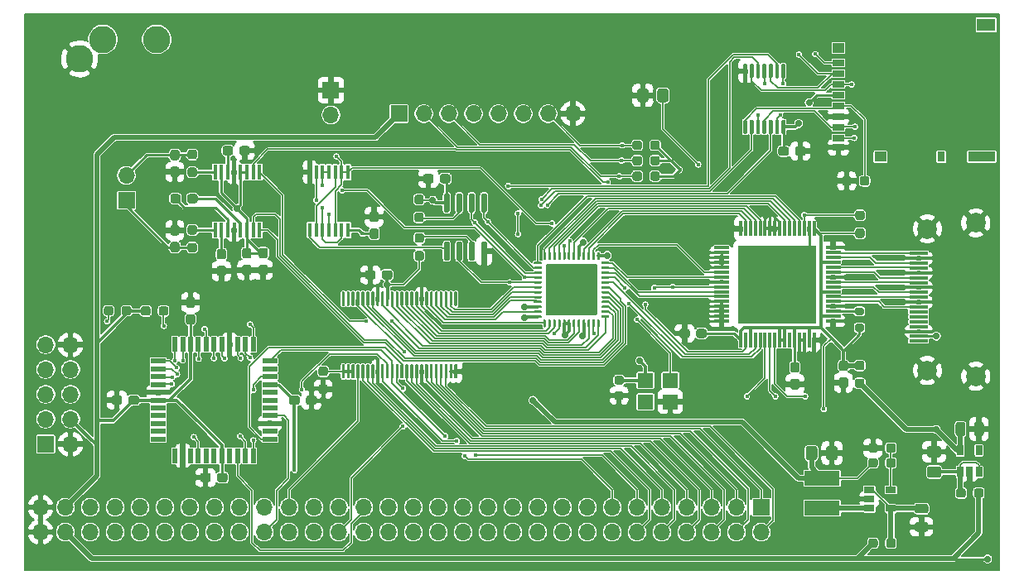
<source format=gtl>
G04 #@! TF.GenerationSoftware,KiCad,Pcbnew,(5.1.12)-1*
G04 #@! TF.CreationDate,2022-06-02T09:48:45-07:00*
G04 #@! TF.ProjectId,vera-module-rev4,76657261-2d6d-46f6-9475-6c652d726576,rev?*
G04 #@! TF.SameCoordinates,Original*
G04 #@! TF.FileFunction,Copper,L1,Top*
G04 #@! TF.FilePolarity,Positive*
%FSLAX46Y46*%
G04 Gerber Fmt 4.6, Leading zero omitted, Abs format (unit mm)*
G04 Created by KiCad (PCBNEW (5.1.12)-1) date 2022-06-02 09:48:45*
%MOMM*%
%LPD*%
G01*
G04 APERTURE LIST*
G04 #@! TA.AperFunction,ComponentPad*
%ADD10C,2.800000*%
G04 #@! TD*
G04 #@! TA.AperFunction,ComponentPad*
%ADD11O,1.700000X1.700000*%
G04 #@! TD*
G04 #@! TA.AperFunction,ComponentPad*
%ADD12R,1.700000X1.700000*%
G04 #@! TD*
G04 #@! TA.AperFunction,ComponentPad*
%ADD13C,2.000000*%
G04 #@! TD*
G04 #@! TA.AperFunction,SMDPad,CuDef*
%ADD14R,1.900000X0.300000*%
G04 #@! TD*
G04 #@! TA.AperFunction,SMDPad,CuDef*
%ADD15R,0.450000X1.500000*%
G04 #@! TD*
G04 #@! TA.AperFunction,SMDPad,CuDef*
%ADD16R,8.000000X8.000000*%
G04 #@! TD*
G04 #@! TA.AperFunction,SMDPad,CuDef*
%ADD17R,1.500000X0.300000*%
G04 #@! TD*
G04 #@! TA.AperFunction,SMDPad,CuDef*
%ADD18R,0.300000X1.500000*%
G04 #@! TD*
G04 #@! TA.AperFunction,SMDPad,CuDef*
%ADD19R,1.500000X0.550000*%
G04 #@! TD*
G04 #@! TA.AperFunction,SMDPad,CuDef*
%ADD20R,0.550000X1.500000*%
G04 #@! TD*
G04 #@! TA.AperFunction,SMDPad,CuDef*
%ADD21R,1.900000X1.300000*%
G04 #@! TD*
G04 #@! TA.AperFunction,SMDPad,CuDef*
%ADD22R,2.800000X1.000000*%
G04 #@! TD*
G04 #@! TA.AperFunction,SMDPad,CuDef*
%ADD23R,0.800000X1.000000*%
G04 #@! TD*
G04 #@! TA.AperFunction,SMDPad,CuDef*
%ADD24R,1.200000X1.000000*%
G04 #@! TD*
G04 #@! TA.AperFunction,SMDPad,CuDef*
%ADD25R,1.200000X0.700000*%
G04 #@! TD*
G04 #@! TA.AperFunction,SMDPad,CuDef*
%ADD26R,1.600000X1.500000*%
G04 #@! TD*
G04 #@! TA.AperFunction,SMDPad,CuDef*
%ADD27R,0.650000X1.060000*%
G04 #@! TD*
G04 #@! TA.AperFunction,SMDPad,CuDef*
%ADD28R,1.060000X0.650000*%
G04 #@! TD*
G04 #@! TA.AperFunction,SMDPad,CuDef*
%ADD29R,0.450000X1.450000*%
G04 #@! TD*
G04 #@! TA.AperFunction,SMDPad,CuDef*
%ADD30R,3.600000X1.500000*%
G04 #@! TD*
G04 #@! TA.AperFunction,ViaPad*
%ADD31C,0.450000*%
G04 #@! TD*
G04 #@! TA.AperFunction,ViaPad*
%ADD32C,0.700000*%
G04 #@! TD*
G04 #@! TA.AperFunction,Conductor*
%ADD33C,0.350000*%
G04 #@! TD*
G04 #@! TA.AperFunction,Conductor*
%ADD34C,0.127000*%
G04 #@! TD*
G04 #@! TA.AperFunction,Conductor*
%ADD35C,0.250000*%
G04 #@! TD*
G04 #@! TA.AperFunction,Conductor*
%ADD36C,0.500000*%
G04 #@! TD*
G04 #@! TA.AperFunction,Conductor*
%ADD37C,0.200000*%
G04 #@! TD*
G04 #@! TA.AperFunction,Conductor*
%ADD38C,0.100000*%
G04 #@! TD*
G04 APERTURE END LIST*
D10*
X113678300Y-105442000D03*
X108178300Y-105442000D03*
X105778300Y-107442000D03*
G04 #@! TA.AperFunction,SMDPad,CuDef*
G36*
G01*
X164829800Y-111625801D02*
X164829800Y-110725799D01*
G75*
G02*
X165079799Y-110475800I249999J0D01*
G01*
X165729801Y-110475800D01*
G75*
G02*
X165979800Y-110725799I0J-249999D01*
G01*
X165979800Y-111625801D01*
G75*
G02*
X165729801Y-111875800I-249999J0D01*
G01*
X165079799Y-111875800D01*
G75*
G02*
X164829800Y-111625801I0J249999D01*
G01*
G37*
G04 #@! TD.AperFunction*
G04 #@! TA.AperFunction,SMDPad,CuDef*
G36*
G01*
X162779800Y-111625801D02*
X162779800Y-110725799D01*
G75*
G02*
X163029799Y-110475800I249999J0D01*
G01*
X163679801Y-110475800D01*
G75*
G02*
X163929800Y-110725799I0J-249999D01*
G01*
X163929800Y-111625801D01*
G75*
G02*
X163679801Y-111875800I-249999J0D01*
G01*
X163029799Y-111875800D01*
G75*
G02*
X162779800Y-111625801I0J249999D01*
G01*
G37*
G04 #@! TD.AperFunction*
D11*
X101790500Y-155867100D03*
X101790500Y-153327100D03*
X104330500Y-155867100D03*
X104330500Y-153327100D03*
X106870500Y-155867100D03*
X106870500Y-153327100D03*
X109410500Y-155867100D03*
X109410500Y-153327100D03*
X111950500Y-155867100D03*
X111950500Y-153327100D03*
X114490500Y-155867100D03*
X114490500Y-153327100D03*
X117030500Y-155867100D03*
X117030500Y-153327100D03*
X119570500Y-155867100D03*
X119570500Y-153327100D03*
X122110500Y-155867100D03*
X122110500Y-153327100D03*
X124650500Y-155867100D03*
X124650500Y-153327100D03*
X127190500Y-155867100D03*
X127190500Y-153327100D03*
X129730500Y-155867100D03*
X129730500Y-153327100D03*
X132270500Y-155867100D03*
X132270500Y-153327100D03*
X134810500Y-155867100D03*
X134810500Y-153327100D03*
X137350500Y-155867100D03*
X137350500Y-153327100D03*
X139890500Y-155867100D03*
X139890500Y-153327100D03*
X142430500Y-155867100D03*
X142430500Y-153327100D03*
X144970500Y-155867100D03*
X144970500Y-153327100D03*
X147510500Y-155867100D03*
X147510500Y-153327100D03*
X150050500Y-155867100D03*
X150050500Y-153327100D03*
X152590500Y-155867100D03*
X152590500Y-153327100D03*
X155130500Y-155867100D03*
X155130500Y-153327100D03*
X157670500Y-155867100D03*
X157670500Y-153327100D03*
X160210500Y-155867100D03*
X160210500Y-153327100D03*
X162750500Y-155867100D03*
X162750500Y-153327100D03*
X165290500Y-155867100D03*
X165290500Y-153327100D03*
X167830500Y-155867100D03*
X167830500Y-153327100D03*
X170370500Y-155867100D03*
X170370500Y-153327100D03*
X172910500Y-155867100D03*
X172910500Y-153327100D03*
X175450500Y-155867100D03*
D12*
X175450500Y-153327100D03*
D11*
X156210000Y-113042700D03*
X153670000Y-113042700D03*
X151130000Y-113042700D03*
X148590000Y-113042700D03*
X146050000Y-113042700D03*
X143510000Y-113042700D03*
X140970000Y-113042700D03*
D12*
X138430000Y-113042700D03*
G04 #@! TA.AperFunction,SMDPad,CuDef*
G36*
G01*
X124324100Y-128505000D02*
X124799100Y-128505000D01*
G75*
G02*
X125036600Y-128742500I0J-237500D01*
G01*
X125036600Y-129342500D01*
G75*
G02*
X124799100Y-129580000I-237500J0D01*
G01*
X124324100Y-129580000D01*
G75*
G02*
X124086600Y-129342500I0J237500D01*
G01*
X124086600Y-128742500D01*
G75*
G02*
X124324100Y-128505000I237500J0D01*
G01*
G37*
G04 #@! TD.AperFunction*
G04 #@! TA.AperFunction,SMDPad,CuDef*
G36*
G01*
X124324100Y-126780000D02*
X124799100Y-126780000D01*
G75*
G02*
X125036600Y-127017500I0J-237500D01*
G01*
X125036600Y-127617500D01*
G75*
G02*
X124799100Y-127855000I-237500J0D01*
G01*
X124324100Y-127855000D01*
G75*
G02*
X124086600Y-127617500I0J237500D01*
G01*
X124086600Y-127017500D01*
G75*
G02*
X124324100Y-126780000I237500J0D01*
G01*
G37*
G04 #@! TD.AperFunction*
G04 #@! TA.AperFunction,SMDPad,CuDef*
G36*
G01*
X144168500Y-138674500D02*
X144318500Y-138674500D01*
G75*
G02*
X144393500Y-138749500I0J-75000D01*
G01*
X144393500Y-140074500D01*
G75*
G02*
X144318500Y-140149500I-75000J0D01*
G01*
X144168500Y-140149500D01*
G75*
G02*
X144093500Y-140074500I0J75000D01*
G01*
X144093500Y-138749500D01*
G75*
G02*
X144168500Y-138674500I75000J0D01*
G01*
G37*
G04 #@! TD.AperFunction*
G04 #@! TA.AperFunction,SMDPad,CuDef*
G36*
G01*
X143668500Y-138674500D02*
X143818500Y-138674500D01*
G75*
G02*
X143893500Y-138749500I0J-75000D01*
G01*
X143893500Y-140074500D01*
G75*
G02*
X143818500Y-140149500I-75000J0D01*
G01*
X143668500Y-140149500D01*
G75*
G02*
X143593500Y-140074500I0J75000D01*
G01*
X143593500Y-138749500D01*
G75*
G02*
X143668500Y-138674500I75000J0D01*
G01*
G37*
G04 #@! TD.AperFunction*
G04 #@! TA.AperFunction,SMDPad,CuDef*
G36*
G01*
X143168500Y-138674500D02*
X143318500Y-138674500D01*
G75*
G02*
X143393500Y-138749500I0J-75000D01*
G01*
X143393500Y-140074500D01*
G75*
G02*
X143318500Y-140149500I-75000J0D01*
G01*
X143168500Y-140149500D01*
G75*
G02*
X143093500Y-140074500I0J75000D01*
G01*
X143093500Y-138749500D01*
G75*
G02*
X143168500Y-138674500I75000J0D01*
G01*
G37*
G04 #@! TD.AperFunction*
G04 #@! TA.AperFunction,SMDPad,CuDef*
G36*
G01*
X142668500Y-138674500D02*
X142818500Y-138674500D01*
G75*
G02*
X142893500Y-138749500I0J-75000D01*
G01*
X142893500Y-140074500D01*
G75*
G02*
X142818500Y-140149500I-75000J0D01*
G01*
X142668500Y-140149500D01*
G75*
G02*
X142593500Y-140074500I0J75000D01*
G01*
X142593500Y-138749500D01*
G75*
G02*
X142668500Y-138674500I75000J0D01*
G01*
G37*
G04 #@! TD.AperFunction*
G04 #@! TA.AperFunction,SMDPad,CuDef*
G36*
G01*
X142168500Y-138674500D02*
X142318500Y-138674500D01*
G75*
G02*
X142393500Y-138749500I0J-75000D01*
G01*
X142393500Y-140074500D01*
G75*
G02*
X142318500Y-140149500I-75000J0D01*
G01*
X142168500Y-140149500D01*
G75*
G02*
X142093500Y-140074500I0J75000D01*
G01*
X142093500Y-138749500D01*
G75*
G02*
X142168500Y-138674500I75000J0D01*
G01*
G37*
G04 #@! TD.AperFunction*
G04 #@! TA.AperFunction,SMDPad,CuDef*
G36*
G01*
X141668500Y-138674500D02*
X141818500Y-138674500D01*
G75*
G02*
X141893500Y-138749500I0J-75000D01*
G01*
X141893500Y-140074500D01*
G75*
G02*
X141818500Y-140149500I-75000J0D01*
G01*
X141668500Y-140149500D01*
G75*
G02*
X141593500Y-140074500I0J75000D01*
G01*
X141593500Y-138749500D01*
G75*
G02*
X141668500Y-138674500I75000J0D01*
G01*
G37*
G04 #@! TD.AperFunction*
G04 #@! TA.AperFunction,SMDPad,CuDef*
G36*
G01*
X141168500Y-138674500D02*
X141318500Y-138674500D01*
G75*
G02*
X141393500Y-138749500I0J-75000D01*
G01*
X141393500Y-140074500D01*
G75*
G02*
X141318500Y-140149500I-75000J0D01*
G01*
X141168500Y-140149500D01*
G75*
G02*
X141093500Y-140074500I0J75000D01*
G01*
X141093500Y-138749500D01*
G75*
G02*
X141168500Y-138674500I75000J0D01*
G01*
G37*
G04 #@! TD.AperFunction*
G04 #@! TA.AperFunction,SMDPad,CuDef*
G36*
G01*
X140668500Y-138674500D02*
X140818500Y-138674500D01*
G75*
G02*
X140893500Y-138749500I0J-75000D01*
G01*
X140893500Y-140074500D01*
G75*
G02*
X140818500Y-140149500I-75000J0D01*
G01*
X140668500Y-140149500D01*
G75*
G02*
X140593500Y-140074500I0J75000D01*
G01*
X140593500Y-138749500D01*
G75*
G02*
X140668500Y-138674500I75000J0D01*
G01*
G37*
G04 #@! TD.AperFunction*
G04 #@! TA.AperFunction,SMDPad,CuDef*
G36*
G01*
X140168500Y-138674500D02*
X140318500Y-138674500D01*
G75*
G02*
X140393500Y-138749500I0J-75000D01*
G01*
X140393500Y-140074500D01*
G75*
G02*
X140318500Y-140149500I-75000J0D01*
G01*
X140168500Y-140149500D01*
G75*
G02*
X140093500Y-140074500I0J75000D01*
G01*
X140093500Y-138749500D01*
G75*
G02*
X140168500Y-138674500I75000J0D01*
G01*
G37*
G04 #@! TD.AperFunction*
G04 #@! TA.AperFunction,SMDPad,CuDef*
G36*
G01*
X139668500Y-138674500D02*
X139818500Y-138674500D01*
G75*
G02*
X139893500Y-138749500I0J-75000D01*
G01*
X139893500Y-140074500D01*
G75*
G02*
X139818500Y-140149500I-75000J0D01*
G01*
X139668500Y-140149500D01*
G75*
G02*
X139593500Y-140074500I0J75000D01*
G01*
X139593500Y-138749500D01*
G75*
G02*
X139668500Y-138674500I75000J0D01*
G01*
G37*
G04 #@! TD.AperFunction*
G04 #@! TA.AperFunction,SMDPad,CuDef*
G36*
G01*
X139168500Y-138674500D02*
X139318500Y-138674500D01*
G75*
G02*
X139393500Y-138749500I0J-75000D01*
G01*
X139393500Y-140074500D01*
G75*
G02*
X139318500Y-140149500I-75000J0D01*
G01*
X139168500Y-140149500D01*
G75*
G02*
X139093500Y-140074500I0J75000D01*
G01*
X139093500Y-138749500D01*
G75*
G02*
X139168500Y-138674500I75000J0D01*
G01*
G37*
G04 #@! TD.AperFunction*
G04 #@! TA.AperFunction,SMDPad,CuDef*
G36*
G01*
X138668500Y-138674500D02*
X138818500Y-138674500D01*
G75*
G02*
X138893500Y-138749500I0J-75000D01*
G01*
X138893500Y-140074500D01*
G75*
G02*
X138818500Y-140149500I-75000J0D01*
G01*
X138668500Y-140149500D01*
G75*
G02*
X138593500Y-140074500I0J75000D01*
G01*
X138593500Y-138749500D01*
G75*
G02*
X138668500Y-138674500I75000J0D01*
G01*
G37*
G04 #@! TD.AperFunction*
G04 #@! TA.AperFunction,SMDPad,CuDef*
G36*
G01*
X138168500Y-138674500D02*
X138318500Y-138674500D01*
G75*
G02*
X138393500Y-138749500I0J-75000D01*
G01*
X138393500Y-140074500D01*
G75*
G02*
X138318500Y-140149500I-75000J0D01*
G01*
X138168500Y-140149500D01*
G75*
G02*
X138093500Y-140074500I0J75000D01*
G01*
X138093500Y-138749500D01*
G75*
G02*
X138168500Y-138674500I75000J0D01*
G01*
G37*
G04 #@! TD.AperFunction*
G04 #@! TA.AperFunction,SMDPad,CuDef*
G36*
G01*
X137668500Y-138674500D02*
X137818500Y-138674500D01*
G75*
G02*
X137893500Y-138749500I0J-75000D01*
G01*
X137893500Y-140074500D01*
G75*
G02*
X137818500Y-140149500I-75000J0D01*
G01*
X137668500Y-140149500D01*
G75*
G02*
X137593500Y-140074500I0J75000D01*
G01*
X137593500Y-138749500D01*
G75*
G02*
X137668500Y-138674500I75000J0D01*
G01*
G37*
G04 #@! TD.AperFunction*
G04 #@! TA.AperFunction,SMDPad,CuDef*
G36*
G01*
X137168500Y-138674500D02*
X137318500Y-138674500D01*
G75*
G02*
X137393500Y-138749500I0J-75000D01*
G01*
X137393500Y-140074500D01*
G75*
G02*
X137318500Y-140149500I-75000J0D01*
G01*
X137168500Y-140149500D01*
G75*
G02*
X137093500Y-140074500I0J75000D01*
G01*
X137093500Y-138749500D01*
G75*
G02*
X137168500Y-138674500I75000J0D01*
G01*
G37*
G04 #@! TD.AperFunction*
G04 #@! TA.AperFunction,SMDPad,CuDef*
G36*
G01*
X136668500Y-138674500D02*
X136818500Y-138674500D01*
G75*
G02*
X136893500Y-138749500I0J-75000D01*
G01*
X136893500Y-140074500D01*
G75*
G02*
X136818500Y-140149500I-75000J0D01*
G01*
X136668500Y-140149500D01*
G75*
G02*
X136593500Y-140074500I0J75000D01*
G01*
X136593500Y-138749500D01*
G75*
G02*
X136668500Y-138674500I75000J0D01*
G01*
G37*
G04 #@! TD.AperFunction*
G04 #@! TA.AperFunction,SMDPad,CuDef*
G36*
G01*
X136168500Y-138674500D02*
X136318500Y-138674500D01*
G75*
G02*
X136393500Y-138749500I0J-75000D01*
G01*
X136393500Y-140074500D01*
G75*
G02*
X136318500Y-140149500I-75000J0D01*
G01*
X136168500Y-140149500D01*
G75*
G02*
X136093500Y-140074500I0J75000D01*
G01*
X136093500Y-138749500D01*
G75*
G02*
X136168500Y-138674500I75000J0D01*
G01*
G37*
G04 #@! TD.AperFunction*
G04 #@! TA.AperFunction,SMDPad,CuDef*
G36*
G01*
X135668500Y-138674500D02*
X135818500Y-138674500D01*
G75*
G02*
X135893500Y-138749500I0J-75000D01*
G01*
X135893500Y-140074500D01*
G75*
G02*
X135818500Y-140149500I-75000J0D01*
G01*
X135668500Y-140149500D01*
G75*
G02*
X135593500Y-140074500I0J75000D01*
G01*
X135593500Y-138749500D01*
G75*
G02*
X135668500Y-138674500I75000J0D01*
G01*
G37*
G04 #@! TD.AperFunction*
G04 #@! TA.AperFunction,SMDPad,CuDef*
G36*
G01*
X135168500Y-138674500D02*
X135318500Y-138674500D01*
G75*
G02*
X135393500Y-138749500I0J-75000D01*
G01*
X135393500Y-140074500D01*
G75*
G02*
X135318500Y-140149500I-75000J0D01*
G01*
X135168500Y-140149500D01*
G75*
G02*
X135093500Y-140074500I0J75000D01*
G01*
X135093500Y-138749500D01*
G75*
G02*
X135168500Y-138674500I75000J0D01*
G01*
G37*
G04 #@! TD.AperFunction*
G04 #@! TA.AperFunction,SMDPad,CuDef*
G36*
G01*
X134668500Y-138674500D02*
X134818500Y-138674500D01*
G75*
G02*
X134893500Y-138749500I0J-75000D01*
G01*
X134893500Y-140074500D01*
G75*
G02*
X134818500Y-140149500I-75000J0D01*
G01*
X134668500Y-140149500D01*
G75*
G02*
X134593500Y-140074500I0J75000D01*
G01*
X134593500Y-138749500D01*
G75*
G02*
X134668500Y-138674500I75000J0D01*
G01*
G37*
G04 #@! TD.AperFunction*
G04 #@! TA.AperFunction,SMDPad,CuDef*
G36*
G01*
X134168500Y-138674500D02*
X134318500Y-138674500D01*
G75*
G02*
X134393500Y-138749500I0J-75000D01*
G01*
X134393500Y-140074500D01*
G75*
G02*
X134318500Y-140149500I-75000J0D01*
G01*
X134168500Y-140149500D01*
G75*
G02*
X134093500Y-140074500I0J75000D01*
G01*
X134093500Y-138749500D01*
G75*
G02*
X134168500Y-138674500I75000J0D01*
G01*
G37*
G04 #@! TD.AperFunction*
G04 #@! TA.AperFunction,SMDPad,CuDef*
G36*
G01*
X133668500Y-138674500D02*
X133818500Y-138674500D01*
G75*
G02*
X133893500Y-138749500I0J-75000D01*
G01*
X133893500Y-140074500D01*
G75*
G02*
X133818500Y-140149500I-75000J0D01*
G01*
X133668500Y-140149500D01*
G75*
G02*
X133593500Y-140074500I0J75000D01*
G01*
X133593500Y-138749500D01*
G75*
G02*
X133668500Y-138674500I75000J0D01*
G01*
G37*
G04 #@! TD.AperFunction*
G04 #@! TA.AperFunction,SMDPad,CuDef*
G36*
G01*
X133168500Y-138674500D02*
X133318500Y-138674500D01*
G75*
G02*
X133393500Y-138749500I0J-75000D01*
G01*
X133393500Y-140074500D01*
G75*
G02*
X133318500Y-140149500I-75000J0D01*
G01*
X133168500Y-140149500D01*
G75*
G02*
X133093500Y-140074500I0J75000D01*
G01*
X133093500Y-138749500D01*
G75*
G02*
X133168500Y-138674500I75000J0D01*
G01*
G37*
G04 #@! TD.AperFunction*
G04 #@! TA.AperFunction,SMDPad,CuDef*
G36*
G01*
X132668500Y-138674500D02*
X132818500Y-138674500D01*
G75*
G02*
X132893500Y-138749500I0J-75000D01*
G01*
X132893500Y-140074500D01*
G75*
G02*
X132818500Y-140149500I-75000J0D01*
G01*
X132668500Y-140149500D01*
G75*
G02*
X132593500Y-140074500I0J75000D01*
G01*
X132593500Y-138749500D01*
G75*
G02*
X132668500Y-138674500I75000J0D01*
G01*
G37*
G04 #@! TD.AperFunction*
G04 #@! TA.AperFunction,SMDPad,CuDef*
G36*
G01*
X132668500Y-131249500D02*
X132818500Y-131249500D01*
G75*
G02*
X132893500Y-131324500I0J-75000D01*
G01*
X132893500Y-132649500D01*
G75*
G02*
X132818500Y-132724500I-75000J0D01*
G01*
X132668500Y-132724500D01*
G75*
G02*
X132593500Y-132649500I0J75000D01*
G01*
X132593500Y-131324500D01*
G75*
G02*
X132668500Y-131249500I75000J0D01*
G01*
G37*
G04 #@! TD.AperFunction*
G04 #@! TA.AperFunction,SMDPad,CuDef*
G36*
G01*
X133168500Y-131249500D02*
X133318500Y-131249500D01*
G75*
G02*
X133393500Y-131324500I0J-75000D01*
G01*
X133393500Y-132649500D01*
G75*
G02*
X133318500Y-132724500I-75000J0D01*
G01*
X133168500Y-132724500D01*
G75*
G02*
X133093500Y-132649500I0J75000D01*
G01*
X133093500Y-131324500D01*
G75*
G02*
X133168500Y-131249500I75000J0D01*
G01*
G37*
G04 #@! TD.AperFunction*
G04 #@! TA.AperFunction,SMDPad,CuDef*
G36*
G01*
X133668500Y-131249500D02*
X133818500Y-131249500D01*
G75*
G02*
X133893500Y-131324500I0J-75000D01*
G01*
X133893500Y-132649500D01*
G75*
G02*
X133818500Y-132724500I-75000J0D01*
G01*
X133668500Y-132724500D01*
G75*
G02*
X133593500Y-132649500I0J75000D01*
G01*
X133593500Y-131324500D01*
G75*
G02*
X133668500Y-131249500I75000J0D01*
G01*
G37*
G04 #@! TD.AperFunction*
G04 #@! TA.AperFunction,SMDPad,CuDef*
G36*
G01*
X134168500Y-131249500D02*
X134318500Y-131249500D01*
G75*
G02*
X134393500Y-131324500I0J-75000D01*
G01*
X134393500Y-132649500D01*
G75*
G02*
X134318500Y-132724500I-75000J0D01*
G01*
X134168500Y-132724500D01*
G75*
G02*
X134093500Y-132649500I0J75000D01*
G01*
X134093500Y-131324500D01*
G75*
G02*
X134168500Y-131249500I75000J0D01*
G01*
G37*
G04 #@! TD.AperFunction*
G04 #@! TA.AperFunction,SMDPad,CuDef*
G36*
G01*
X134668500Y-131249500D02*
X134818500Y-131249500D01*
G75*
G02*
X134893500Y-131324500I0J-75000D01*
G01*
X134893500Y-132649500D01*
G75*
G02*
X134818500Y-132724500I-75000J0D01*
G01*
X134668500Y-132724500D01*
G75*
G02*
X134593500Y-132649500I0J75000D01*
G01*
X134593500Y-131324500D01*
G75*
G02*
X134668500Y-131249500I75000J0D01*
G01*
G37*
G04 #@! TD.AperFunction*
G04 #@! TA.AperFunction,SMDPad,CuDef*
G36*
G01*
X135168500Y-131249500D02*
X135318500Y-131249500D01*
G75*
G02*
X135393500Y-131324500I0J-75000D01*
G01*
X135393500Y-132649500D01*
G75*
G02*
X135318500Y-132724500I-75000J0D01*
G01*
X135168500Y-132724500D01*
G75*
G02*
X135093500Y-132649500I0J75000D01*
G01*
X135093500Y-131324500D01*
G75*
G02*
X135168500Y-131249500I75000J0D01*
G01*
G37*
G04 #@! TD.AperFunction*
G04 #@! TA.AperFunction,SMDPad,CuDef*
G36*
G01*
X135668500Y-131249500D02*
X135818500Y-131249500D01*
G75*
G02*
X135893500Y-131324500I0J-75000D01*
G01*
X135893500Y-132649500D01*
G75*
G02*
X135818500Y-132724500I-75000J0D01*
G01*
X135668500Y-132724500D01*
G75*
G02*
X135593500Y-132649500I0J75000D01*
G01*
X135593500Y-131324500D01*
G75*
G02*
X135668500Y-131249500I75000J0D01*
G01*
G37*
G04 #@! TD.AperFunction*
G04 #@! TA.AperFunction,SMDPad,CuDef*
G36*
G01*
X136168500Y-131249500D02*
X136318500Y-131249500D01*
G75*
G02*
X136393500Y-131324500I0J-75000D01*
G01*
X136393500Y-132649500D01*
G75*
G02*
X136318500Y-132724500I-75000J0D01*
G01*
X136168500Y-132724500D01*
G75*
G02*
X136093500Y-132649500I0J75000D01*
G01*
X136093500Y-131324500D01*
G75*
G02*
X136168500Y-131249500I75000J0D01*
G01*
G37*
G04 #@! TD.AperFunction*
G04 #@! TA.AperFunction,SMDPad,CuDef*
G36*
G01*
X136668500Y-131249500D02*
X136818500Y-131249500D01*
G75*
G02*
X136893500Y-131324500I0J-75000D01*
G01*
X136893500Y-132649500D01*
G75*
G02*
X136818500Y-132724500I-75000J0D01*
G01*
X136668500Y-132724500D01*
G75*
G02*
X136593500Y-132649500I0J75000D01*
G01*
X136593500Y-131324500D01*
G75*
G02*
X136668500Y-131249500I75000J0D01*
G01*
G37*
G04 #@! TD.AperFunction*
G04 #@! TA.AperFunction,SMDPad,CuDef*
G36*
G01*
X137168500Y-131249500D02*
X137318500Y-131249500D01*
G75*
G02*
X137393500Y-131324500I0J-75000D01*
G01*
X137393500Y-132649500D01*
G75*
G02*
X137318500Y-132724500I-75000J0D01*
G01*
X137168500Y-132724500D01*
G75*
G02*
X137093500Y-132649500I0J75000D01*
G01*
X137093500Y-131324500D01*
G75*
G02*
X137168500Y-131249500I75000J0D01*
G01*
G37*
G04 #@! TD.AperFunction*
G04 #@! TA.AperFunction,SMDPad,CuDef*
G36*
G01*
X137668500Y-131249500D02*
X137818500Y-131249500D01*
G75*
G02*
X137893500Y-131324500I0J-75000D01*
G01*
X137893500Y-132649500D01*
G75*
G02*
X137818500Y-132724500I-75000J0D01*
G01*
X137668500Y-132724500D01*
G75*
G02*
X137593500Y-132649500I0J75000D01*
G01*
X137593500Y-131324500D01*
G75*
G02*
X137668500Y-131249500I75000J0D01*
G01*
G37*
G04 #@! TD.AperFunction*
G04 #@! TA.AperFunction,SMDPad,CuDef*
G36*
G01*
X138168500Y-131249500D02*
X138318500Y-131249500D01*
G75*
G02*
X138393500Y-131324500I0J-75000D01*
G01*
X138393500Y-132649500D01*
G75*
G02*
X138318500Y-132724500I-75000J0D01*
G01*
X138168500Y-132724500D01*
G75*
G02*
X138093500Y-132649500I0J75000D01*
G01*
X138093500Y-131324500D01*
G75*
G02*
X138168500Y-131249500I75000J0D01*
G01*
G37*
G04 #@! TD.AperFunction*
G04 #@! TA.AperFunction,SMDPad,CuDef*
G36*
G01*
X138668500Y-131249500D02*
X138818500Y-131249500D01*
G75*
G02*
X138893500Y-131324500I0J-75000D01*
G01*
X138893500Y-132649500D01*
G75*
G02*
X138818500Y-132724500I-75000J0D01*
G01*
X138668500Y-132724500D01*
G75*
G02*
X138593500Y-132649500I0J75000D01*
G01*
X138593500Y-131324500D01*
G75*
G02*
X138668500Y-131249500I75000J0D01*
G01*
G37*
G04 #@! TD.AperFunction*
G04 #@! TA.AperFunction,SMDPad,CuDef*
G36*
G01*
X139168500Y-131249500D02*
X139318500Y-131249500D01*
G75*
G02*
X139393500Y-131324500I0J-75000D01*
G01*
X139393500Y-132649500D01*
G75*
G02*
X139318500Y-132724500I-75000J0D01*
G01*
X139168500Y-132724500D01*
G75*
G02*
X139093500Y-132649500I0J75000D01*
G01*
X139093500Y-131324500D01*
G75*
G02*
X139168500Y-131249500I75000J0D01*
G01*
G37*
G04 #@! TD.AperFunction*
G04 #@! TA.AperFunction,SMDPad,CuDef*
G36*
G01*
X139668500Y-131249500D02*
X139818500Y-131249500D01*
G75*
G02*
X139893500Y-131324500I0J-75000D01*
G01*
X139893500Y-132649500D01*
G75*
G02*
X139818500Y-132724500I-75000J0D01*
G01*
X139668500Y-132724500D01*
G75*
G02*
X139593500Y-132649500I0J75000D01*
G01*
X139593500Y-131324500D01*
G75*
G02*
X139668500Y-131249500I75000J0D01*
G01*
G37*
G04 #@! TD.AperFunction*
G04 #@! TA.AperFunction,SMDPad,CuDef*
G36*
G01*
X140168500Y-131249500D02*
X140318500Y-131249500D01*
G75*
G02*
X140393500Y-131324500I0J-75000D01*
G01*
X140393500Y-132649500D01*
G75*
G02*
X140318500Y-132724500I-75000J0D01*
G01*
X140168500Y-132724500D01*
G75*
G02*
X140093500Y-132649500I0J75000D01*
G01*
X140093500Y-131324500D01*
G75*
G02*
X140168500Y-131249500I75000J0D01*
G01*
G37*
G04 #@! TD.AperFunction*
G04 #@! TA.AperFunction,SMDPad,CuDef*
G36*
G01*
X140668500Y-131249500D02*
X140818500Y-131249500D01*
G75*
G02*
X140893500Y-131324500I0J-75000D01*
G01*
X140893500Y-132649500D01*
G75*
G02*
X140818500Y-132724500I-75000J0D01*
G01*
X140668500Y-132724500D01*
G75*
G02*
X140593500Y-132649500I0J75000D01*
G01*
X140593500Y-131324500D01*
G75*
G02*
X140668500Y-131249500I75000J0D01*
G01*
G37*
G04 #@! TD.AperFunction*
G04 #@! TA.AperFunction,SMDPad,CuDef*
G36*
G01*
X141168500Y-131249500D02*
X141318500Y-131249500D01*
G75*
G02*
X141393500Y-131324500I0J-75000D01*
G01*
X141393500Y-132649500D01*
G75*
G02*
X141318500Y-132724500I-75000J0D01*
G01*
X141168500Y-132724500D01*
G75*
G02*
X141093500Y-132649500I0J75000D01*
G01*
X141093500Y-131324500D01*
G75*
G02*
X141168500Y-131249500I75000J0D01*
G01*
G37*
G04 #@! TD.AperFunction*
G04 #@! TA.AperFunction,SMDPad,CuDef*
G36*
G01*
X141668500Y-131249500D02*
X141818500Y-131249500D01*
G75*
G02*
X141893500Y-131324500I0J-75000D01*
G01*
X141893500Y-132649500D01*
G75*
G02*
X141818500Y-132724500I-75000J0D01*
G01*
X141668500Y-132724500D01*
G75*
G02*
X141593500Y-132649500I0J75000D01*
G01*
X141593500Y-131324500D01*
G75*
G02*
X141668500Y-131249500I75000J0D01*
G01*
G37*
G04 #@! TD.AperFunction*
G04 #@! TA.AperFunction,SMDPad,CuDef*
G36*
G01*
X142168500Y-131249500D02*
X142318500Y-131249500D01*
G75*
G02*
X142393500Y-131324500I0J-75000D01*
G01*
X142393500Y-132649500D01*
G75*
G02*
X142318500Y-132724500I-75000J0D01*
G01*
X142168500Y-132724500D01*
G75*
G02*
X142093500Y-132649500I0J75000D01*
G01*
X142093500Y-131324500D01*
G75*
G02*
X142168500Y-131249500I75000J0D01*
G01*
G37*
G04 #@! TD.AperFunction*
G04 #@! TA.AperFunction,SMDPad,CuDef*
G36*
G01*
X142668500Y-131249500D02*
X142818500Y-131249500D01*
G75*
G02*
X142893500Y-131324500I0J-75000D01*
G01*
X142893500Y-132649500D01*
G75*
G02*
X142818500Y-132724500I-75000J0D01*
G01*
X142668500Y-132724500D01*
G75*
G02*
X142593500Y-132649500I0J75000D01*
G01*
X142593500Y-131324500D01*
G75*
G02*
X142668500Y-131249500I75000J0D01*
G01*
G37*
G04 #@! TD.AperFunction*
G04 #@! TA.AperFunction,SMDPad,CuDef*
G36*
G01*
X143168500Y-131249500D02*
X143318500Y-131249500D01*
G75*
G02*
X143393500Y-131324500I0J-75000D01*
G01*
X143393500Y-132649500D01*
G75*
G02*
X143318500Y-132724500I-75000J0D01*
G01*
X143168500Y-132724500D01*
G75*
G02*
X143093500Y-132649500I0J75000D01*
G01*
X143093500Y-131324500D01*
G75*
G02*
X143168500Y-131249500I75000J0D01*
G01*
G37*
G04 #@! TD.AperFunction*
G04 #@! TA.AperFunction,SMDPad,CuDef*
G36*
G01*
X143668500Y-131249500D02*
X143818500Y-131249500D01*
G75*
G02*
X143893500Y-131324500I0J-75000D01*
G01*
X143893500Y-132649500D01*
G75*
G02*
X143818500Y-132724500I-75000J0D01*
G01*
X143668500Y-132724500D01*
G75*
G02*
X143593500Y-132649500I0J75000D01*
G01*
X143593500Y-131324500D01*
G75*
G02*
X143668500Y-131249500I75000J0D01*
G01*
G37*
G04 #@! TD.AperFunction*
G04 #@! TA.AperFunction,SMDPad,CuDef*
G36*
G01*
X144168500Y-131249500D02*
X144318500Y-131249500D01*
G75*
G02*
X144393500Y-131324500I0J-75000D01*
G01*
X144393500Y-132649500D01*
G75*
G02*
X144318500Y-132724500I-75000J0D01*
G01*
X144168500Y-132724500D01*
G75*
G02*
X144093500Y-132649500I0J75000D01*
G01*
X144093500Y-131324500D01*
G75*
G02*
X144168500Y-131249500I75000J0D01*
G01*
G37*
G04 #@! TD.AperFunction*
G04 #@! TA.AperFunction,SMDPad,CuDef*
G36*
G01*
X163267200Y-116043700D02*
X163267200Y-116518700D01*
G75*
G02*
X163029700Y-116756200I-237500J0D01*
G01*
X162529700Y-116756200D01*
G75*
G02*
X162292200Y-116518700I0J237500D01*
G01*
X162292200Y-116043700D01*
G75*
G02*
X162529700Y-115806200I237500J0D01*
G01*
X163029700Y-115806200D01*
G75*
G02*
X163267200Y-116043700I0J-237500D01*
G01*
G37*
G04 #@! TD.AperFunction*
G04 #@! TA.AperFunction,SMDPad,CuDef*
G36*
G01*
X165092200Y-116043700D02*
X165092200Y-116518700D01*
G75*
G02*
X164854700Y-116756200I-237500J0D01*
G01*
X164354700Y-116756200D01*
G75*
G02*
X164117200Y-116518700I0J237500D01*
G01*
X164117200Y-116043700D01*
G75*
G02*
X164354700Y-115806200I237500J0D01*
G01*
X164854700Y-115806200D01*
G75*
G02*
X165092200Y-116043700I0J-237500D01*
G01*
G37*
G04 #@! TD.AperFunction*
D11*
X110578900Y-119367300D03*
D12*
X110578900Y-121907300D03*
D13*
X197387800Y-139930000D03*
X197387800Y-124230000D03*
X192437800Y-139330000D03*
X192437800Y-124830000D03*
D14*
X191537800Y-136330000D03*
X191537800Y-135830000D03*
X191537800Y-135330000D03*
X191537800Y-134830000D03*
X191537800Y-134330000D03*
X191537800Y-133830000D03*
X191537800Y-133330000D03*
X191537800Y-132830000D03*
X191537800Y-132330000D03*
X191537800Y-131830000D03*
X191537800Y-131330000D03*
X191537800Y-130830000D03*
X191537800Y-130330000D03*
X191537800Y-129830000D03*
X191537800Y-129330000D03*
X191537800Y-128830000D03*
X191537800Y-128330000D03*
X191537800Y-127830000D03*
X191537800Y-127330000D03*
D15*
X119632300Y-119033500D03*
X120282300Y-119033500D03*
X120932300Y-119033500D03*
X121582300Y-119033500D03*
X122232300Y-119033500D03*
X122882300Y-119033500D03*
X123532300Y-119033500D03*
X124182300Y-119033500D03*
X124182300Y-124933500D03*
X123532300Y-124933500D03*
X122882300Y-124933500D03*
X122232300Y-124933500D03*
X121582300Y-124933500D03*
X120932300Y-124933500D03*
X120282300Y-124933500D03*
X119632300Y-124933500D03*
G04 #@! TA.AperFunction,SMDPad,CuDef*
G36*
G01*
X117072400Y-118549600D02*
X117547400Y-118549600D01*
G75*
G02*
X117784900Y-118787100I0J-237500D01*
G01*
X117784900Y-119287100D01*
G75*
G02*
X117547400Y-119524600I-237500J0D01*
G01*
X117072400Y-119524600D01*
G75*
G02*
X116834900Y-119287100I0J237500D01*
G01*
X116834900Y-118787100D01*
G75*
G02*
X117072400Y-118549600I237500J0D01*
G01*
G37*
G04 #@! TD.AperFunction*
G04 #@! TA.AperFunction,SMDPad,CuDef*
G36*
G01*
X117072400Y-116724600D02*
X117547400Y-116724600D01*
G75*
G02*
X117784900Y-116962100I0J-237500D01*
G01*
X117784900Y-117462100D01*
G75*
G02*
X117547400Y-117699600I-237500J0D01*
G01*
X117072400Y-117699600D01*
G75*
G02*
X116834900Y-117462100I0J237500D01*
G01*
X116834900Y-116962100D01*
G75*
G02*
X117072400Y-116724600I237500J0D01*
G01*
G37*
G04 #@! TD.AperFunction*
G04 #@! TA.AperFunction,SMDPad,CuDef*
G36*
G01*
X117547400Y-125419300D02*
X117072400Y-125419300D01*
G75*
G02*
X116834900Y-125181800I0J237500D01*
G01*
X116834900Y-124681800D01*
G75*
G02*
X117072400Y-124444300I237500J0D01*
G01*
X117547400Y-124444300D01*
G75*
G02*
X117784900Y-124681800I0J-237500D01*
G01*
X117784900Y-125181800D01*
G75*
G02*
X117547400Y-125419300I-237500J0D01*
G01*
G37*
G04 #@! TD.AperFunction*
G04 #@! TA.AperFunction,SMDPad,CuDef*
G36*
G01*
X117547400Y-127244300D02*
X117072400Y-127244300D01*
G75*
G02*
X116834900Y-127006800I0J237500D01*
G01*
X116834900Y-126506800D01*
G75*
G02*
X117072400Y-126269300I237500J0D01*
G01*
X117547400Y-126269300D01*
G75*
G02*
X117784900Y-126506800I0J-237500D01*
G01*
X117784900Y-127006800D01*
G75*
G02*
X117547400Y-127244300I-237500J0D01*
G01*
G37*
G04 #@! TD.AperFunction*
G04 #@! TA.AperFunction,SMDPad,CuDef*
G36*
G01*
X122635000Y-128517700D02*
X123110000Y-128517700D01*
G75*
G02*
X123347500Y-128755200I0J-237500D01*
G01*
X123347500Y-129355200D01*
G75*
G02*
X123110000Y-129592700I-237500J0D01*
G01*
X122635000Y-129592700D01*
G75*
G02*
X122397500Y-129355200I0J237500D01*
G01*
X122397500Y-128755200D01*
G75*
G02*
X122635000Y-128517700I237500J0D01*
G01*
G37*
G04 #@! TD.AperFunction*
G04 #@! TA.AperFunction,SMDPad,CuDef*
G36*
G01*
X122635000Y-126792700D02*
X123110000Y-126792700D01*
G75*
G02*
X123347500Y-127030200I0J-237500D01*
G01*
X123347500Y-127630200D01*
G75*
G02*
X123110000Y-127867700I-237500J0D01*
G01*
X122635000Y-127867700D01*
G75*
G02*
X122397500Y-127630200I0J237500D01*
G01*
X122397500Y-127030200D01*
G75*
G02*
X122635000Y-126792700I237500J0D01*
G01*
G37*
G04 #@! TD.AperFunction*
G04 #@! TA.AperFunction,SMDPad,CuDef*
G36*
G01*
X120056900Y-128607700D02*
X120531900Y-128607700D01*
G75*
G02*
X120769400Y-128845200I0J-237500D01*
G01*
X120769400Y-129445200D01*
G75*
G02*
X120531900Y-129682700I-237500J0D01*
G01*
X120056900Y-129682700D01*
G75*
G02*
X119819400Y-129445200I0J237500D01*
G01*
X119819400Y-128845200D01*
G75*
G02*
X120056900Y-128607700I237500J0D01*
G01*
G37*
G04 #@! TD.AperFunction*
G04 #@! TA.AperFunction,SMDPad,CuDef*
G36*
G01*
X120056900Y-126882700D02*
X120531900Y-126882700D01*
G75*
G02*
X120769400Y-127120200I0J-237500D01*
G01*
X120769400Y-127720200D01*
G75*
G02*
X120531900Y-127957700I-237500J0D01*
G01*
X120056900Y-127957700D01*
G75*
G02*
X119819400Y-127720200I0J237500D01*
G01*
X119819400Y-127120200D01*
G75*
G02*
X120056900Y-126882700I237500J0D01*
G01*
G37*
G04 #@! TD.AperFunction*
G04 #@! TA.AperFunction,SMDPad,CuDef*
G36*
G01*
X122131800Y-117064800D02*
X122131800Y-116589800D01*
G75*
G02*
X122369300Y-116352300I237500J0D01*
G01*
X122969300Y-116352300D01*
G75*
G02*
X123206800Y-116589800I0J-237500D01*
G01*
X123206800Y-117064800D01*
G75*
G02*
X122969300Y-117302300I-237500J0D01*
G01*
X122369300Y-117302300D01*
G75*
G02*
X122131800Y-117064800I0J237500D01*
G01*
G37*
G04 #@! TD.AperFunction*
G04 #@! TA.AperFunction,SMDPad,CuDef*
G36*
G01*
X120406800Y-117064800D02*
X120406800Y-116589800D01*
G75*
G02*
X120644300Y-116352300I237500J0D01*
G01*
X121244300Y-116352300D01*
G75*
G02*
X121481800Y-116589800I0J-237500D01*
G01*
X121481800Y-117064800D01*
G75*
G02*
X121244300Y-117302300I-237500J0D01*
G01*
X120644300Y-117302300D01*
G75*
G02*
X120406800Y-117064800I0J237500D01*
G01*
G37*
G04 #@! TD.AperFunction*
G04 #@! TA.AperFunction,SMDPad,CuDef*
G36*
G01*
X115294400Y-118461500D02*
X115769400Y-118461500D01*
G75*
G02*
X116006900Y-118699000I0J-237500D01*
G01*
X116006900Y-119299000D01*
G75*
G02*
X115769400Y-119536500I-237500J0D01*
G01*
X115294400Y-119536500D01*
G75*
G02*
X115056900Y-119299000I0J237500D01*
G01*
X115056900Y-118699000D01*
G75*
G02*
X115294400Y-118461500I237500J0D01*
G01*
G37*
G04 #@! TD.AperFunction*
G04 #@! TA.AperFunction,SMDPad,CuDef*
G36*
G01*
X115294400Y-116736500D02*
X115769400Y-116736500D01*
G75*
G02*
X116006900Y-116974000I0J-237500D01*
G01*
X116006900Y-117574000D01*
G75*
G02*
X115769400Y-117811500I-237500J0D01*
G01*
X115294400Y-117811500D01*
G75*
G02*
X115056900Y-117574000I0J237500D01*
G01*
X115056900Y-116974000D01*
G75*
G02*
X115294400Y-116736500I237500J0D01*
G01*
G37*
G04 #@! TD.AperFunction*
G04 #@! TA.AperFunction,SMDPad,CuDef*
G36*
G01*
X116784000Y-121979700D02*
X116784000Y-121504700D01*
G75*
G02*
X117021500Y-121267200I237500J0D01*
G01*
X117621500Y-121267200D01*
G75*
G02*
X117859000Y-121504700I0J-237500D01*
G01*
X117859000Y-121979700D01*
G75*
G02*
X117621500Y-122217200I-237500J0D01*
G01*
X117021500Y-122217200D01*
G75*
G02*
X116784000Y-121979700I0J237500D01*
G01*
G37*
G04 #@! TD.AperFunction*
G04 #@! TA.AperFunction,SMDPad,CuDef*
G36*
G01*
X115059000Y-121979700D02*
X115059000Y-121504700D01*
G75*
G02*
X115296500Y-121267200I237500J0D01*
G01*
X115896500Y-121267200D01*
G75*
G02*
X116134000Y-121504700I0J-237500D01*
G01*
X116134000Y-121979700D01*
G75*
G02*
X115896500Y-122217200I-237500J0D01*
G01*
X115296500Y-122217200D01*
G75*
G02*
X115059000Y-121979700I0J237500D01*
G01*
G37*
G04 #@! TD.AperFunction*
G04 #@! TA.AperFunction,SMDPad,CuDef*
G36*
G01*
X115769400Y-125519300D02*
X115294400Y-125519300D01*
G75*
G02*
X115056900Y-125281800I0J237500D01*
G01*
X115056900Y-124681800D01*
G75*
G02*
X115294400Y-124444300I237500J0D01*
G01*
X115769400Y-124444300D01*
G75*
G02*
X116006900Y-124681800I0J-237500D01*
G01*
X116006900Y-125281800D01*
G75*
G02*
X115769400Y-125519300I-237500J0D01*
G01*
G37*
G04 #@! TD.AperFunction*
G04 #@! TA.AperFunction,SMDPad,CuDef*
G36*
G01*
X115769400Y-127244300D02*
X115294400Y-127244300D01*
G75*
G02*
X115056900Y-127006800I0J237500D01*
G01*
X115056900Y-126406800D01*
G75*
G02*
X115294400Y-126169300I237500J0D01*
G01*
X115769400Y-126169300D01*
G75*
G02*
X116006900Y-126406800I0J-237500D01*
G01*
X116006900Y-127006800D01*
G75*
G02*
X115769400Y-127244300I-237500J0D01*
G01*
G37*
G04 #@! TD.AperFunction*
G04 #@! TA.AperFunction,SMDPad,CuDef*
G36*
G01*
X140249900Y-123168600D02*
X140724900Y-123168600D01*
G75*
G02*
X140962400Y-123406100I0J-237500D01*
G01*
X140962400Y-123906100D01*
G75*
G02*
X140724900Y-124143600I-237500J0D01*
G01*
X140249900Y-124143600D01*
G75*
G02*
X140012400Y-123906100I0J237500D01*
G01*
X140012400Y-123406100D01*
G75*
G02*
X140249900Y-123168600I237500J0D01*
G01*
G37*
G04 #@! TD.AperFunction*
G04 #@! TA.AperFunction,SMDPad,CuDef*
G36*
G01*
X140249900Y-121343600D02*
X140724900Y-121343600D01*
G75*
G02*
X140962400Y-121581100I0J-237500D01*
G01*
X140962400Y-122081100D01*
G75*
G02*
X140724900Y-122318600I-237500J0D01*
G01*
X140249900Y-122318600D01*
G75*
G02*
X140012400Y-122081100I0J237500D01*
G01*
X140012400Y-121581100D01*
G75*
G02*
X140249900Y-121343600I237500J0D01*
G01*
G37*
G04 #@! TD.AperFunction*
G04 #@! TA.AperFunction,SMDPad,CuDef*
G36*
G01*
X140750300Y-126255600D02*
X140275300Y-126255600D01*
G75*
G02*
X140037800Y-126018100I0J237500D01*
G01*
X140037800Y-125518100D01*
G75*
G02*
X140275300Y-125280600I237500J0D01*
G01*
X140750300Y-125280600D01*
G75*
G02*
X140987800Y-125518100I0J-237500D01*
G01*
X140987800Y-126018100D01*
G75*
G02*
X140750300Y-126255600I-237500J0D01*
G01*
G37*
G04 #@! TD.AperFunction*
G04 #@! TA.AperFunction,SMDPad,CuDef*
G36*
G01*
X140750300Y-128080600D02*
X140275300Y-128080600D01*
G75*
G02*
X140037800Y-127843100I0J237500D01*
G01*
X140037800Y-127343100D01*
G75*
G02*
X140275300Y-127105600I237500J0D01*
G01*
X140750300Y-127105600D01*
G75*
G02*
X140987800Y-127343100I0J-237500D01*
G01*
X140987800Y-127843100D01*
G75*
G02*
X140750300Y-128080600I-237500J0D01*
G01*
G37*
G04 #@! TD.AperFunction*
G04 #@! TA.AperFunction,SMDPad,CuDef*
G36*
G01*
X141966900Y-119460000D02*
X141966900Y-119935000D01*
G75*
G02*
X141729400Y-120172500I-237500J0D01*
G01*
X141129400Y-120172500D01*
G75*
G02*
X140891900Y-119935000I0J237500D01*
G01*
X140891900Y-119460000D01*
G75*
G02*
X141129400Y-119222500I237500J0D01*
G01*
X141729400Y-119222500D01*
G75*
G02*
X141966900Y-119460000I0J-237500D01*
G01*
G37*
G04 #@! TD.AperFunction*
G04 #@! TA.AperFunction,SMDPad,CuDef*
G36*
G01*
X143691900Y-119460000D02*
X143691900Y-119935000D01*
G75*
G02*
X143454400Y-120172500I-237500J0D01*
G01*
X142854400Y-120172500D01*
G75*
G02*
X142616900Y-119935000I0J237500D01*
G01*
X142616900Y-119460000D01*
G75*
G02*
X142854400Y-119222500I237500J0D01*
G01*
X143454400Y-119222500D01*
G75*
G02*
X143691900Y-119460000I0J-237500D01*
G01*
G37*
G04 #@! TD.AperFunction*
G04 #@! TA.AperFunction,SMDPad,CuDef*
G36*
G01*
X130920500Y-139895400D02*
X130445500Y-139895400D01*
G75*
G02*
X130208000Y-139657900I0J237500D01*
G01*
X130208000Y-139157900D01*
G75*
G02*
X130445500Y-138920400I237500J0D01*
G01*
X130920500Y-138920400D01*
G75*
G02*
X131158000Y-139157900I0J-237500D01*
G01*
X131158000Y-139657900D01*
G75*
G02*
X130920500Y-139895400I-237500J0D01*
G01*
G37*
G04 #@! TD.AperFunction*
G04 #@! TA.AperFunction,SMDPad,CuDef*
G36*
G01*
X130920500Y-141720400D02*
X130445500Y-141720400D01*
G75*
G02*
X130208000Y-141482900I0J237500D01*
G01*
X130208000Y-140982900D01*
G75*
G02*
X130445500Y-140745400I237500J0D01*
G01*
X130920500Y-140745400D01*
G75*
G02*
X131158000Y-140982900I0J-237500D01*
G01*
X131158000Y-141482900D01*
G75*
G02*
X130920500Y-141720400I-237500J0D01*
G01*
G37*
G04 #@! TD.AperFunction*
G04 #@! TA.AperFunction,SMDPad,CuDef*
G36*
G01*
X136036000Y-129302500D02*
X136036000Y-129777500D01*
G75*
G02*
X135798500Y-130015000I-237500J0D01*
G01*
X135198500Y-130015000D01*
G75*
G02*
X134961000Y-129777500I0J237500D01*
G01*
X134961000Y-129302500D01*
G75*
G02*
X135198500Y-129065000I237500J0D01*
G01*
X135798500Y-129065000D01*
G75*
G02*
X136036000Y-129302500I0J-237500D01*
G01*
G37*
G04 #@! TD.AperFunction*
G04 #@! TA.AperFunction,SMDPad,CuDef*
G36*
G01*
X137761000Y-129302500D02*
X137761000Y-129777500D01*
G75*
G02*
X137523500Y-130015000I-237500J0D01*
G01*
X136923500Y-130015000D01*
G75*
G02*
X136686000Y-129777500I0J237500D01*
G01*
X136686000Y-129302500D01*
G75*
G02*
X136923500Y-129065000I237500J0D01*
G01*
X137523500Y-129065000D01*
G75*
G02*
X137761000Y-129302500I0J-237500D01*
G01*
G37*
G04 #@! TD.AperFunction*
G04 #@! TA.AperFunction,SMDPad,CuDef*
G36*
G01*
X136127500Y-124146600D02*
X135652500Y-124146600D01*
G75*
G02*
X135415000Y-123909100I0J237500D01*
G01*
X135415000Y-123309100D01*
G75*
G02*
X135652500Y-123071600I237500J0D01*
G01*
X136127500Y-123071600D01*
G75*
G02*
X136365000Y-123309100I0J-237500D01*
G01*
X136365000Y-123909100D01*
G75*
G02*
X136127500Y-124146600I-237500J0D01*
G01*
G37*
G04 #@! TD.AperFunction*
G04 #@! TA.AperFunction,SMDPad,CuDef*
G36*
G01*
X136127500Y-125871600D02*
X135652500Y-125871600D01*
G75*
G02*
X135415000Y-125634100I0J237500D01*
G01*
X135415000Y-125034100D01*
G75*
G02*
X135652500Y-124796600I237500J0D01*
G01*
X136127500Y-124796600D01*
G75*
G02*
X136365000Y-125034100I0J-237500D01*
G01*
X136365000Y-125634100D01*
G75*
G02*
X136127500Y-125871600I-237500J0D01*
G01*
G37*
G04 #@! TD.AperFunction*
G04 #@! TA.AperFunction,SMDPad,CuDef*
G36*
G01*
X177618000Y-113669100D02*
X177818000Y-113669100D01*
G75*
G02*
X177918000Y-113769100I0J-100000D01*
G01*
X177918000Y-115044100D01*
G75*
G02*
X177818000Y-115144100I-100000J0D01*
G01*
X177618000Y-115144100D01*
G75*
G02*
X177518000Y-115044100I0J100000D01*
G01*
X177518000Y-113769100D01*
G75*
G02*
X177618000Y-113669100I100000J0D01*
G01*
G37*
G04 #@! TD.AperFunction*
G04 #@! TA.AperFunction,SMDPad,CuDef*
G36*
G01*
X176968000Y-113669100D02*
X177168000Y-113669100D01*
G75*
G02*
X177268000Y-113769100I0J-100000D01*
G01*
X177268000Y-115044100D01*
G75*
G02*
X177168000Y-115144100I-100000J0D01*
G01*
X176968000Y-115144100D01*
G75*
G02*
X176868000Y-115044100I0J100000D01*
G01*
X176868000Y-113769100D01*
G75*
G02*
X176968000Y-113669100I100000J0D01*
G01*
G37*
G04 #@! TD.AperFunction*
G04 #@! TA.AperFunction,SMDPad,CuDef*
G36*
G01*
X176318000Y-113669100D02*
X176518000Y-113669100D01*
G75*
G02*
X176618000Y-113769100I0J-100000D01*
G01*
X176618000Y-115044100D01*
G75*
G02*
X176518000Y-115144100I-100000J0D01*
G01*
X176318000Y-115144100D01*
G75*
G02*
X176218000Y-115044100I0J100000D01*
G01*
X176218000Y-113769100D01*
G75*
G02*
X176318000Y-113669100I100000J0D01*
G01*
G37*
G04 #@! TD.AperFunction*
G04 #@! TA.AperFunction,SMDPad,CuDef*
G36*
G01*
X175668000Y-113669100D02*
X175868000Y-113669100D01*
G75*
G02*
X175968000Y-113769100I0J-100000D01*
G01*
X175968000Y-115044100D01*
G75*
G02*
X175868000Y-115144100I-100000J0D01*
G01*
X175668000Y-115144100D01*
G75*
G02*
X175568000Y-115044100I0J100000D01*
G01*
X175568000Y-113769100D01*
G75*
G02*
X175668000Y-113669100I100000J0D01*
G01*
G37*
G04 #@! TD.AperFunction*
G04 #@! TA.AperFunction,SMDPad,CuDef*
G36*
G01*
X175018000Y-113669100D02*
X175218000Y-113669100D01*
G75*
G02*
X175318000Y-113769100I0J-100000D01*
G01*
X175318000Y-115044100D01*
G75*
G02*
X175218000Y-115144100I-100000J0D01*
G01*
X175018000Y-115144100D01*
G75*
G02*
X174918000Y-115044100I0J100000D01*
G01*
X174918000Y-113769100D01*
G75*
G02*
X175018000Y-113669100I100000J0D01*
G01*
G37*
G04 #@! TD.AperFunction*
G04 #@! TA.AperFunction,SMDPad,CuDef*
G36*
G01*
X174368000Y-113669100D02*
X174568000Y-113669100D01*
G75*
G02*
X174668000Y-113769100I0J-100000D01*
G01*
X174668000Y-115044100D01*
G75*
G02*
X174568000Y-115144100I-100000J0D01*
G01*
X174368000Y-115144100D01*
G75*
G02*
X174268000Y-115044100I0J100000D01*
G01*
X174268000Y-113769100D01*
G75*
G02*
X174368000Y-113669100I100000J0D01*
G01*
G37*
G04 #@! TD.AperFunction*
G04 #@! TA.AperFunction,SMDPad,CuDef*
G36*
G01*
X173718000Y-113669100D02*
X173918000Y-113669100D01*
G75*
G02*
X174018000Y-113769100I0J-100000D01*
G01*
X174018000Y-115044100D01*
G75*
G02*
X173918000Y-115144100I-100000J0D01*
G01*
X173718000Y-115144100D01*
G75*
G02*
X173618000Y-115044100I0J100000D01*
G01*
X173618000Y-113769100D01*
G75*
G02*
X173718000Y-113669100I100000J0D01*
G01*
G37*
G04 #@! TD.AperFunction*
G04 #@! TA.AperFunction,SMDPad,CuDef*
G36*
G01*
X173718000Y-107944100D02*
X173918000Y-107944100D01*
G75*
G02*
X174018000Y-108044100I0J-100000D01*
G01*
X174018000Y-109319100D01*
G75*
G02*
X173918000Y-109419100I-100000J0D01*
G01*
X173718000Y-109419100D01*
G75*
G02*
X173618000Y-109319100I0J100000D01*
G01*
X173618000Y-108044100D01*
G75*
G02*
X173718000Y-107944100I100000J0D01*
G01*
G37*
G04 #@! TD.AperFunction*
G04 #@! TA.AperFunction,SMDPad,CuDef*
G36*
G01*
X174368000Y-107944100D02*
X174568000Y-107944100D01*
G75*
G02*
X174668000Y-108044100I0J-100000D01*
G01*
X174668000Y-109319100D01*
G75*
G02*
X174568000Y-109419100I-100000J0D01*
G01*
X174368000Y-109419100D01*
G75*
G02*
X174268000Y-109319100I0J100000D01*
G01*
X174268000Y-108044100D01*
G75*
G02*
X174368000Y-107944100I100000J0D01*
G01*
G37*
G04 #@! TD.AperFunction*
G04 #@! TA.AperFunction,SMDPad,CuDef*
G36*
G01*
X175018000Y-107944100D02*
X175218000Y-107944100D01*
G75*
G02*
X175318000Y-108044100I0J-100000D01*
G01*
X175318000Y-109319100D01*
G75*
G02*
X175218000Y-109419100I-100000J0D01*
G01*
X175018000Y-109419100D01*
G75*
G02*
X174918000Y-109319100I0J100000D01*
G01*
X174918000Y-108044100D01*
G75*
G02*
X175018000Y-107944100I100000J0D01*
G01*
G37*
G04 #@! TD.AperFunction*
G04 #@! TA.AperFunction,SMDPad,CuDef*
G36*
G01*
X175668000Y-107944100D02*
X175868000Y-107944100D01*
G75*
G02*
X175968000Y-108044100I0J-100000D01*
G01*
X175968000Y-109319100D01*
G75*
G02*
X175868000Y-109419100I-100000J0D01*
G01*
X175668000Y-109419100D01*
G75*
G02*
X175568000Y-109319100I0J100000D01*
G01*
X175568000Y-108044100D01*
G75*
G02*
X175668000Y-107944100I100000J0D01*
G01*
G37*
G04 #@! TD.AperFunction*
G04 #@! TA.AperFunction,SMDPad,CuDef*
G36*
G01*
X176318000Y-107944100D02*
X176518000Y-107944100D01*
G75*
G02*
X176618000Y-108044100I0J-100000D01*
G01*
X176618000Y-109319100D01*
G75*
G02*
X176518000Y-109419100I-100000J0D01*
G01*
X176318000Y-109419100D01*
G75*
G02*
X176218000Y-109319100I0J100000D01*
G01*
X176218000Y-108044100D01*
G75*
G02*
X176318000Y-107944100I100000J0D01*
G01*
G37*
G04 #@! TD.AperFunction*
G04 #@! TA.AperFunction,SMDPad,CuDef*
G36*
G01*
X176968000Y-107944100D02*
X177168000Y-107944100D01*
G75*
G02*
X177268000Y-108044100I0J-100000D01*
G01*
X177268000Y-109319100D01*
G75*
G02*
X177168000Y-109419100I-100000J0D01*
G01*
X176968000Y-109419100D01*
G75*
G02*
X176868000Y-109319100I0J100000D01*
G01*
X176868000Y-108044100D01*
G75*
G02*
X176968000Y-107944100I100000J0D01*
G01*
G37*
G04 #@! TD.AperFunction*
G04 #@! TA.AperFunction,SMDPad,CuDef*
G36*
G01*
X177618000Y-107944100D02*
X177818000Y-107944100D01*
G75*
G02*
X177918000Y-108044100I0J-100000D01*
G01*
X177918000Y-109319100D01*
G75*
G02*
X177818000Y-109419100I-100000J0D01*
G01*
X177618000Y-109419100D01*
G75*
G02*
X177518000Y-109319100I0J100000D01*
G01*
X177518000Y-108044100D01*
G75*
G02*
X177618000Y-107944100I100000J0D01*
G01*
G37*
G04 #@! TD.AperFunction*
G04 #@! TA.AperFunction,SMDPad,CuDef*
G36*
G01*
X184677500Y-119688600D02*
X184677500Y-120163600D01*
G75*
G02*
X184440000Y-120401100I-237500J0D01*
G01*
X183940000Y-120401100D01*
G75*
G02*
X183702500Y-120163600I0J237500D01*
G01*
X183702500Y-119688600D01*
G75*
G02*
X183940000Y-119451100I237500J0D01*
G01*
X184440000Y-119451100D01*
G75*
G02*
X184677500Y-119688600I0J-237500D01*
G01*
G37*
G04 #@! TD.AperFunction*
G04 #@! TA.AperFunction,SMDPad,CuDef*
G36*
G01*
X186502500Y-119688600D02*
X186502500Y-120163600D01*
G75*
G02*
X186265000Y-120401100I-237500J0D01*
G01*
X185765000Y-120401100D01*
G75*
G02*
X185527500Y-120163600I0J237500D01*
G01*
X185527500Y-119688600D01*
G75*
G02*
X185765000Y-119451100I237500J0D01*
G01*
X186265000Y-119451100D01*
G75*
G02*
X186502500Y-119688600I0J-237500D01*
G01*
G37*
G04 #@! TD.AperFunction*
G04 #@! TA.AperFunction,SMDPad,CuDef*
G36*
G01*
X178925100Y-117115600D02*
X178925100Y-116640600D01*
G75*
G02*
X179162600Y-116403100I237500J0D01*
G01*
X179762600Y-116403100D01*
G75*
G02*
X180000100Y-116640600I0J-237500D01*
G01*
X180000100Y-117115600D01*
G75*
G02*
X179762600Y-117353100I-237500J0D01*
G01*
X179162600Y-117353100D01*
G75*
G02*
X178925100Y-117115600I0J237500D01*
G01*
G37*
G04 #@! TD.AperFunction*
G04 #@! TA.AperFunction,SMDPad,CuDef*
G36*
G01*
X177200100Y-117115600D02*
X177200100Y-116640600D01*
G75*
G02*
X177437600Y-116403100I237500J0D01*
G01*
X178037600Y-116403100D01*
G75*
G02*
X178275100Y-116640600I0J-237500D01*
G01*
X178275100Y-117115600D01*
G75*
G02*
X178037600Y-117353100I-237500J0D01*
G01*
X177437600Y-117353100D01*
G75*
G02*
X177200100Y-117115600I0J237500D01*
G01*
G37*
G04 #@! TD.AperFunction*
G04 #@! TA.AperFunction,SMDPad,CuDef*
G36*
G01*
X197213600Y-145788400D02*
X197213600Y-144838400D01*
G75*
G02*
X197463600Y-144588400I250000J0D01*
G01*
X197963600Y-144588400D01*
G75*
G02*
X198213600Y-144838400I0J-250000D01*
G01*
X198213600Y-145788400D01*
G75*
G02*
X197963600Y-146038400I-250000J0D01*
G01*
X197463600Y-146038400D01*
G75*
G02*
X197213600Y-145788400I0J250000D01*
G01*
G37*
G04 #@! TD.AperFunction*
G04 #@! TA.AperFunction,SMDPad,CuDef*
G36*
G01*
X195313600Y-145788400D02*
X195313600Y-144838400D01*
G75*
G02*
X195563600Y-144588400I250000J0D01*
G01*
X196063600Y-144588400D01*
G75*
G02*
X196313600Y-144838400I0J-250000D01*
G01*
X196313600Y-145788400D01*
G75*
G02*
X196063600Y-146038400I-250000J0D01*
G01*
X195563600Y-146038400D01*
G75*
G02*
X195313600Y-145788400I0J250000D01*
G01*
G37*
G04 #@! TD.AperFunction*
G04 #@! TA.AperFunction,SMDPad,CuDef*
G36*
G01*
X197198800Y-152104100D02*
X197198800Y-151629100D01*
G75*
G02*
X197436300Y-151391600I237500J0D01*
G01*
X197936300Y-151391600D01*
G75*
G02*
X198173800Y-151629100I0J-237500D01*
G01*
X198173800Y-152104100D01*
G75*
G02*
X197936300Y-152341600I-237500J0D01*
G01*
X197436300Y-152341600D01*
G75*
G02*
X197198800Y-152104100I0J237500D01*
G01*
G37*
G04 #@! TD.AperFunction*
G04 #@! TA.AperFunction,SMDPad,CuDef*
G36*
G01*
X195373800Y-152104100D02*
X195373800Y-151629100D01*
G75*
G02*
X195611300Y-151391600I237500J0D01*
G01*
X196111300Y-151391600D01*
G75*
G02*
X196348800Y-151629100I0J-237500D01*
G01*
X196348800Y-152104100D01*
G75*
G02*
X196111300Y-152341600I-237500J0D01*
G01*
X195611300Y-152341600D01*
G75*
G02*
X195373800Y-152104100I0J237500D01*
G01*
G37*
G04 #@! TD.AperFunction*
G04 #@! TA.AperFunction,SMDPad,CuDef*
G36*
G01*
X193591200Y-148228900D02*
X192641200Y-148228900D01*
G75*
G02*
X192391200Y-147978900I0J250000D01*
G01*
X192391200Y-147303900D01*
G75*
G02*
X192641200Y-147053900I250000J0D01*
G01*
X193591200Y-147053900D01*
G75*
G02*
X193841200Y-147303900I0J-250000D01*
G01*
X193841200Y-147978900D01*
G75*
G02*
X193591200Y-148228900I-250000J0D01*
G01*
G37*
G04 #@! TD.AperFunction*
G04 #@! TA.AperFunction,SMDPad,CuDef*
G36*
G01*
X193591200Y-150303900D02*
X192641200Y-150303900D01*
G75*
G02*
X192391200Y-150053900I0J250000D01*
G01*
X192391200Y-149378900D01*
G75*
G02*
X192641200Y-149128900I250000J0D01*
G01*
X193591200Y-149128900D01*
G75*
G02*
X193841200Y-149378900I0J-250000D01*
G01*
X193841200Y-150053900D01*
G75*
G02*
X193591200Y-150303900I-250000J0D01*
G01*
G37*
G04 #@! TD.AperFunction*
G04 #@! TA.AperFunction,SMDPad,CuDef*
G36*
G01*
X187369900Y-147019000D02*
X187369900Y-147494000D01*
G75*
G02*
X187132400Y-147731500I-237500J0D01*
G01*
X186632400Y-147731500D01*
G75*
G02*
X186394900Y-147494000I0J237500D01*
G01*
X186394900Y-147019000D01*
G75*
G02*
X186632400Y-146781500I237500J0D01*
G01*
X187132400Y-146781500D01*
G75*
G02*
X187369900Y-147019000I0J-237500D01*
G01*
G37*
G04 #@! TD.AperFunction*
G04 #@! TA.AperFunction,SMDPad,CuDef*
G36*
G01*
X189194900Y-147019000D02*
X189194900Y-147494000D01*
G75*
G02*
X188957400Y-147731500I-237500J0D01*
G01*
X188457400Y-147731500D01*
G75*
G02*
X188219900Y-147494000I0J237500D01*
G01*
X188219900Y-147019000D01*
G75*
G02*
X188457400Y-146781500I237500J0D01*
G01*
X188957400Y-146781500D01*
G75*
G02*
X189194900Y-147019000I0J-237500D01*
G01*
G37*
G04 #@! TD.AperFunction*
G04 #@! TA.AperFunction,SMDPad,CuDef*
G36*
G01*
X188219900Y-149018000D02*
X188219900Y-148543000D01*
G75*
G02*
X188457400Y-148305500I237500J0D01*
G01*
X188957400Y-148305500D01*
G75*
G02*
X189194900Y-148543000I0J-237500D01*
G01*
X189194900Y-149018000D01*
G75*
G02*
X188957400Y-149255500I-237500J0D01*
G01*
X188457400Y-149255500D01*
G75*
G02*
X188219900Y-149018000I0J237500D01*
G01*
G37*
G04 #@! TD.AperFunction*
G04 #@! TA.AperFunction,SMDPad,CuDef*
G36*
G01*
X186394900Y-149018000D02*
X186394900Y-148543000D01*
G75*
G02*
X186632400Y-148305500I237500J0D01*
G01*
X187132400Y-148305500D01*
G75*
G02*
X187369900Y-148543000I0J-237500D01*
G01*
X187369900Y-149018000D01*
G75*
G02*
X187132400Y-149255500I-237500J0D01*
G01*
X186632400Y-149255500D01*
G75*
G02*
X186394900Y-149018000I0J237500D01*
G01*
G37*
G04 #@! TD.AperFunction*
G04 #@! TA.AperFunction,SMDPad,CuDef*
G36*
G01*
X182085400Y-148252200D02*
X182085400Y-147302200D01*
G75*
G02*
X182335400Y-147052200I250000J0D01*
G01*
X183010400Y-147052200D01*
G75*
G02*
X183260400Y-147302200I0J-250000D01*
G01*
X183260400Y-148252200D01*
G75*
G02*
X183010400Y-148502200I-250000J0D01*
G01*
X182335400Y-148502200D01*
G75*
G02*
X182085400Y-148252200I0J250000D01*
G01*
G37*
G04 #@! TD.AperFunction*
G04 #@! TA.AperFunction,SMDPad,CuDef*
G36*
G01*
X180010400Y-148252200D02*
X180010400Y-147302200D01*
G75*
G02*
X180260400Y-147052200I250000J0D01*
G01*
X180935400Y-147052200D01*
G75*
G02*
X181185400Y-147302200I0J-250000D01*
G01*
X181185400Y-148252200D01*
G75*
G02*
X180935400Y-148502200I-250000J0D01*
G01*
X180260400Y-148502200D01*
G75*
G02*
X180010400Y-148252200I0J250000D01*
G01*
G37*
G04 #@! TD.AperFunction*
G04 #@! TA.AperFunction,SMDPad,CuDef*
G36*
G01*
X187369900Y-156759900D02*
X187369900Y-157234900D01*
G75*
G02*
X187132400Y-157472400I-237500J0D01*
G01*
X186632400Y-157472400D01*
G75*
G02*
X186394900Y-157234900I0J237500D01*
G01*
X186394900Y-156759900D01*
G75*
G02*
X186632400Y-156522400I237500J0D01*
G01*
X187132400Y-156522400D01*
G75*
G02*
X187369900Y-156759900I0J-237500D01*
G01*
G37*
G04 #@! TD.AperFunction*
G04 #@! TA.AperFunction,SMDPad,CuDef*
G36*
G01*
X189194900Y-156759900D02*
X189194900Y-157234900D01*
G75*
G02*
X188957400Y-157472400I-237500J0D01*
G01*
X188457400Y-157472400D01*
G75*
G02*
X188219900Y-157234900I0J237500D01*
G01*
X188219900Y-156759900D01*
G75*
G02*
X188457400Y-156522400I237500J0D01*
G01*
X188957400Y-156522400D01*
G75*
G02*
X189194900Y-156759900I0J-237500D01*
G01*
G37*
G04 #@! TD.AperFunction*
G04 #@! TA.AperFunction,SMDPad,CuDef*
G36*
G01*
X165092200Y-119206000D02*
X165092200Y-119681000D01*
G75*
G02*
X164854700Y-119918500I-237500J0D01*
G01*
X164354700Y-119918500D01*
G75*
G02*
X164117200Y-119681000I0J237500D01*
G01*
X164117200Y-119206000D01*
G75*
G02*
X164354700Y-118968500I237500J0D01*
G01*
X164854700Y-118968500D01*
G75*
G02*
X165092200Y-119206000I0J-237500D01*
G01*
G37*
G04 #@! TD.AperFunction*
G04 #@! TA.AperFunction,SMDPad,CuDef*
G36*
G01*
X163267200Y-119206000D02*
X163267200Y-119681000D01*
G75*
G02*
X163029700Y-119918500I-237500J0D01*
G01*
X162529700Y-119918500D01*
G75*
G02*
X162292200Y-119681000I0J237500D01*
G01*
X162292200Y-119206000D01*
G75*
G02*
X162529700Y-118968500I237500J0D01*
G01*
X163029700Y-118968500D01*
G75*
G02*
X163267200Y-119206000I0J-237500D01*
G01*
G37*
G04 #@! TD.AperFunction*
G04 #@! TA.AperFunction,SMDPad,CuDef*
G36*
G01*
X163267200Y-117618500D02*
X163267200Y-118093500D01*
G75*
G02*
X163029700Y-118331000I-237500J0D01*
G01*
X162529700Y-118331000D01*
G75*
G02*
X162292200Y-118093500I0J237500D01*
G01*
X162292200Y-117618500D01*
G75*
G02*
X162529700Y-117381000I237500J0D01*
G01*
X163029700Y-117381000D01*
G75*
G02*
X163267200Y-117618500I0J-237500D01*
G01*
G37*
G04 #@! TD.AperFunction*
G04 #@! TA.AperFunction,SMDPad,CuDef*
G36*
G01*
X165092200Y-117618500D02*
X165092200Y-118093500D01*
G75*
G02*
X164854700Y-118331000I-237500J0D01*
G01*
X164354700Y-118331000D01*
G75*
G02*
X164117200Y-118093500I0J237500D01*
G01*
X164117200Y-117618500D01*
G75*
G02*
X164354700Y-117381000I237500J0D01*
G01*
X164854700Y-117381000D01*
G75*
G02*
X165092200Y-117618500I0J-237500D01*
G01*
G37*
G04 #@! TD.AperFunction*
G04 #@! TA.AperFunction,SMDPad,CuDef*
G36*
G01*
X185284100Y-140152300D02*
X185759100Y-140152300D01*
G75*
G02*
X185996600Y-140389800I0J-237500D01*
G01*
X185996600Y-140889800D01*
G75*
G02*
X185759100Y-141127300I-237500J0D01*
G01*
X185284100Y-141127300D01*
G75*
G02*
X185046600Y-140889800I0J237500D01*
G01*
X185046600Y-140389800D01*
G75*
G02*
X185284100Y-140152300I237500J0D01*
G01*
G37*
G04 #@! TD.AperFunction*
G04 #@! TA.AperFunction,SMDPad,CuDef*
G36*
G01*
X185284100Y-138327300D02*
X185759100Y-138327300D01*
G75*
G02*
X185996600Y-138564800I0J-237500D01*
G01*
X185996600Y-139064800D01*
G75*
G02*
X185759100Y-139302300I-237500J0D01*
G01*
X185284100Y-139302300D01*
G75*
G02*
X185046600Y-139064800I0J237500D01*
G01*
X185046600Y-138564800D01*
G75*
G02*
X185284100Y-138327300I237500J0D01*
G01*
G37*
G04 #@! TD.AperFunction*
G04 #@! TA.AperFunction,SMDPad,CuDef*
G36*
G01*
X185309500Y-124794200D02*
X185784500Y-124794200D01*
G75*
G02*
X186022000Y-125031700I0J-237500D01*
G01*
X186022000Y-125531700D01*
G75*
G02*
X185784500Y-125769200I-237500J0D01*
G01*
X185309500Y-125769200D01*
G75*
G02*
X185072000Y-125531700I0J237500D01*
G01*
X185072000Y-125031700D01*
G75*
G02*
X185309500Y-124794200I237500J0D01*
G01*
G37*
G04 #@! TD.AperFunction*
G04 #@! TA.AperFunction,SMDPad,CuDef*
G36*
G01*
X185309500Y-122969200D02*
X185784500Y-122969200D01*
G75*
G02*
X186022000Y-123206700I0J-237500D01*
G01*
X186022000Y-123706700D01*
G75*
G02*
X185784500Y-123944200I-237500J0D01*
G01*
X185309500Y-123944200D01*
G75*
G02*
X185072000Y-123706700I0J237500D01*
G01*
X185072000Y-123206700D01*
G75*
G02*
X185309500Y-122969200I237500J0D01*
G01*
G37*
G04 #@! TD.AperFunction*
D16*
X177094900Y-130511300D03*
D17*
X171394900Y-134261300D03*
X171394900Y-133761300D03*
X171394900Y-133261300D03*
X171394900Y-132761300D03*
X171394900Y-132261300D03*
X171394900Y-131761300D03*
X171394900Y-131261300D03*
X171394900Y-130761300D03*
X171394900Y-130261300D03*
X171394900Y-129761300D03*
X171394900Y-129261300D03*
X171394900Y-128761300D03*
X171394900Y-128261300D03*
X171394900Y-127761300D03*
X171394900Y-127261300D03*
X171394900Y-126761300D03*
D18*
X173344900Y-124811300D03*
X173844900Y-124811300D03*
X174344900Y-124811300D03*
X174844900Y-124811300D03*
X175344900Y-124811300D03*
X175844900Y-124811300D03*
X176344900Y-124811300D03*
X176844900Y-124811300D03*
X177344900Y-124811300D03*
X177844900Y-124811300D03*
X178344900Y-124811300D03*
X178844900Y-124811300D03*
X179344900Y-124811300D03*
X179844900Y-124811300D03*
X180344900Y-124811300D03*
X180844900Y-124811300D03*
D17*
X182794900Y-126761300D03*
X182794900Y-127261300D03*
X182794900Y-127761300D03*
X182794900Y-128261300D03*
X182794900Y-128761300D03*
X182794900Y-129261300D03*
X182794900Y-129761300D03*
X182794900Y-130261300D03*
X182794900Y-130761300D03*
X182794900Y-131261300D03*
X182794900Y-131761300D03*
X182794900Y-132261300D03*
X182794900Y-132761300D03*
X182794900Y-133261300D03*
X182794900Y-133761300D03*
X182794900Y-134261300D03*
D18*
X180844900Y-136211300D03*
X180344900Y-136211300D03*
X179844900Y-136211300D03*
X179344900Y-136211300D03*
X178844900Y-136211300D03*
X178344900Y-136211300D03*
X177844900Y-136211300D03*
X177344900Y-136211300D03*
X176844900Y-136211300D03*
X176344900Y-136211300D03*
X175844900Y-136211300D03*
X175344900Y-136211300D03*
X174844900Y-136211300D03*
X174344900Y-136211300D03*
X173844900Y-136211300D03*
X173344900Y-136211300D03*
G04 #@! TA.AperFunction,SMDPad,CuDef*
G36*
G01*
X109254100Y-132972800D02*
X109254100Y-133447800D01*
G75*
G02*
X109016600Y-133685300I-237500J0D01*
G01*
X108516600Y-133685300D01*
G75*
G02*
X108279100Y-133447800I0J237500D01*
G01*
X108279100Y-132972800D01*
G75*
G02*
X108516600Y-132735300I237500J0D01*
G01*
X109016600Y-132735300D01*
G75*
G02*
X109254100Y-132972800I0J-237500D01*
G01*
G37*
G04 #@! TD.AperFunction*
G04 #@! TA.AperFunction,SMDPad,CuDef*
G36*
G01*
X111079100Y-132972800D02*
X111079100Y-133447800D01*
G75*
G02*
X110841600Y-133685300I-237500J0D01*
G01*
X110341600Y-133685300D01*
G75*
G02*
X110104100Y-133447800I0J237500D01*
G01*
X110104100Y-132972800D01*
G75*
G02*
X110341600Y-132735300I237500J0D01*
G01*
X110841600Y-132735300D01*
G75*
G02*
X111079100Y-132972800I0J-237500D01*
G01*
G37*
G04 #@! TD.AperFunction*
G04 #@! TA.AperFunction,SMDPad,CuDef*
G36*
G01*
X113888700Y-133473200D02*
X113888700Y-132998200D01*
G75*
G02*
X114126200Y-132760700I237500J0D01*
G01*
X114626200Y-132760700D01*
G75*
G02*
X114863700Y-132998200I0J-237500D01*
G01*
X114863700Y-133473200D01*
G75*
G02*
X114626200Y-133710700I-237500J0D01*
G01*
X114126200Y-133710700D01*
G75*
G02*
X113888700Y-133473200I0J237500D01*
G01*
G37*
G04 #@! TD.AperFunction*
G04 #@! TA.AperFunction,SMDPad,CuDef*
G36*
G01*
X112063700Y-133473200D02*
X112063700Y-132998200D01*
G75*
G02*
X112301200Y-132760700I237500J0D01*
G01*
X112801200Y-132760700D01*
G75*
G02*
X113038700Y-132998200I0J-237500D01*
G01*
X113038700Y-133473200D01*
G75*
G02*
X112801200Y-133710700I-237500J0D01*
G01*
X112301200Y-133710700D01*
G75*
G02*
X112063700Y-133473200I0J237500D01*
G01*
G37*
G04 #@! TD.AperFunction*
G04 #@! TA.AperFunction,SMDPad,CuDef*
G36*
G01*
X119194700Y-150041600D02*
X119194700Y-150516600D01*
G75*
G02*
X118957200Y-150754100I-237500J0D01*
G01*
X118357200Y-150754100D01*
G75*
G02*
X118119700Y-150516600I0J237500D01*
G01*
X118119700Y-150041600D01*
G75*
G02*
X118357200Y-149804100I237500J0D01*
G01*
X118957200Y-149804100D01*
G75*
G02*
X119194700Y-150041600I0J-237500D01*
G01*
G37*
G04 #@! TD.AperFunction*
G04 #@! TA.AperFunction,SMDPad,CuDef*
G36*
G01*
X120919700Y-150041600D02*
X120919700Y-150516600D01*
G75*
G02*
X120682200Y-150754100I-237500J0D01*
G01*
X120082200Y-150754100D01*
G75*
G02*
X119844700Y-150516600I0J237500D01*
G01*
X119844700Y-150041600D01*
G75*
G02*
X120082200Y-149804100I237500J0D01*
G01*
X120682200Y-149804100D01*
G75*
G02*
X120919700Y-150041600I0J-237500D01*
G01*
G37*
G04 #@! TD.AperFunction*
G04 #@! TA.AperFunction,SMDPad,CuDef*
G36*
G01*
X110139600Y-142116800D02*
X110139600Y-142591800D01*
G75*
G02*
X109902100Y-142829300I-237500J0D01*
G01*
X109302100Y-142829300D01*
G75*
G02*
X109064600Y-142591800I0J237500D01*
G01*
X109064600Y-142116800D01*
G75*
G02*
X109302100Y-141879300I237500J0D01*
G01*
X109902100Y-141879300D01*
G75*
G02*
X110139600Y-142116800I0J-237500D01*
G01*
G37*
G04 #@! TD.AperFunction*
G04 #@! TA.AperFunction,SMDPad,CuDef*
G36*
G01*
X111864600Y-142116800D02*
X111864600Y-142591800D01*
G75*
G02*
X111627100Y-142829300I-237500J0D01*
G01*
X111027100Y-142829300D01*
G75*
G02*
X110789600Y-142591800I0J237500D01*
G01*
X110789600Y-142116800D01*
G75*
G02*
X111027100Y-141879300I237500J0D01*
G01*
X111627100Y-141879300D01*
G75*
G02*
X111864600Y-142116800I0J-237500D01*
G01*
G37*
G04 #@! TD.AperFunction*
G04 #@! TA.AperFunction,SMDPad,CuDef*
G36*
G01*
X128936800Y-142604500D02*
X128936800Y-142129500D01*
G75*
G02*
X129174300Y-141892000I237500J0D01*
G01*
X129774300Y-141892000D01*
G75*
G02*
X130011800Y-142129500I0J-237500D01*
G01*
X130011800Y-142604500D01*
G75*
G02*
X129774300Y-142842000I-237500J0D01*
G01*
X129174300Y-142842000D01*
G75*
G02*
X128936800Y-142604500I0J237500D01*
G01*
G37*
G04 #@! TD.AperFunction*
G04 #@! TA.AperFunction,SMDPad,CuDef*
G36*
G01*
X127211800Y-142604500D02*
X127211800Y-142129500D01*
G75*
G02*
X127449300Y-141892000I237500J0D01*
G01*
X128049300Y-141892000D01*
G75*
G02*
X128286800Y-142129500I0J-237500D01*
G01*
X128286800Y-142604500D01*
G75*
G02*
X128049300Y-142842000I-237500J0D01*
G01*
X127449300Y-142842000D01*
G75*
G02*
X127211800Y-142604500I0J237500D01*
G01*
G37*
G04 #@! TD.AperFunction*
G04 #@! TA.AperFunction,SMDPad,CuDef*
G36*
G01*
X117369600Y-132898000D02*
X116894600Y-132898000D01*
G75*
G02*
X116657100Y-132660500I0J237500D01*
G01*
X116657100Y-132060500D01*
G75*
G02*
X116894600Y-131823000I237500J0D01*
G01*
X117369600Y-131823000D01*
G75*
G02*
X117607100Y-132060500I0J-237500D01*
G01*
X117607100Y-132660500D01*
G75*
G02*
X117369600Y-132898000I-237500J0D01*
G01*
G37*
G04 #@! TD.AperFunction*
G04 #@! TA.AperFunction,SMDPad,CuDef*
G36*
G01*
X117369600Y-134623000D02*
X116894600Y-134623000D01*
G75*
G02*
X116657100Y-134385500I0J237500D01*
G01*
X116657100Y-133785500D01*
G75*
G02*
X116894600Y-133548000I237500J0D01*
G01*
X117369600Y-133548000D01*
G75*
G02*
X117607100Y-133785500I0J-237500D01*
G01*
X117607100Y-134385500D01*
G75*
G02*
X117369600Y-134623000I-237500J0D01*
G01*
G37*
G04 #@! TD.AperFunction*
D11*
X104876600Y-136690100D03*
X102336600Y-136690100D03*
X104876600Y-139230100D03*
X102336600Y-139230100D03*
X104876600Y-141770100D03*
X102336600Y-141770100D03*
X104876600Y-144310100D03*
X102336600Y-144310100D03*
X104876600Y-146850100D03*
D12*
X102336600Y-146850100D03*
G04 #@! TA.AperFunction,SMDPad,CuDef*
G36*
G01*
X185771200Y-133686500D02*
X185221200Y-133686500D01*
G75*
G02*
X185021200Y-133486500I0J200000D01*
G01*
X185021200Y-133086500D01*
G75*
G02*
X185221200Y-132886500I200000J0D01*
G01*
X185771200Y-132886500D01*
G75*
G02*
X185971200Y-133086500I0J-200000D01*
G01*
X185971200Y-133486500D01*
G75*
G02*
X185771200Y-133686500I-200000J0D01*
G01*
G37*
G04 #@! TD.AperFunction*
G04 #@! TA.AperFunction,SMDPad,CuDef*
G36*
G01*
X185771200Y-135336500D02*
X185221200Y-135336500D01*
G75*
G02*
X185021200Y-135136500I0J200000D01*
G01*
X185021200Y-134736500D01*
G75*
G02*
X185221200Y-134536500I200000J0D01*
G01*
X185771200Y-134536500D01*
G75*
G02*
X185971200Y-134736500I0J-200000D01*
G01*
X185971200Y-135136500D01*
G75*
G02*
X185771200Y-135336500I-200000J0D01*
G01*
G37*
G04 #@! TD.AperFunction*
G04 #@! TA.AperFunction,SMDPad,CuDef*
G36*
G01*
X178654700Y-140190100D02*
X179129700Y-140190100D01*
G75*
G02*
X179367200Y-140427600I0J-237500D01*
G01*
X179367200Y-141027600D01*
G75*
G02*
X179129700Y-141265100I-237500J0D01*
G01*
X178654700Y-141265100D01*
G75*
G02*
X178417200Y-141027600I0J237500D01*
G01*
X178417200Y-140427600D01*
G75*
G02*
X178654700Y-140190100I237500J0D01*
G01*
G37*
G04 #@! TD.AperFunction*
G04 #@! TA.AperFunction,SMDPad,CuDef*
G36*
G01*
X178654700Y-138465100D02*
X179129700Y-138465100D01*
G75*
G02*
X179367200Y-138702600I0J-237500D01*
G01*
X179367200Y-139302600D01*
G75*
G02*
X179129700Y-139540100I-237500J0D01*
G01*
X178654700Y-139540100D01*
G75*
G02*
X178417200Y-139302600I0J237500D01*
G01*
X178417200Y-138702600D01*
G75*
G02*
X178654700Y-138465100I237500J0D01*
G01*
G37*
G04 #@! TD.AperFunction*
G04 #@! TA.AperFunction,SMDPad,CuDef*
G36*
G01*
X168153200Y-135296900D02*
X168153200Y-135771900D01*
G75*
G02*
X167915700Y-136009400I-237500J0D01*
G01*
X167315700Y-136009400D01*
G75*
G02*
X167078200Y-135771900I0J237500D01*
G01*
X167078200Y-135296900D01*
G75*
G02*
X167315700Y-135059400I237500J0D01*
G01*
X167915700Y-135059400D01*
G75*
G02*
X168153200Y-135296900I0J-237500D01*
G01*
G37*
G04 #@! TD.AperFunction*
G04 #@! TA.AperFunction,SMDPad,CuDef*
G36*
G01*
X169878200Y-135296900D02*
X169878200Y-135771900D01*
G75*
G02*
X169640700Y-136009400I-237500J0D01*
G01*
X169040700Y-136009400D01*
G75*
G02*
X168803200Y-135771900I0J237500D01*
G01*
X168803200Y-135296900D01*
G75*
G02*
X169040700Y-135059400I237500J0D01*
G01*
X169640700Y-135059400D01*
G75*
G02*
X169878200Y-135296900I0J-237500D01*
G01*
G37*
G04 #@! TD.AperFunction*
G04 #@! TA.AperFunction,SMDPad,CuDef*
G36*
G01*
X183620400Y-140036600D02*
X184095400Y-140036600D01*
G75*
G02*
X184332900Y-140274100I0J-237500D01*
G01*
X184332900Y-140874100D01*
G75*
G02*
X184095400Y-141111600I-237500J0D01*
G01*
X183620400Y-141111600D01*
G75*
G02*
X183382900Y-140874100I0J237500D01*
G01*
X183382900Y-140274100D01*
G75*
G02*
X183620400Y-140036600I237500J0D01*
G01*
G37*
G04 #@! TD.AperFunction*
G04 #@! TA.AperFunction,SMDPad,CuDef*
G36*
G01*
X183620400Y-138311600D02*
X184095400Y-138311600D01*
G75*
G02*
X184332900Y-138549100I0J-237500D01*
G01*
X184332900Y-139149100D01*
G75*
G02*
X184095400Y-139386600I-237500J0D01*
G01*
X183620400Y-139386600D01*
G75*
G02*
X183382900Y-139149100I0J237500D01*
G01*
X183382900Y-138549100D01*
G75*
G02*
X183620400Y-138311600I237500J0D01*
G01*
G37*
G04 #@! TD.AperFunction*
D19*
X125232400Y-138354300D03*
X125232400Y-139154300D03*
X125232400Y-139954300D03*
X125232400Y-140754300D03*
X125232400Y-141554300D03*
X125232400Y-142354300D03*
X125232400Y-143154300D03*
X125232400Y-143954300D03*
X125232400Y-144754300D03*
X125232400Y-145554300D03*
X125232400Y-146354300D03*
D20*
X123532400Y-148054300D03*
X122732400Y-148054300D03*
X121932400Y-148054300D03*
X121132400Y-148054300D03*
X120332400Y-148054300D03*
X119532400Y-148054300D03*
X118732400Y-148054300D03*
X117932400Y-148054300D03*
X117132400Y-148054300D03*
X116332400Y-148054300D03*
X115532400Y-148054300D03*
D19*
X113832400Y-146354300D03*
X113832400Y-145554300D03*
X113832400Y-144754300D03*
X113832400Y-143954300D03*
X113832400Y-143154300D03*
X113832400Y-142354300D03*
X113832400Y-141554300D03*
X113832400Y-140754300D03*
X113832400Y-139954300D03*
X113832400Y-139154300D03*
X113832400Y-138354300D03*
D20*
X115532400Y-136654300D03*
X116332400Y-136654300D03*
X117132400Y-136654300D03*
X117932400Y-136654300D03*
X118732400Y-136654300D03*
X119532400Y-136654300D03*
X120332400Y-136654300D03*
X121132400Y-136654300D03*
X121932400Y-136654300D03*
X122732400Y-136654300D03*
X123532400Y-136654300D03*
D21*
X198433800Y-103954700D03*
D22*
X197983800Y-117454700D03*
D23*
X193833800Y-117454700D03*
D24*
X187633800Y-117454700D03*
X183333800Y-106304700D03*
D25*
X183333800Y-114454700D03*
X183333800Y-113354700D03*
X183333800Y-112254700D03*
X183333800Y-111154700D03*
X183333800Y-110054700D03*
X183333800Y-108954700D03*
X183333800Y-107854700D03*
X183333800Y-115554700D03*
X183333800Y-116504700D03*
D11*
X131483100Y-113182400D03*
D12*
X131483100Y-110642400D03*
G04 #@! TA.AperFunction,SMDPad,CuDef*
G36*
G01*
X160665450Y-141459800D02*
X161177950Y-141459800D01*
G75*
G02*
X161396700Y-141678550I0J-218750D01*
G01*
X161396700Y-142116050D01*
G75*
G02*
X161177950Y-142334800I-218750J0D01*
G01*
X160665450Y-142334800D01*
G75*
G02*
X160446700Y-142116050I0J218750D01*
G01*
X160446700Y-141678550D01*
G75*
G02*
X160665450Y-141459800I218750J0D01*
G01*
G37*
G04 #@! TD.AperFunction*
G04 #@! TA.AperFunction,SMDPad,CuDef*
G36*
G01*
X160665450Y-139884800D02*
X161177950Y-139884800D01*
G75*
G02*
X161396700Y-140103550I0J-218750D01*
G01*
X161396700Y-140541050D01*
G75*
G02*
X161177950Y-140759800I-218750J0D01*
G01*
X160665450Y-140759800D01*
G75*
G02*
X160446700Y-140541050I0J218750D01*
G01*
X160446700Y-140103550D01*
G75*
G02*
X160665450Y-139884800I218750J0D01*
G01*
G37*
G04 #@! TD.AperFunction*
D26*
X163626800Y-140322300D03*
X166166800Y-140322300D03*
X166166800Y-142522300D03*
X163626800Y-142522300D03*
D27*
X195798400Y-147490000D03*
X197698400Y-147490000D03*
X197698400Y-149690000D03*
X196748400Y-149690000D03*
X195798400Y-149690000D03*
D28*
X188704400Y-151538900D03*
X188704400Y-153438900D03*
X186504400Y-153438900D03*
X186504400Y-152488900D03*
X186504400Y-151538900D03*
G04 #@! TA.AperFunction,SMDPad,CuDef*
G36*
G01*
X143469500Y-123137800D02*
X143169500Y-123137800D01*
G75*
G02*
X143019500Y-122987800I0J150000D01*
G01*
X143019500Y-121337800D01*
G75*
G02*
X143169500Y-121187800I150000J0D01*
G01*
X143469500Y-121187800D01*
G75*
G02*
X143619500Y-121337800I0J-150000D01*
G01*
X143619500Y-122987800D01*
G75*
G02*
X143469500Y-123137800I-150000J0D01*
G01*
G37*
G04 #@! TD.AperFunction*
G04 #@! TA.AperFunction,SMDPad,CuDef*
G36*
G01*
X144739500Y-123137800D02*
X144439500Y-123137800D01*
G75*
G02*
X144289500Y-122987800I0J150000D01*
G01*
X144289500Y-121337800D01*
G75*
G02*
X144439500Y-121187800I150000J0D01*
G01*
X144739500Y-121187800D01*
G75*
G02*
X144889500Y-121337800I0J-150000D01*
G01*
X144889500Y-122987800D01*
G75*
G02*
X144739500Y-123137800I-150000J0D01*
G01*
G37*
G04 #@! TD.AperFunction*
G04 #@! TA.AperFunction,SMDPad,CuDef*
G36*
G01*
X146009500Y-123137800D02*
X145709500Y-123137800D01*
G75*
G02*
X145559500Y-122987800I0J150000D01*
G01*
X145559500Y-121337800D01*
G75*
G02*
X145709500Y-121187800I150000J0D01*
G01*
X146009500Y-121187800D01*
G75*
G02*
X146159500Y-121337800I0J-150000D01*
G01*
X146159500Y-122987800D01*
G75*
G02*
X146009500Y-123137800I-150000J0D01*
G01*
G37*
G04 #@! TD.AperFunction*
G04 #@! TA.AperFunction,SMDPad,CuDef*
G36*
G01*
X147279500Y-123137800D02*
X146979500Y-123137800D01*
G75*
G02*
X146829500Y-122987800I0J150000D01*
G01*
X146829500Y-121337800D01*
G75*
G02*
X146979500Y-121187800I150000J0D01*
G01*
X147279500Y-121187800D01*
G75*
G02*
X147429500Y-121337800I0J-150000D01*
G01*
X147429500Y-122987800D01*
G75*
G02*
X147279500Y-123137800I-150000J0D01*
G01*
G37*
G04 #@! TD.AperFunction*
G04 #@! TA.AperFunction,SMDPad,CuDef*
G36*
G01*
X147279500Y-128087800D02*
X146979500Y-128087800D01*
G75*
G02*
X146829500Y-127937800I0J150000D01*
G01*
X146829500Y-126287800D01*
G75*
G02*
X146979500Y-126137800I150000J0D01*
G01*
X147279500Y-126137800D01*
G75*
G02*
X147429500Y-126287800I0J-150000D01*
G01*
X147429500Y-127937800D01*
G75*
G02*
X147279500Y-128087800I-150000J0D01*
G01*
G37*
G04 #@! TD.AperFunction*
G04 #@! TA.AperFunction,SMDPad,CuDef*
G36*
G01*
X146009500Y-128087800D02*
X145709500Y-128087800D01*
G75*
G02*
X145559500Y-127937800I0J150000D01*
G01*
X145559500Y-126287800D01*
G75*
G02*
X145709500Y-126137800I150000J0D01*
G01*
X146009500Y-126137800D01*
G75*
G02*
X146159500Y-126287800I0J-150000D01*
G01*
X146159500Y-127937800D01*
G75*
G02*
X146009500Y-128087800I-150000J0D01*
G01*
G37*
G04 #@! TD.AperFunction*
G04 #@! TA.AperFunction,SMDPad,CuDef*
G36*
G01*
X144739500Y-128087800D02*
X144439500Y-128087800D01*
G75*
G02*
X144289500Y-127937800I0J150000D01*
G01*
X144289500Y-126287800D01*
G75*
G02*
X144439500Y-126137800I150000J0D01*
G01*
X144739500Y-126137800D01*
G75*
G02*
X144889500Y-126287800I0J-150000D01*
G01*
X144889500Y-127937800D01*
G75*
G02*
X144739500Y-128087800I-150000J0D01*
G01*
G37*
G04 #@! TD.AperFunction*
G04 #@! TA.AperFunction,SMDPad,CuDef*
G36*
G01*
X143469500Y-128087800D02*
X143169500Y-128087800D01*
G75*
G02*
X143019500Y-127937800I0J150000D01*
G01*
X143019500Y-126287800D01*
G75*
G02*
X143169500Y-126137800I150000J0D01*
G01*
X143469500Y-126137800D01*
G75*
G02*
X143619500Y-126287800I0J-150000D01*
G01*
X143619500Y-127937800D01*
G75*
G02*
X143469500Y-128087800I-150000J0D01*
G01*
G37*
G04 #@! TD.AperFunction*
D29*
X133217200Y-124933500D03*
X132567200Y-124933500D03*
X131917200Y-124933500D03*
X131267200Y-124933500D03*
X130617200Y-124933500D03*
X129967200Y-124933500D03*
X129317200Y-124933500D03*
X129317200Y-119033500D03*
X129967200Y-119033500D03*
X130617200Y-119033500D03*
X131267200Y-119033500D03*
X131917200Y-119033500D03*
X132567200Y-119033500D03*
X133217200Y-119033500D03*
G04 #@! TA.AperFunction,SMDPad,CuDef*
G36*
G01*
X159182400Y-128187800D02*
X159857400Y-128187800D01*
G75*
G02*
X159919900Y-128250300I0J-62500D01*
G01*
X159919900Y-128375300D01*
G75*
G02*
X159857400Y-128437800I-62500J0D01*
G01*
X159182400Y-128437800D01*
G75*
G02*
X159119900Y-128375300I0J62500D01*
G01*
X159119900Y-128250300D01*
G75*
G02*
X159182400Y-128187800I62500J0D01*
G01*
G37*
G04 #@! TD.AperFunction*
G04 #@! TA.AperFunction,SMDPad,CuDef*
G36*
G01*
X159182400Y-128687800D02*
X159857400Y-128687800D01*
G75*
G02*
X159919900Y-128750300I0J-62500D01*
G01*
X159919900Y-128875300D01*
G75*
G02*
X159857400Y-128937800I-62500J0D01*
G01*
X159182400Y-128937800D01*
G75*
G02*
X159119900Y-128875300I0J62500D01*
G01*
X159119900Y-128750300D01*
G75*
G02*
X159182400Y-128687800I62500J0D01*
G01*
G37*
G04 #@! TD.AperFunction*
G04 #@! TA.AperFunction,SMDPad,CuDef*
G36*
G01*
X159182400Y-129187800D02*
X159857400Y-129187800D01*
G75*
G02*
X159919900Y-129250300I0J-62500D01*
G01*
X159919900Y-129375300D01*
G75*
G02*
X159857400Y-129437800I-62500J0D01*
G01*
X159182400Y-129437800D01*
G75*
G02*
X159119900Y-129375300I0J62500D01*
G01*
X159119900Y-129250300D01*
G75*
G02*
X159182400Y-129187800I62500J0D01*
G01*
G37*
G04 #@! TD.AperFunction*
G04 #@! TA.AperFunction,SMDPad,CuDef*
G36*
G01*
X159182400Y-129687800D02*
X159857400Y-129687800D01*
G75*
G02*
X159919900Y-129750300I0J-62500D01*
G01*
X159919900Y-129875300D01*
G75*
G02*
X159857400Y-129937800I-62500J0D01*
G01*
X159182400Y-129937800D01*
G75*
G02*
X159119900Y-129875300I0J62500D01*
G01*
X159119900Y-129750300D01*
G75*
G02*
X159182400Y-129687800I62500J0D01*
G01*
G37*
G04 #@! TD.AperFunction*
G04 #@! TA.AperFunction,SMDPad,CuDef*
G36*
G01*
X159182400Y-130187800D02*
X159857400Y-130187800D01*
G75*
G02*
X159919900Y-130250300I0J-62500D01*
G01*
X159919900Y-130375300D01*
G75*
G02*
X159857400Y-130437800I-62500J0D01*
G01*
X159182400Y-130437800D01*
G75*
G02*
X159119900Y-130375300I0J62500D01*
G01*
X159119900Y-130250300D01*
G75*
G02*
X159182400Y-130187800I62500J0D01*
G01*
G37*
G04 #@! TD.AperFunction*
G04 #@! TA.AperFunction,SMDPad,CuDef*
G36*
G01*
X159182400Y-130687800D02*
X159857400Y-130687800D01*
G75*
G02*
X159919900Y-130750300I0J-62500D01*
G01*
X159919900Y-130875300D01*
G75*
G02*
X159857400Y-130937800I-62500J0D01*
G01*
X159182400Y-130937800D01*
G75*
G02*
X159119900Y-130875300I0J62500D01*
G01*
X159119900Y-130750300D01*
G75*
G02*
X159182400Y-130687800I62500J0D01*
G01*
G37*
G04 #@! TD.AperFunction*
G04 #@! TA.AperFunction,SMDPad,CuDef*
G36*
G01*
X159182400Y-131187800D02*
X159857400Y-131187800D01*
G75*
G02*
X159919900Y-131250300I0J-62500D01*
G01*
X159919900Y-131375300D01*
G75*
G02*
X159857400Y-131437800I-62500J0D01*
G01*
X159182400Y-131437800D01*
G75*
G02*
X159119900Y-131375300I0J62500D01*
G01*
X159119900Y-131250300D01*
G75*
G02*
X159182400Y-131187800I62500J0D01*
G01*
G37*
G04 #@! TD.AperFunction*
G04 #@! TA.AperFunction,SMDPad,CuDef*
G36*
G01*
X159182400Y-131687800D02*
X159857400Y-131687800D01*
G75*
G02*
X159919900Y-131750300I0J-62500D01*
G01*
X159919900Y-131875300D01*
G75*
G02*
X159857400Y-131937800I-62500J0D01*
G01*
X159182400Y-131937800D01*
G75*
G02*
X159119900Y-131875300I0J62500D01*
G01*
X159119900Y-131750300D01*
G75*
G02*
X159182400Y-131687800I62500J0D01*
G01*
G37*
G04 #@! TD.AperFunction*
G04 #@! TA.AperFunction,SMDPad,CuDef*
G36*
G01*
X159182400Y-132187800D02*
X159857400Y-132187800D01*
G75*
G02*
X159919900Y-132250300I0J-62500D01*
G01*
X159919900Y-132375300D01*
G75*
G02*
X159857400Y-132437800I-62500J0D01*
G01*
X159182400Y-132437800D01*
G75*
G02*
X159119900Y-132375300I0J62500D01*
G01*
X159119900Y-132250300D01*
G75*
G02*
X159182400Y-132187800I62500J0D01*
G01*
G37*
G04 #@! TD.AperFunction*
G04 #@! TA.AperFunction,SMDPad,CuDef*
G36*
G01*
X159182400Y-132687800D02*
X159857400Y-132687800D01*
G75*
G02*
X159919900Y-132750300I0J-62500D01*
G01*
X159919900Y-132875300D01*
G75*
G02*
X159857400Y-132937800I-62500J0D01*
G01*
X159182400Y-132937800D01*
G75*
G02*
X159119900Y-132875300I0J62500D01*
G01*
X159119900Y-132750300D01*
G75*
G02*
X159182400Y-132687800I62500J0D01*
G01*
G37*
G04 #@! TD.AperFunction*
G04 #@! TA.AperFunction,SMDPad,CuDef*
G36*
G01*
X159182400Y-133187800D02*
X159857400Y-133187800D01*
G75*
G02*
X159919900Y-133250300I0J-62500D01*
G01*
X159919900Y-133375300D01*
G75*
G02*
X159857400Y-133437800I-62500J0D01*
G01*
X159182400Y-133437800D01*
G75*
G02*
X159119900Y-133375300I0J62500D01*
G01*
X159119900Y-133250300D01*
G75*
G02*
X159182400Y-133187800I62500J0D01*
G01*
G37*
G04 #@! TD.AperFunction*
G04 #@! TA.AperFunction,SMDPad,CuDef*
G36*
G01*
X159182400Y-133687800D02*
X159857400Y-133687800D01*
G75*
G02*
X159919900Y-133750300I0J-62500D01*
G01*
X159919900Y-133875300D01*
G75*
G02*
X159857400Y-133937800I-62500J0D01*
G01*
X159182400Y-133937800D01*
G75*
G02*
X159119900Y-133875300I0J62500D01*
G01*
X159119900Y-133750300D01*
G75*
G02*
X159182400Y-133687800I62500J0D01*
G01*
G37*
G04 #@! TD.AperFunction*
G04 #@! TA.AperFunction,SMDPad,CuDef*
G36*
G01*
X158757400Y-134112800D02*
X158882400Y-134112800D01*
G75*
G02*
X158944900Y-134175300I0J-62500D01*
G01*
X158944900Y-134850300D01*
G75*
G02*
X158882400Y-134912800I-62500J0D01*
G01*
X158757400Y-134912800D01*
G75*
G02*
X158694900Y-134850300I0J62500D01*
G01*
X158694900Y-134175300D01*
G75*
G02*
X158757400Y-134112800I62500J0D01*
G01*
G37*
G04 #@! TD.AperFunction*
G04 #@! TA.AperFunction,SMDPad,CuDef*
G36*
G01*
X158257400Y-134112800D02*
X158382400Y-134112800D01*
G75*
G02*
X158444900Y-134175300I0J-62500D01*
G01*
X158444900Y-134850300D01*
G75*
G02*
X158382400Y-134912800I-62500J0D01*
G01*
X158257400Y-134912800D01*
G75*
G02*
X158194900Y-134850300I0J62500D01*
G01*
X158194900Y-134175300D01*
G75*
G02*
X158257400Y-134112800I62500J0D01*
G01*
G37*
G04 #@! TD.AperFunction*
G04 #@! TA.AperFunction,SMDPad,CuDef*
G36*
G01*
X157757400Y-134112800D02*
X157882400Y-134112800D01*
G75*
G02*
X157944900Y-134175300I0J-62500D01*
G01*
X157944900Y-134850300D01*
G75*
G02*
X157882400Y-134912800I-62500J0D01*
G01*
X157757400Y-134912800D01*
G75*
G02*
X157694900Y-134850300I0J62500D01*
G01*
X157694900Y-134175300D01*
G75*
G02*
X157757400Y-134112800I62500J0D01*
G01*
G37*
G04 #@! TD.AperFunction*
G04 #@! TA.AperFunction,SMDPad,CuDef*
G36*
G01*
X157257400Y-134112800D02*
X157382400Y-134112800D01*
G75*
G02*
X157444900Y-134175300I0J-62500D01*
G01*
X157444900Y-134850300D01*
G75*
G02*
X157382400Y-134912800I-62500J0D01*
G01*
X157257400Y-134912800D01*
G75*
G02*
X157194900Y-134850300I0J62500D01*
G01*
X157194900Y-134175300D01*
G75*
G02*
X157257400Y-134112800I62500J0D01*
G01*
G37*
G04 #@! TD.AperFunction*
G04 #@! TA.AperFunction,SMDPad,CuDef*
G36*
G01*
X156757400Y-134112800D02*
X156882400Y-134112800D01*
G75*
G02*
X156944900Y-134175300I0J-62500D01*
G01*
X156944900Y-134850300D01*
G75*
G02*
X156882400Y-134912800I-62500J0D01*
G01*
X156757400Y-134912800D01*
G75*
G02*
X156694900Y-134850300I0J62500D01*
G01*
X156694900Y-134175300D01*
G75*
G02*
X156757400Y-134112800I62500J0D01*
G01*
G37*
G04 #@! TD.AperFunction*
G04 #@! TA.AperFunction,SMDPad,CuDef*
G36*
G01*
X156257400Y-134112800D02*
X156382400Y-134112800D01*
G75*
G02*
X156444900Y-134175300I0J-62500D01*
G01*
X156444900Y-134850300D01*
G75*
G02*
X156382400Y-134912800I-62500J0D01*
G01*
X156257400Y-134912800D01*
G75*
G02*
X156194900Y-134850300I0J62500D01*
G01*
X156194900Y-134175300D01*
G75*
G02*
X156257400Y-134112800I62500J0D01*
G01*
G37*
G04 #@! TD.AperFunction*
G04 #@! TA.AperFunction,SMDPad,CuDef*
G36*
G01*
X155757400Y-134112800D02*
X155882400Y-134112800D01*
G75*
G02*
X155944900Y-134175300I0J-62500D01*
G01*
X155944900Y-134850300D01*
G75*
G02*
X155882400Y-134912800I-62500J0D01*
G01*
X155757400Y-134912800D01*
G75*
G02*
X155694900Y-134850300I0J62500D01*
G01*
X155694900Y-134175300D01*
G75*
G02*
X155757400Y-134112800I62500J0D01*
G01*
G37*
G04 #@! TD.AperFunction*
G04 #@! TA.AperFunction,SMDPad,CuDef*
G36*
G01*
X155257400Y-134112800D02*
X155382400Y-134112800D01*
G75*
G02*
X155444900Y-134175300I0J-62500D01*
G01*
X155444900Y-134850300D01*
G75*
G02*
X155382400Y-134912800I-62500J0D01*
G01*
X155257400Y-134912800D01*
G75*
G02*
X155194900Y-134850300I0J62500D01*
G01*
X155194900Y-134175300D01*
G75*
G02*
X155257400Y-134112800I62500J0D01*
G01*
G37*
G04 #@! TD.AperFunction*
G04 #@! TA.AperFunction,SMDPad,CuDef*
G36*
G01*
X154757400Y-134112800D02*
X154882400Y-134112800D01*
G75*
G02*
X154944900Y-134175300I0J-62500D01*
G01*
X154944900Y-134850300D01*
G75*
G02*
X154882400Y-134912800I-62500J0D01*
G01*
X154757400Y-134912800D01*
G75*
G02*
X154694900Y-134850300I0J62500D01*
G01*
X154694900Y-134175300D01*
G75*
G02*
X154757400Y-134112800I62500J0D01*
G01*
G37*
G04 #@! TD.AperFunction*
G04 #@! TA.AperFunction,SMDPad,CuDef*
G36*
G01*
X154257400Y-134112800D02*
X154382400Y-134112800D01*
G75*
G02*
X154444900Y-134175300I0J-62500D01*
G01*
X154444900Y-134850300D01*
G75*
G02*
X154382400Y-134912800I-62500J0D01*
G01*
X154257400Y-134912800D01*
G75*
G02*
X154194900Y-134850300I0J62500D01*
G01*
X154194900Y-134175300D01*
G75*
G02*
X154257400Y-134112800I62500J0D01*
G01*
G37*
G04 #@! TD.AperFunction*
G04 #@! TA.AperFunction,SMDPad,CuDef*
G36*
G01*
X153757400Y-134112800D02*
X153882400Y-134112800D01*
G75*
G02*
X153944900Y-134175300I0J-62500D01*
G01*
X153944900Y-134850300D01*
G75*
G02*
X153882400Y-134912800I-62500J0D01*
G01*
X153757400Y-134912800D01*
G75*
G02*
X153694900Y-134850300I0J62500D01*
G01*
X153694900Y-134175300D01*
G75*
G02*
X153757400Y-134112800I62500J0D01*
G01*
G37*
G04 #@! TD.AperFunction*
G04 #@! TA.AperFunction,SMDPad,CuDef*
G36*
G01*
X153257400Y-134112800D02*
X153382400Y-134112800D01*
G75*
G02*
X153444900Y-134175300I0J-62500D01*
G01*
X153444900Y-134850300D01*
G75*
G02*
X153382400Y-134912800I-62500J0D01*
G01*
X153257400Y-134912800D01*
G75*
G02*
X153194900Y-134850300I0J62500D01*
G01*
X153194900Y-134175300D01*
G75*
G02*
X153257400Y-134112800I62500J0D01*
G01*
G37*
G04 #@! TD.AperFunction*
G04 #@! TA.AperFunction,SMDPad,CuDef*
G36*
G01*
X152282400Y-133687800D02*
X152957400Y-133687800D01*
G75*
G02*
X153019900Y-133750300I0J-62500D01*
G01*
X153019900Y-133875300D01*
G75*
G02*
X152957400Y-133937800I-62500J0D01*
G01*
X152282400Y-133937800D01*
G75*
G02*
X152219900Y-133875300I0J62500D01*
G01*
X152219900Y-133750300D01*
G75*
G02*
X152282400Y-133687800I62500J0D01*
G01*
G37*
G04 #@! TD.AperFunction*
G04 #@! TA.AperFunction,SMDPad,CuDef*
G36*
G01*
X152282400Y-133187800D02*
X152957400Y-133187800D01*
G75*
G02*
X153019900Y-133250300I0J-62500D01*
G01*
X153019900Y-133375300D01*
G75*
G02*
X152957400Y-133437800I-62500J0D01*
G01*
X152282400Y-133437800D01*
G75*
G02*
X152219900Y-133375300I0J62500D01*
G01*
X152219900Y-133250300D01*
G75*
G02*
X152282400Y-133187800I62500J0D01*
G01*
G37*
G04 #@! TD.AperFunction*
G04 #@! TA.AperFunction,SMDPad,CuDef*
G36*
G01*
X152282400Y-132687800D02*
X152957400Y-132687800D01*
G75*
G02*
X153019900Y-132750300I0J-62500D01*
G01*
X153019900Y-132875300D01*
G75*
G02*
X152957400Y-132937800I-62500J0D01*
G01*
X152282400Y-132937800D01*
G75*
G02*
X152219900Y-132875300I0J62500D01*
G01*
X152219900Y-132750300D01*
G75*
G02*
X152282400Y-132687800I62500J0D01*
G01*
G37*
G04 #@! TD.AperFunction*
G04 #@! TA.AperFunction,SMDPad,CuDef*
G36*
G01*
X152282400Y-132187800D02*
X152957400Y-132187800D01*
G75*
G02*
X153019900Y-132250300I0J-62500D01*
G01*
X153019900Y-132375300D01*
G75*
G02*
X152957400Y-132437800I-62500J0D01*
G01*
X152282400Y-132437800D01*
G75*
G02*
X152219900Y-132375300I0J62500D01*
G01*
X152219900Y-132250300D01*
G75*
G02*
X152282400Y-132187800I62500J0D01*
G01*
G37*
G04 #@! TD.AperFunction*
G04 #@! TA.AperFunction,SMDPad,CuDef*
G36*
G01*
X152282400Y-131687800D02*
X152957400Y-131687800D01*
G75*
G02*
X153019900Y-131750300I0J-62500D01*
G01*
X153019900Y-131875300D01*
G75*
G02*
X152957400Y-131937800I-62500J0D01*
G01*
X152282400Y-131937800D01*
G75*
G02*
X152219900Y-131875300I0J62500D01*
G01*
X152219900Y-131750300D01*
G75*
G02*
X152282400Y-131687800I62500J0D01*
G01*
G37*
G04 #@! TD.AperFunction*
G04 #@! TA.AperFunction,SMDPad,CuDef*
G36*
G01*
X152282400Y-131187800D02*
X152957400Y-131187800D01*
G75*
G02*
X153019900Y-131250300I0J-62500D01*
G01*
X153019900Y-131375300D01*
G75*
G02*
X152957400Y-131437800I-62500J0D01*
G01*
X152282400Y-131437800D01*
G75*
G02*
X152219900Y-131375300I0J62500D01*
G01*
X152219900Y-131250300D01*
G75*
G02*
X152282400Y-131187800I62500J0D01*
G01*
G37*
G04 #@! TD.AperFunction*
G04 #@! TA.AperFunction,SMDPad,CuDef*
G36*
G01*
X152282400Y-130687800D02*
X152957400Y-130687800D01*
G75*
G02*
X153019900Y-130750300I0J-62500D01*
G01*
X153019900Y-130875300D01*
G75*
G02*
X152957400Y-130937800I-62500J0D01*
G01*
X152282400Y-130937800D01*
G75*
G02*
X152219900Y-130875300I0J62500D01*
G01*
X152219900Y-130750300D01*
G75*
G02*
X152282400Y-130687800I62500J0D01*
G01*
G37*
G04 #@! TD.AperFunction*
G04 #@! TA.AperFunction,SMDPad,CuDef*
G36*
G01*
X152282400Y-130187800D02*
X152957400Y-130187800D01*
G75*
G02*
X153019900Y-130250300I0J-62500D01*
G01*
X153019900Y-130375300D01*
G75*
G02*
X152957400Y-130437800I-62500J0D01*
G01*
X152282400Y-130437800D01*
G75*
G02*
X152219900Y-130375300I0J62500D01*
G01*
X152219900Y-130250300D01*
G75*
G02*
X152282400Y-130187800I62500J0D01*
G01*
G37*
G04 #@! TD.AperFunction*
G04 #@! TA.AperFunction,SMDPad,CuDef*
G36*
G01*
X152282400Y-129687800D02*
X152957400Y-129687800D01*
G75*
G02*
X153019900Y-129750300I0J-62500D01*
G01*
X153019900Y-129875300D01*
G75*
G02*
X152957400Y-129937800I-62500J0D01*
G01*
X152282400Y-129937800D01*
G75*
G02*
X152219900Y-129875300I0J62500D01*
G01*
X152219900Y-129750300D01*
G75*
G02*
X152282400Y-129687800I62500J0D01*
G01*
G37*
G04 #@! TD.AperFunction*
G04 #@! TA.AperFunction,SMDPad,CuDef*
G36*
G01*
X152282400Y-129187800D02*
X152957400Y-129187800D01*
G75*
G02*
X153019900Y-129250300I0J-62500D01*
G01*
X153019900Y-129375300D01*
G75*
G02*
X152957400Y-129437800I-62500J0D01*
G01*
X152282400Y-129437800D01*
G75*
G02*
X152219900Y-129375300I0J62500D01*
G01*
X152219900Y-129250300D01*
G75*
G02*
X152282400Y-129187800I62500J0D01*
G01*
G37*
G04 #@! TD.AperFunction*
G04 #@! TA.AperFunction,SMDPad,CuDef*
G36*
G01*
X152282400Y-128687800D02*
X152957400Y-128687800D01*
G75*
G02*
X153019900Y-128750300I0J-62500D01*
G01*
X153019900Y-128875300D01*
G75*
G02*
X152957400Y-128937800I-62500J0D01*
G01*
X152282400Y-128937800D01*
G75*
G02*
X152219900Y-128875300I0J62500D01*
G01*
X152219900Y-128750300D01*
G75*
G02*
X152282400Y-128687800I62500J0D01*
G01*
G37*
G04 #@! TD.AperFunction*
G04 #@! TA.AperFunction,SMDPad,CuDef*
G36*
G01*
X152282400Y-128187800D02*
X152957400Y-128187800D01*
G75*
G02*
X153019900Y-128250300I0J-62500D01*
G01*
X153019900Y-128375300D01*
G75*
G02*
X152957400Y-128437800I-62500J0D01*
G01*
X152282400Y-128437800D01*
G75*
G02*
X152219900Y-128375300I0J62500D01*
G01*
X152219900Y-128250300D01*
G75*
G02*
X152282400Y-128187800I62500J0D01*
G01*
G37*
G04 #@! TD.AperFunction*
G04 #@! TA.AperFunction,SMDPad,CuDef*
G36*
G01*
X153257400Y-127212800D02*
X153382400Y-127212800D01*
G75*
G02*
X153444900Y-127275300I0J-62500D01*
G01*
X153444900Y-127950300D01*
G75*
G02*
X153382400Y-128012800I-62500J0D01*
G01*
X153257400Y-128012800D01*
G75*
G02*
X153194900Y-127950300I0J62500D01*
G01*
X153194900Y-127275300D01*
G75*
G02*
X153257400Y-127212800I62500J0D01*
G01*
G37*
G04 #@! TD.AperFunction*
G04 #@! TA.AperFunction,SMDPad,CuDef*
G36*
G01*
X153757400Y-127212800D02*
X153882400Y-127212800D01*
G75*
G02*
X153944900Y-127275300I0J-62500D01*
G01*
X153944900Y-127950300D01*
G75*
G02*
X153882400Y-128012800I-62500J0D01*
G01*
X153757400Y-128012800D01*
G75*
G02*
X153694900Y-127950300I0J62500D01*
G01*
X153694900Y-127275300D01*
G75*
G02*
X153757400Y-127212800I62500J0D01*
G01*
G37*
G04 #@! TD.AperFunction*
G04 #@! TA.AperFunction,SMDPad,CuDef*
G36*
G01*
X154257400Y-127212800D02*
X154382400Y-127212800D01*
G75*
G02*
X154444900Y-127275300I0J-62500D01*
G01*
X154444900Y-127950300D01*
G75*
G02*
X154382400Y-128012800I-62500J0D01*
G01*
X154257400Y-128012800D01*
G75*
G02*
X154194900Y-127950300I0J62500D01*
G01*
X154194900Y-127275300D01*
G75*
G02*
X154257400Y-127212800I62500J0D01*
G01*
G37*
G04 #@! TD.AperFunction*
G04 #@! TA.AperFunction,SMDPad,CuDef*
G36*
G01*
X154757400Y-127212800D02*
X154882400Y-127212800D01*
G75*
G02*
X154944900Y-127275300I0J-62500D01*
G01*
X154944900Y-127950300D01*
G75*
G02*
X154882400Y-128012800I-62500J0D01*
G01*
X154757400Y-128012800D01*
G75*
G02*
X154694900Y-127950300I0J62500D01*
G01*
X154694900Y-127275300D01*
G75*
G02*
X154757400Y-127212800I62500J0D01*
G01*
G37*
G04 #@! TD.AperFunction*
G04 #@! TA.AperFunction,SMDPad,CuDef*
G36*
G01*
X155257400Y-127212800D02*
X155382400Y-127212800D01*
G75*
G02*
X155444900Y-127275300I0J-62500D01*
G01*
X155444900Y-127950300D01*
G75*
G02*
X155382400Y-128012800I-62500J0D01*
G01*
X155257400Y-128012800D01*
G75*
G02*
X155194900Y-127950300I0J62500D01*
G01*
X155194900Y-127275300D01*
G75*
G02*
X155257400Y-127212800I62500J0D01*
G01*
G37*
G04 #@! TD.AperFunction*
G04 #@! TA.AperFunction,SMDPad,CuDef*
G36*
G01*
X155757400Y-127212800D02*
X155882400Y-127212800D01*
G75*
G02*
X155944900Y-127275300I0J-62500D01*
G01*
X155944900Y-127950300D01*
G75*
G02*
X155882400Y-128012800I-62500J0D01*
G01*
X155757400Y-128012800D01*
G75*
G02*
X155694900Y-127950300I0J62500D01*
G01*
X155694900Y-127275300D01*
G75*
G02*
X155757400Y-127212800I62500J0D01*
G01*
G37*
G04 #@! TD.AperFunction*
G04 #@! TA.AperFunction,SMDPad,CuDef*
G36*
G01*
X156257400Y-127212800D02*
X156382400Y-127212800D01*
G75*
G02*
X156444900Y-127275300I0J-62500D01*
G01*
X156444900Y-127950300D01*
G75*
G02*
X156382400Y-128012800I-62500J0D01*
G01*
X156257400Y-128012800D01*
G75*
G02*
X156194900Y-127950300I0J62500D01*
G01*
X156194900Y-127275300D01*
G75*
G02*
X156257400Y-127212800I62500J0D01*
G01*
G37*
G04 #@! TD.AperFunction*
G04 #@! TA.AperFunction,SMDPad,CuDef*
G36*
G01*
X156757400Y-127212800D02*
X156882400Y-127212800D01*
G75*
G02*
X156944900Y-127275300I0J-62500D01*
G01*
X156944900Y-127950300D01*
G75*
G02*
X156882400Y-128012800I-62500J0D01*
G01*
X156757400Y-128012800D01*
G75*
G02*
X156694900Y-127950300I0J62500D01*
G01*
X156694900Y-127275300D01*
G75*
G02*
X156757400Y-127212800I62500J0D01*
G01*
G37*
G04 #@! TD.AperFunction*
G04 #@! TA.AperFunction,SMDPad,CuDef*
G36*
G01*
X157257400Y-127212800D02*
X157382400Y-127212800D01*
G75*
G02*
X157444900Y-127275300I0J-62500D01*
G01*
X157444900Y-127950300D01*
G75*
G02*
X157382400Y-128012800I-62500J0D01*
G01*
X157257400Y-128012800D01*
G75*
G02*
X157194900Y-127950300I0J62500D01*
G01*
X157194900Y-127275300D01*
G75*
G02*
X157257400Y-127212800I62500J0D01*
G01*
G37*
G04 #@! TD.AperFunction*
G04 #@! TA.AperFunction,SMDPad,CuDef*
G36*
G01*
X157757400Y-127212800D02*
X157882400Y-127212800D01*
G75*
G02*
X157944900Y-127275300I0J-62500D01*
G01*
X157944900Y-127950300D01*
G75*
G02*
X157882400Y-128012800I-62500J0D01*
G01*
X157757400Y-128012800D01*
G75*
G02*
X157694900Y-127950300I0J62500D01*
G01*
X157694900Y-127275300D01*
G75*
G02*
X157757400Y-127212800I62500J0D01*
G01*
G37*
G04 #@! TD.AperFunction*
G04 #@! TA.AperFunction,SMDPad,CuDef*
G36*
G01*
X158257400Y-127212800D02*
X158382400Y-127212800D01*
G75*
G02*
X158444900Y-127275300I0J-62500D01*
G01*
X158444900Y-127950300D01*
G75*
G02*
X158382400Y-128012800I-62500J0D01*
G01*
X158257400Y-128012800D01*
G75*
G02*
X158194900Y-127950300I0J62500D01*
G01*
X158194900Y-127275300D01*
G75*
G02*
X158257400Y-127212800I62500J0D01*
G01*
G37*
G04 #@! TD.AperFunction*
G04 #@! TA.AperFunction,SMDPad,CuDef*
G36*
G01*
X158757400Y-127212800D02*
X158882400Y-127212800D01*
G75*
G02*
X158944900Y-127275300I0J-62500D01*
G01*
X158944900Y-127950300D01*
G75*
G02*
X158882400Y-128012800I-62500J0D01*
G01*
X158757400Y-128012800D01*
G75*
G02*
X158694900Y-127950300I0J62500D01*
G01*
X158694900Y-127275300D01*
G75*
G02*
X158757400Y-127212800I62500J0D01*
G01*
G37*
G04 #@! TD.AperFunction*
G04 #@! TA.AperFunction,SMDPad,CuDef*
G36*
G01*
X153669900Y-128412800D02*
X158469900Y-128412800D01*
G75*
G02*
X158719900Y-128662800I0J-250000D01*
G01*
X158719900Y-133462800D01*
G75*
G02*
X158469900Y-133712800I-250000J0D01*
G01*
X153669900Y-133712800D01*
G75*
G02*
X153419900Y-133462800I0J250000D01*
G01*
X153419900Y-128662800D01*
G75*
G02*
X153669900Y-128412800I250000J0D01*
G01*
G37*
G04 #@! TD.AperFunction*
D30*
X181673500Y-150355300D03*
X181673500Y-153405300D03*
G04 #@! TA.AperFunction,SMDPad,CuDef*
G36*
G01*
X191377250Y-154841600D02*
X192289750Y-154841600D01*
G75*
G02*
X192533500Y-155085350I0J-243750D01*
G01*
X192533500Y-155572850D01*
G75*
G02*
X192289750Y-155816600I-243750J0D01*
G01*
X191377250Y-155816600D01*
G75*
G02*
X191133500Y-155572850I0J243750D01*
G01*
X191133500Y-155085350D01*
G75*
G02*
X191377250Y-154841600I243750J0D01*
G01*
G37*
G04 #@! TD.AperFunction*
G04 #@! TA.AperFunction,SMDPad,CuDef*
G36*
G01*
X191377250Y-152966600D02*
X192289750Y-152966600D01*
G75*
G02*
X192533500Y-153210350I0J-243750D01*
G01*
X192533500Y-153697850D01*
G75*
G02*
X192289750Y-153941600I-243750J0D01*
G01*
X191377250Y-153941600D01*
G75*
G02*
X191133500Y-153697850I0J243750D01*
G01*
X191133500Y-153210350D01*
G75*
G02*
X191377250Y-152966600I243750J0D01*
G01*
G37*
G04 #@! TD.AperFunction*
D31*
X180365400Y-133845300D03*
X174269400Y-127660400D03*
X174345600Y-133159500D03*
X179857400Y-128092200D03*
X154978100Y-130124200D03*
X155105100Y-133045200D03*
X158051500Y-131927600D03*
X158000700Y-129019300D03*
X137170997Y-141428903D03*
X133108700Y-138201400D03*
X165176200Y-127787400D03*
X166471600Y-128816100D03*
X172554900Y-150520400D03*
X173824900Y-150495000D03*
X175031400Y-150418800D03*
X171297600Y-150507700D03*
X170091100Y-150558500D03*
X168859200Y-150634700D03*
X167614600Y-150622000D03*
X166408100Y-150710900D03*
X163766500Y-150609300D03*
X162496500Y-150672800D03*
X175006000Y-122783600D03*
X176390300Y-123215400D03*
X170307000Y-125158500D03*
X165887400Y-124142500D03*
X168008300Y-130251200D03*
X169062400Y-132702300D03*
X169659300Y-134048500D03*
X156311600Y-140652500D03*
X159588200Y-143497300D03*
X161124900Y-138480800D03*
X174066200Y-110871000D03*
X162852100Y-136258300D03*
X167957500Y-139446000D03*
X166077900Y-133515100D03*
X157124400Y-150342600D03*
X156083000Y-150583900D03*
X154901900Y-150710900D03*
X153695400Y-150761700D03*
X152488900Y-150774400D03*
X151257000Y-150812500D03*
X150317200Y-151193500D03*
X148983700Y-151155400D03*
X147599400Y-151104600D03*
X146761200Y-151650700D03*
X123723400Y-142100300D03*
X123672600Y-143814800D03*
X103301800Y-154584400D03*
X152260300Y-121081800D03*
X155778200Y-122567700D03*
X133756400Y-122491500D03*
X137541000Y-125095000D03*
X145364199Y-134877458D03*
X119164100Y-116890800D03*
X126428500Y-116205000D03*
X121272300Y-121031000D03*
X123621800Y-120815100D03*
X124383800Y-121780300D03*
X125349000Y-124218700D03*
X171157900Y-110299500D03*
X170954700Y-114960400D03*
X175387000Y-116395500D03*
X173024800Y-118973600D03*
X189153800Y-127774700D03*
X189128400Y-129298700D03*
X188633100Y-132334000D03*
X185026300Y-129781300D03*
X189179200Y-130848100D03*
X185051700Y-128231900D03*
X185089800Y-131279900D03*
X145021300Y-117690900D03*
X139433300Y-117551200D03*
X137807700Y-119786400D03*
X137934700Y-122008900D03*
X156108400Y-123634500D03*
X152069800Y-125514100D03*
X153022300Y-125349000D03*
X156540200Y-125374400D03*
X160401000Y-123139200D03*
X141617700Y-141401800D03*
X145834100Y-140208000D03*
X147167600Y-142189200D03*
X148932900Y-143789400D03*
X149529800Y-139534900D03*
X141135100Y-143065500D03*
X184785000Y-113347500D03*
X137109200Y-150177500D03*
X134239000Y-147154900D03*
X132080000Y-149491700D03*
X129349500Y-146253200D03*
X121145300Y-142189200D03*
X127850900Y-137668000D03*
X129260600Y-141071600D03*
X127749300Y-141325600D03*
D32*
X159727900Y-127546098D03*
X151218900Y-132803900D03*
X151218900Y-133915900D03*
X157213300Y-135788400D03*
X137236194Y-130556006D03*
X193332100Y-145364200D03*
X163042600Y-138328400D03*
X141897100Y-121894600D03*
D31*
X134696200Y-125310900D03*
D32*
X180352700Y-111912400D03*
X179273200Y-114046000D03*
D31*
X167132000Y-118783100D03*
D32*
X121862850Y-122739150D03*
X157238700Y-126187200D03*
X155409900Y-135674100D03*
X152133300Y-142379700D03*
D31*
X127749300Y-149504400D03*
D32*
X198589900Y-158610300D03*
D31*
X144335500Y-146558000D03*
X146278600Y-148018498D03*
X138844453Y-141165147D03*
X138818372Y-145052028D03*
X130606800Y-120383300D03*
X132588000Y-120891300D03*
X161226500Y-116281200D03*
X151288500Y-129812800D03*
X152945163Y-122450931D03*
X146177000Y-124155200D03*
X152997110Y-121811378D03*
X147504650Y-124097550D03*
X153593800Y-122389900D03*
X149734900Y-130312800D03*
X150583900Y-123266200D03*
X150596600Y-125387100D03*
X155333700Y-126593600D03*
X161175700Y-117856000D03*
X138950700Y-137414000D03*
X155879800Y-126072900D03*
X154082750Y-124275850D03*
X177380900Y-113178800D03*
X177711100Y-109985600D03*
X175768000Y-109982000D03*
X175120300Y-113182400D03*
X160947100Y-119456200D03*
X132029200Y-117411500D03*
X169011600Y-118237000D03*
X131267200Y-123304300D03*
X149593300Y-120446800D03*
X137713700Y-134277100D03*
X135089900Y-134302500D03*
X164541200Y-130860800D03*
X162763200Y-134124700D03*
X158330900Y-135503890D03*
X166418700Y-130761300D03*
X159766000Y-120056660D03*
X129971800Y-121881900D03*
X130594100Y-122643900D03*
X143141700Y-146050000D03*
X145173700Y-148082004D03*
X185026300Y-114376200D03*
X184683400Y-110045500D03*
X179298600Y-106997500D03*
X180987700Y-106959400D03*
X184950100Y-115531900D03*
X161516890Y-130875210D03*
X161893508Y-132454392D03*
X115201700Y-140716000D03*
X115253403Y-139984861D03*
X115757116Y-139703428D03*
X115682597Y-139041303D03*
X115531900Y-138303000D03*
X116332000Y-138290300D03*
X117957600Y-138125200D03*
X119519700Y-138074400D03*
X120611898Y-138099800D03*
X122250200Y-138049000D03*
X123202700Y-138001773D03*
X123545600Y-141312900D03*
X122199400Y-146062700D03*
X117462300Y-146138900D03*
X118554500Y-135089900D03*
X114401600Y-134747000D03*
X123215400Y-134607300D03*
X108610400Y-134289800D03*
X181838600Y-143281400D03*
X179946300Y-141965200D03*
X176898300Y-141960600D03*
X173990000Y-141977900D03*
X179844700Y-123444000D03*
X154330400Y-135496300D03*
X163614100Y-132562600D03*
X123545600Y-146481800D03*
X128511300Y-141287500D03*
D32*
X193344800Y-135813800D03*
D33*
X143743500Y-139412000D02*
X144243500Y-139412000D01*
X175844900Y-124811300D02*
X177344900Y-124811300D01*
X171394900Y-134261300D02*
X171394900Y-132261300D01*
X179844900Y-136211300D02*
X179344900Y-136211300D01*
X179844900Y-136211300D02*
X179844900Y-137579300D01*
X179844900Y-137579300D02*
X180149500Y-137883900D01*
X179344900Y-136211300D02*
X179344900Y-137765100D01*
X179344900Y-137765100D02*
X179552600Y-137972800D01*
D34*
X136243500Y-140501406D02*
X137170997Y-141428903D01*
X136243500Y-139412000D02*
X136243500Y-140501406D01*
D35*
X177344900Y-124170000D02*
X176390300Y-123215400D01*
X177344900Y-124811300D02*
X177344900Y-124170000D01*
X176844900Y-123670000D02*
X176390300Y-123215400D01*
X176844900Y-124811300D02*
X176844900Y-123670000D01*
X176344900Y-123260800D02*
X176390300Y-123215400D01*
X176344900Y-124811300D02*
X176344900Y-123260800D01*
X175844900Y-123760800D02*
X176390300Y-123215400D01*
X175844900Y-124811300D02*
X175844900Y-123760800D01*
X180344900Y-127261300D02*
X177094900Y-130511300D01*
X180344900Y-124811300D02*
X180344900Y-127261300D01*
X171394900Y-128761300D02*
X171394900Y-127261300D01*
X169764900Y-128261300D02*
X171394900Y-128261300D01*
X170264900Y-128761300D02*
X169764900Y-128261300D01*
X171394900Y-128761300D02*
X170264900Y-128761300D01*
X171394900Y-127761300D02*
X169633200Y-127761300D01*
X170133200Y-127261300D02*
X171394900Y-127261300D01*
X169633200Y-127761300D02*
X170133200Y-127261300D01*
X171394900Y-132261300D02*
X169960600Y-132261300D01*
X169960600Y-132261300D02*
X169659300Y-132562600D01*
X169858000Y-132761300D02*
X171394900Y-132761300D01*
X169659300Y-132562600D02*
X169858000Y-132761300D01*
X171394900Y-133261300D02*
X169633700Y-133261300D01*
X170133700Y-133761300D02*
X171394900Y-133761300D01*
X169633700Y-133261300D02*
X170133700Y-133761300D01*
X169872100Y-134261300D02*
X169659300Y-134048500D01*
X171394900Y-134261300D02*
X169872100Y-134261300D01*
X173818000Y-110622800D02*
X174066200Y-110871000D01*
X173818000Y-108681600D02*
X173818000Y-110622800D01*
D34*
X140743500Y-131987000D02*
X140743500Y-132729800D01*
X140743500Y-132729800D02*
X141541500Y-133527800D01*
D35*
X140743500Y-140527600D02*
X141617700Y-141401800D01*
X140743500Y-139412000D02*
X140743500Y-140527600D01*
X184777800Y-113354700D02*
X184785000Y-113347500D01*
X183333800Y-113354700D02*
X184777800Y-113354700D01*
D33*
X158819900Y-127612800D02*
X159661198Y-127612800D01*
X159661198Y-127612800D02*
X159727900Y-127546098D01*
X151227800Y-132812800D02*
X151218900Y-132803900D01*
X152619900Y-132812800D02*
X151227800Y-132812800D01*
X151322000Y-133812800D02*
X151218900Y-133915900D01*
X152619900Y-133812800D02*
X151322000Y-133812800D01*
X157319900Y-135681800D02*
X157213300Y-135788400D01*
X157319900Y-134512800D02*
X157319900Y-135681800D01*
X137223500Y-129540000D02*
X137223500Y-130543312D01*
X137243500Y-130563312D02*
X137236194Y-130556006D01*
X137223500Y-130543312D02*
X137236194Y-130556006D01*
X137243500Y-131987000D02*
X137243500Y-130563312D01*
X160921700Y-140322300D02*
X163626800Y-140322300D01*
D36*
X195813600Y-147474800D02*
X195798400Y-147490000D01*
X195813600Y-145313400D02*
X195813600Y-147474800D01*
D33*
X163626800Y-138912600D02*
X163042600Y-138328400D01*
X163626800Y-140322300D02*
X163626800Y-138912600D01*
X142165300Y-122162800D02*
X141897100Y-121894600D01*
X143319500Y-122162800D02*
X142165300Y-122162800D01*
D34*
X140550900Y-121894600D02*
X140487400Y-121831100D01*
X141897100Y-121894600D02*
X140550900Y-121894600D01*
X140512800Y-127593100D02*
X140512800Y-128968500D01*
X140512800Y-128968500D02*
X138925294Y-130556006D01*
X138925294Y-130556006D02*
X137236194Y-130556006D01*
D35*
X143256000Y-122099300D02*
X143319500Y-122162800D01*
X143256000Y-119799100D02*
X143256000Y-122099300D01*
X143154400Y-119697500D02*
X143256000Y-119799100D01*
X134318800Y-124933500D02*
X134696200Y-125310900D01*
X133217200Y-124933500D02*
X134318800Y-124933500D01*
X135866800Y-125310900D02*
X135890000Y-125334100D01*
X134696200Y-125310900D02*
X135866800Y-125310900D01*
D36*
X195457900Y-147490000D02*
X193332100Y-145364200D01*
X195798400Y-147490000D02*
X195457900Y-147490000D01*
X190246000Y-145364200D02*
X185521600Y-140639800D01*
X193332100Y-145364200D02*
X190246000Y-145364200D01*
D35*
X181110400Y-111154700D02*
X180352700Y-111912400D01*
X183333800Y-111154700D02*
X181110400Y-111154700D01*
D33*
X178912600Y-114406600D02*
X179273200Y-114046000D01*
X177718000Y-114406600D02*
X178912600Y-114406600D01*
D35*
X177718000Y-116858500D02*
X177737600Y-116878100D01*
X177718000Y-114406600D02*
X177718000Y-116858500D01*
X166204900Y-117856000D02*
X167132000Y-118783100D01*
X164604700Y-117856000D02*
X166204900Y-117856000D01*
X166471600Y-119443500D02*
X167132000Y-118783100D01*
X164604700Y-119443500D02*
X166471600Y-119443500D01*
X164630100Y-116281200D02*
X167132000Y-118783100D01*
X164604700Y-116281200D02*
X164630100Y-116281200D01*
X122232300Y-119033500D02*
X122882300Y-119033500D01*
X122882300Y-123758600D02*
X122882300Y-124933500D01*
X121862850Y-122739150D02*
X122882300Y-123758600D01*
X120282300Y-121158600D02*
X121862850Y-122739150D01*
X120282300Y-119033500D02*
X120282300Y-121158600D01*
X122232300Y-122369700D02*
X121862850Y-122739150D01*
X122232300Y-119033500D02*
X122232300Y-122369700D01*
X122882300Y-127320400D02*
X122872500Y-127330200D01*
X122882300Y-124933500D02*
X122882300Y-127320400D01*
X124548900Y-127330200D02*
X124561600Y-127317500D01*
X122872500Y-127330200D02*
X124548900Y-127330200D01*
X124294900Y-127317500D02*
X124561600Y-127317500D01*
X122882300Y-125904900D02*
X124294900Y-127317500D01*
X122882300Y-124933500D02*
X122882300Y-125904900D01*
D33*
X156819900Y-126606000D02*
X157238700Y-126187200D01*
X156819900Y-127612800D02*
X156819900Y-126606000D01*
X155819900Y-135264100D02*
X155409900Y-135674100D01*
X155819900Y-134512800D02*
X155819900Y-135264100D01*
X155319900Y-135584100D02*
X155409900Y-135674100D01*
X155319900Y-134512800D02*
X155319900Y-135584100D01*
X155319900Y-134512800D02*
X155819900Y-134512800D01*
D36*
X180597900Y-149279700D02*
X181673500Y-150355300D01*
X180597900Y-147777200D02*
X180597900Y-149279700D01*
X154359713Y-144606113D02*
X152133300Y-142379700D01*
X173536713Y-144606113D02*
X154359713Y-144606113D01*
X179285900Y-150355300D02*
X173536713Y-144606113D01*
X181673500Y-150355300D02*
X179285900Y-150355300D01*
D34*
X185307600Y-150355300D02*
X186882400Y-148780500D01*
X181673500Y-150355300D02*
X185307600Y-150355300D01*
D35*
X115581900Y-126756800D02*
X115531900Y-126706800D01*
X117309900Y-126756800D02*
X115581900Y-126756800D01*
X110578900Y-122491500D02*
X110578900Y-121907300D01*
X115531900Y-126706800D02*
X114794200Y-126706800D01*
X114794200Y-126706800D02*
X110578900Y-122491500D01*
X122232300Y-124265598D02*
X122232300Y-124933500D01*
X117321500Y-121742200D02*
X119708902Y-121742200D01*
X119708902Y-121742200D02*
X122232300Y-124265598D01*
X119672100Y-122631200D02*
X120932300Y-123891400D01*
X115596500Y-121742200D02*
X116485500Y-122631200D01*
X116485500Y-122631200D02*
X119672100Y-122631200D01*
X120932300Y-123891400D02*
X120932300Y-124933500D01*
X115593800Y-117212100D02*
X115531900Y-117274000D01*
X117309900Y-117212100D02*
X115593800Y-117212100D01*
X112672200Y-117274000D02*
X110578900Y-119367300D01*
X115531900Y-117274000D02*
X112672200Y-117274000D01*
X126136600Y-140754300D02*
X127749300Y-142367000D01*
X125232400Y-140754300D02*
X126136600Y-140754300D01*
X120332400Y-150229300D02*
X120382200Y-150279100D01*
X120332400Y-148054300D02*
X120332400Y-150229300D01*
X117132100Y-136654000D02*
X117132400Y-136654300D01*
X117132100Y-134085500D02*
X117132100Y-136654000D01*
D33*
X111327100Y-142354300D02*
X113832400Y-142354300D01*
X120332400Y-146954300D02*
X120332400Y-148054300D01*
X113832400Y-142354300D02*
X115732400Y-142354300D01*
X117132400Y-140154300D02*
X117132400Y-136654300D01*
X114932400Y-142354300D02*
X117132400Y-140154300D01*
X113832400Y-142354300D02*
X114932400Y-142354300D01*
D35*
X111429800Y-142251600D02*
X111327100Y-142354300D01*
D36*
X197686300Y-155957900D02*
X197686300Y-151866600D01*
X195072000Y-158572200D02*
X197686300Y-155957900D01*
X104368600Y-155867100D02*
X107073700Y-158572200D01*
X104330500Y-155867100D02*
X104368600Y-155867100D01*
X185307600Y-158572200D02*
X186882400Y-156997400D01*
X184556400Y-158572200D02*
X185307600Y-158572200D01*
X107073700Y-158572200D02*
X184556400Y-158572200D01*
X184556400Y-158572200D02*
X195072000Y-158572200D01*
D33*
X118248350Y-144870250D02*
X120332400Y-146954300D01*
X115732400Y-142354300D02*
X118248350Y-144870250D01*
X127749300Y-142367000D02*
X127749300Y-149504400D01*
D36*
X109321600Y-115468400D02*
X107556300Y-117233700D01*
X136004300Y-115468400D02*
X109321600Y-115468400D01*
X138430000Y-113042700D02*
X136004300Y-115468400D01*
X107556300Y-150101300D02*
X104330500Y-153327100D01*
D33*
X107556300Y-146989800D02*
X107556300Y-147129500D01*
X104876600Y-144310100D02*
X107556300Y-146989800D01*
D36*
X107556300Y-147129500D02*
X107556300Y-150101300D01*
D33*
X107556300Y-144449800D02*
X109231600Y-144449800D01*
X109231600Y-144449800D02*
X111327100Y-142354300D01*
D36*
X107556300Y-141541500D02*
X107556300Y-144449800D01*
X107556300Y-144449800D02*
X107556300Y-147129500D01*
D33*
X110617000Y-133235700D02*
X110591600Y-133210300D01*
X112551200Y-133235700D02*
X110617000Y-133235700D01*
X112551200Y-133235700D02*
X110845600Y-133235700D01*
D36*
X107556300Y-136525000D02*
X107556300Y-141541500D01*
D33*
X110845600Y-133235700D02*
X107556300Y-136525000D01*
D36*
X107556300Y-117233700D02*
X107556300Y-136525000D01*
D35*
X195110100Y-158610300D02*
X195072000Y-158572200D01*
X198589900Y-158610300D02*
X195110100Y-158610300D01*
X120929400Y-119030600D02*
X120932300Y-119033500D01*
X120944300Y-119021500D02*
X120932300Y-119033500D01*
X120944300Y-116827300D02*
X120944300Y-119021500D01*
X120282300Y-127408100D02*
X120294400Y-127420200D01*
X120282300Y-124933500D02*
X120282300Y-127408100D01*
D36*
X188707400Y-153441900D02*
X188704400Y-153438900D01*
X188707400Y-156997400D02*
X188707400Y-153441900D01*
X191818300Y-153438900D02*
X191833500Y-153454100D01*
X188704400Y-153438900D02*
X191818300Y-153438900D01*
D34*
X188704400Y-153411100D02*
X188704400Y-153438900D01*
X186832200Y-151538900D02*
X188704400Y-153411100D01*
X186504400Y-151538900D02*
X186832200Y-151538900D01*
D36*
X195834000Y-149725600D02*
X195798400Y-149690000D01*
D33*
X195772000Y-149716400D02*
X195798400Y-149690000D01*
X193116200Y-149716400D02*
X195772000Y-149716400D01*
D36*
X195798400Y-151803700D02*
X195861300Y-151866600D01*
X195798400Y-149690000D02*
X195798400Y-151803700D01*
D34*
X197395100Y-148729700D02*
X197698400Y-149033000D01*
X196049900Y-148729700D02*
X197395100Y-148729700D01*
X197698400Y-149033000D02*
X197698400Y-149690000D01*
X195798400Y-148981200D02*
X196049900Y-148729700D01*
X195798400Y-149690000D02*
X195798400Y-148981200D01*
X165290500Y-153327100D02*
X165290500Y-151523700D01*
X135243500Y-140466825D02*
X135243500Y-139412000D01*
X142122064Y-147345389D02*
X135243500Y-140466825D01*
X165290500Y-151523700D02*
X161112189Y-147345389D01*
X161112189Y-147345389D02*
X142122064Y-147345389D01*
X135801100Y-139469600D02*
X135743500Y-139412000D01*
X142227278Y-147091378D02*
X135743500Y-140607600D01*
X166598600Y-151549100D02*
X162140878Y-147091378D01*
X162140878Y-147091378D02*
X142227278Y-147091378D01*
X135743500Y-140607600D02*
X135743500Y-139412000D01*
X165290500Y-155867100D02*
X166598600Y-154559000D01*
X166598600Y-154559000D02*
X166598600Y-151549100D01*
X142887700Y-146558000D02*
X144335500Y-146558000D01*
X136743500Y-139412000D02*
X136743500Y-140413800D01*
X136743500Y-140413800D02*
X142887700Y-146558000D01*
X162750500Y-151561800D02*
X159207198Y-148018498D01*
X159207198Y-148018498D02*
X146278600Y-148018498D01*
X162750500Y-153327100D02*
X162750500Y-151561800D01*
X138243500Y-140564194D02*
X138844453Y-141165147D01*
X138243500Y-139412000D02*
X138243500Y-140564194D01*
X133553200Y-154584400D02*
X132270500Y-155867100D01*
X133553200Y-150317200D02*
X133553200Y-154584400D01*
X138818372Y-145052028D02*
X133553200Y-150317200D01*
X167830500Y-152125019D02*
X167830500Y-153327100D01*
X163093400Y-146824700D02*
X167830500Y-151561800D01*
X139243500Y-140393750D02*
X145674450Y-146824700D01*
X167830500Y-151561800D02*
X167830500Y-152125019D01*
X145674450Y-146824700D02*
X163093400Y-146824700D01*
X139243500Y-139412000D02*
X139243500Y-140393750D01*
X169087800Y-154609800D02*
X167830500Y-155867100D01*
X145779664Y-146570689D02*
X164109389Y-146570689D01*
X139743500Y-140534525D02*
X145779664Y-146570689D01*
X139743500Y-139412000D02*
X139743500Y-140534525D01*
X164109389Y-146570689D02*
X169087800Y-151549100D01*
X169087800Y-151549100D02*
X169087800Y-154609800D01*
X165150778Y-146316678D02*
X170370500Y-151536400D01*
X145884878Y-146316678D02*
X165150778Y-146316678D01*
X170370500Y-151536400D02*
X170370500Y-153327100D01*
X140243500Y-140675300D02*
X145884878Y-146316678D01*
X140243500Y-139412000D02*
X140243500Y-140675300D01*
X171653200Y-151536400D02*
X171653200Y-154584400D01*
X166179467Y-146062667D02*
X171653200Y-151536400D01*
X146911767Y-146062667D02*
X166179467Y-146062667D01*
X141243500Y-140394400D02*
X146911767Y-146062667D01*
X141243500Y-139412000D02*
X141243500Y-140394400D01*
X171653200Y-154584400D02*
X170370500Y-155867100D01*
X173176000Y-153061600D02*
X172910500Y-153327100D01*
X172897800Y-153314400D02*
X172910500Y-153327100D01*
X172897800Y-151536400D02*
X172897800Y-153314400D01*
X167170056Y-145808656D02*
X172897800Y-151536400D01*
X147016981Y-145808656D02*
X167170056Y-145808656D01*
X141743500Y-140535175D02*
X147016981Y-145808656D01*
X141743500Y-139412000D02*
X141743500Y-140535175D01*
X174155100Y-154622500D02*
X172910500Y-155867100D01*
X174155100Y-151485600D02*
X174155100Y-154622500D01*
X168224145Y-145554645D02*
X174155100Y-151485600D01*
X147122195Y-145554645D02*
X168224145Y-145554645D01*
X142243500Y-140675950D02*
X147122195Y-145554645D01*
X142243500Y-139412000D02*
X142243500Y-140675950D01*
X169214734Y-145300634D02*
X175450500Y-151536400D01*
X147227409Y-145300634D02*
X169214734Y-145300634D01*
X175450500Y-152350100D02*
X175450500Y-153327100D01*
X175450500Y-151536400D02*
X175450500Y-152350100D01*
X142743500Y-140816725D02*
X147227409Y-145300634D01*
X142743500Y-139412000D02*
X142743500Y-140816725D01*
X176669700Y-154647900D02*
X175450500Y-155867100D01*
X176669700Y-151485600D02*
X176669700Y-154647900D01*
X170230723Y-145046623D02*
X176669700Y-151485600D01*
X147332623Y-145046623D02*
X170230723Y-145046623D01*
X143243500Y-140957500D02*
X147332623Y-145046623D01*
X143243500Y-139412000D02*
X143243500Y-140957500D01*
X130617200Y-119033500D02*
X131267200Y-119033500D01*
X130617200Y-119033500D02*
X130617200Y-120372900D01*
X130617200Y-120372900D02*
X130606800Y-120383300D01*
X135204200Y-120891300D02*
X132588000Y-120891300D01*
X139014200Y-124701300D02*
X135204200Y-120891300D01*
X146177000Y-124701300D02*
X139014200Y-124701300D01*
X151288500Y-129812800D02*
X146177000Y-124701300D01*
X152619900Y-129812800D02*
X151288500Y-129812800D01*
X162779700Y-116281200D02*
X161226500Y-116281200D01*
X156908500Y-116281200D02*
X153670000Y-113042700D01*
X161226500Y-116281200D02*
X156908500Y-116281200D01*
X145859500Y-123837700D02*
X145859500Y-122162800D01*
X152619900Y-129312800D02*
X151334600Y-129312800D01*
X146177000Y-124155200D02*
X145859500Y-123837700D01*
X151334600Y-129312800D02*
X146177000Y-124155200D01*
X174468000Y-116746625D02*
X170234444Y-120980181D01*
X170234444Y-120980181D02*
X154415913Y-120980181D01*
X174468000Y-114406600D02*
X174468000Y-116746625D01*
X154415913Y-120980181D02*
X152945163Y-122450931D01*
X147129500Y-123722400D02*
X147129500Y-122162800D01*
X152619900Y-128812800D02*
X152219900Y-128812800D01*
X147504650Y-124097550D02*
X147129500Y-123722400D01*
X152219900Y-128812800D02*
X147504650Y-124097550D01*
X154082318Y-120726170D02*
X152997110Y-121811378D01*
X170129230Y-120726170D02*
X154082318Y-120726170D01*
X172212000Y-107746800D02*
X172212000Y-118643400D01*
X172212000Y-118643400D02*
X170129230Y-120726170D01*
X174548800Y-107251500D02*
X172707300Y-107251500D01*
X175118000Y-107820700D02*
X174548800Y-107251500D01*
X172707300Y-107251500D02*
X172212000Y-107746800D01*
X175118000Y-108681600D02*
X175118000Y-107820700D01*
X146814500Y-130312800D02*
X144589500Y-128087800D01*
X144589500Y-128087800D02*
X144589500Y-127112800D01*
X149734900Y-130312800D02*
X146814500Y-130312800D01*
X152619900Y-130312800D02*
X149734900Y-130312800D01*
X154749510Y-121234190D02*
X153593800Y-122389900D01*
X171983410Y-121234190D02*
X154749510Y-121234190D01*
X176418000Y-116799600D02*
X171983410Y-121234190D01*
X176418000Y-114406600D02*
X176418000Y-116799600D01*
X150583900Y-125374400D02*
X150596600Y-125387100D01*
X150583900Y-123266200D02*
X150583900Y-125374400D01*
X155319900Y-127612800D02*
X155319900Y-126607400D01*
X155319900Y-126607400D02*
X155333700Y-126593600D01*
X161175700Y-117856000D02*
X162779700Y-117856000D01*
X134093500Y-132137000D02*
X134093500Y-132556800D01*
X134243500Y-131987000D02*
X134093500Y-132137000D01*
X134093500Y-132556800D02*
X138950700Y-137414000D01*
X156337000Y-116192300D02*
X158000700Y-117856000D01*
X143510000Y-113042700D02*
X146659600Y-116192300D01*
X158000700Y-117856000D02*
X161175700Y-117856000D01*
X146659600Y-116192300D02*
X156337000Y-116192300D01*
X132567200Y-119033500D02*
X133217200Y-119033500D01*
X155819900Y-126132800D02*
X155879800Y-126072900D01*
X155819900Y-127612800D02*
X155819900Y-126132800D01*
X131917200Y-124933500D02*
X131917200Y-120943424D01*
X131917200Y-120943424D02*
X132567200Y-120293424D01*
X132567200Y-120293424D02*
X132567200Y-119033500D01*
X177068000Y-113491700D02*
X177380900Y-113178800D01*
X177068000Y-114406600D02*
X177068000Y-113491700D01*
X177711100Y-108688500D02*
X177718000Y-108681600D01*
X177711100Y-109985600D02*
X177711100Y-108688500D01*
X175768000Y-109982000D02*
X175768000Y-108681600D01*
X175120300Y-114404300D02*
X175118000Y-114406600D01*
X175120300Y-113182400D02*
X175120300Y-114404300D01*
X162767000Y-119456200D02*
X162779700Y-119443500D01*
X160947100Y-119456200D02*
X162767000Y-119456200D01*
X159029400Y-119456200D02*
X160947100Y-119456200D01*
X156019511Y-116446311D02*
X159029400Y-119456200D01*
X140970000Y-113042700D02*
X144373611Y-116446311D01*
X144373611Y-116446311D02*
X156019511Y-116446311D01*
X146748500Y-118605300D02*
X133645400Y-118605300D01*
X133645400Y-118605300D02*
X133217200Y-119033500D01*
X152419050Y-124275850D02*
X146748500Y-118605300D01*
X154082750Y-124275850D02*
X152419050Y-124275850D01*
X132567200Y-117949500D02*
X132029200Y-117411500D01*
X132567200Y-119033500D02*
X132567200Y-117949500D01*
X165404800Y-114630200D02*
X169011600Y-118237000D01*
X165404800Y-111175800D02*
X165404800Y-114630200D01*
D36*
X181707100Y-153438900D02*
X181673500Y-153405300D01*
X186504400Y-153438900D02*
X181707100Y-153438900D01*
D34*
X131267200Y-123304300D02*
X131267200Y-124933500D01*
X170024016Y-109575560D02*
X170024015Y-120472161D01*
X149618661Y-120472161D02*
X149593300Y-120446800D01*
X177068000Y-108681600D02*
X177068000Y-107944100D01*
X177068000Y-107944100D02*
X176121390Y-106997490D01*
X176121390Y-106997490D02*
X172602085Y-106997491D01*
X172602085Y-106997491D02*
X170024016Y-109575560D01*
X170024015Y-120472161D02*
X149618661Y-120472161D01*
X117317300Y-124933500D02*
X117309900Y-124926100D01*
D35*
X117311600Y-124933500D02*
X117309900Y-124931800D01*
X119632300Y-124933500D02*
X117311600Y-124933500D01*
D34*
X140677900Y-125603000D02*
X140512800Y-125768100D01*
X145324700Y-125603000D02*
X140677900Y-125603000D01*
X145859500Y-126137800D02*
X145324700Y-125603000D01*
X145859500Y-127112800D02*
X145859500Y-126137800D01*
D35*
X117313500Y-119033500D02*
X117309900Y-119037100D01*
X119632300Y-119033500D02*
X117313500Y-119033500D01*
D34*
X143991200Y-123736100D02*
X140567400Y-123736100D01*
X140567400Y-123736100D02*
X140487400Y-123656100D01*
X144589500Y-123137800D02*
X143991200Y-123736100D01*
X144589500Y-122162800D02*
X144589500Y-123137800D01*
X188707400Y-151535900D02*
X188704400Y-151538900D01*
X188707400Y-147256500D02*
X188707400Y-151535900D01*
D35*
X185471000Y-133261300D02*
X185496200Y-133286500D01*
X182794900Y-133261300D02*
X185471000Y-133261300D01*
D34*
X152347400Y-138341100D02*
X138925300Y-138341100D01*
X161099500Y-131992400D02*
X161099500Y-132273951D01*
X138925300Y-138341100D02*
X137047489Y-136463289D01*
X161582111Y-136564887D02*
X159386797Y-138760200D01*
X161099500Y-132273951D02*
X161582111Y-132756562D01*
X159519900Y-130812800D02*
X159919900Y-130812800D01*
X159919900Y-130812800D02*
X161099500Y-131992400D01*
X152766500Y-138760200D02*
X152347400Y-138341100D01*
X161582111Y-132756562D02*
X161582111Y-136564887D01*
X159386797Y-138760200D02*
X152766500Y-138760200D01*
X137047489Y-136463289D02*
X136094989Y-136463289D01*
X125022400Y-124933500D02*
X124182300Y-124933500D01*
X126034780Y-125945880D02*
X125022400Y-124933500D01*
X126034780Y-127667628D02*
X126034780Y-125945880D01*
X134830439Y-136463287D02*
X126034780Y-127667628D01*
X136094989Y-136463289D02*
X134830439Y-136463287D01*
X123532300Y-123609700D02*
X123532300Y-124933500D01*
X159519900Y-131312800D02*
X159779124Y-131312800D01*
X159779124Y-131312800D02*
X161328100Y-132861776D01*
X161328100Y-136459673D02*
X159281583Y-138506189D01*
X139030513Y-138087089D02*
X137152703Y-136209278D01*
X126288790Y-123812290D02*
X125780800Y-123304300D01*
X161328100Y-132861776D02*
X161328100Y-136459673D01*
X152871714Y-138506189D02*
X152452614Y-138087089D01*
X152452614Y-138087089D02*
X139030513Y-138087089D01*
X123837700Y-123304300D02*
X123532300Y-123609700D01*
X159281583Y-138506189D02*
X152871714Y-138506189D01*
X137152703Y-136209278D02*
X134935654Y-136209278D01*
X134935654Y-136209278D02*
X126288790Y-127562414D01*
X126288790Y-127562414D02*
X126288790Y-123812290D01*
X125780800Y-123304300D02*
X123837700Y-123304300D01*
X135243500Y-132757925D02*
X135243500Y-131987000D01*
X152663042Y-137579067D02*
X140064642Y-137579067D01*
X153082142Y-137998167D02*
X152663042Y-137579067D01*
X159071158Y-137998167D02*
X153082142Y-137998167D01*
X159919900Y-132312800D02*
X160820078Y-133212978D01*
X160820078Y-133212978D02*
X160820078Y-136249247D01*
X159519900Y-132312800D02*
X159919900Y-132312800D01*
X140064642Y-137579067D02*
X135243500Y-132757925D01*
X160820078Y-136249247D02*
X159071158Y-137998167D01*
X135743500Y-132898700D02*
X135743500Y-131987000D01*
X140169856Y-137325056D02*
X135743500Y-132898700D01*
X153187356Y-137744156D02*
X152768256Y-137325056D01*
X158965944Y-137744156D02*
X153187356Y-137744156D01*
X160566067Y-133458967D02*
X160566067Y-136144033D01*
X152768256Y-137325056D02*
X140169856Y-137325056D01*
X159519900Y-132812800D02*
X159919900Y-132812800D01*
X159919900Y-132812800D02*
X160566067Y-133458967D01*
X160566067Y-136144033D02*
X158965944Y-137744156D01*
X136743500Y-132682950D02*
X136743500Y-131987000D01*
X140877584Y-136817034D02*
X136743500Y-132682950D01*
X153397784Y-137236134D02*
X152978684Y-136817034D01*
X157737690Y-137236134D02*
X153397784Y-137236134D01*
X159519900Y-135453924D02*
X157737690Y-137236134D01*
X152978684Y-136817034D02*
X140877584Y-136817034D01*
X159519900Y-133812800D02*
X159519900Y-135453924D01*
X138450300Y-135013700D02*
X137713700Y-134277100D01*
X140507645Y-137071045D02*
X138450300Y-135013700D01*
X152873470Y-137071045D02*
X140507645Y-137071045D01*
X158860731Y-137490145D02*
X153292569Y-137490145D01*
X160312056Y-136038820D02*
X158860731Y-137490145D01*
X153292569Y-137490145D02*
X152873470Y-137071045D01*
X159919900Y-133312800D02*
X160312056Y-133704956D01*
X160312056Y-133704956D02*
X160312056Y-136038820D01*
X159519900Y-133312800D02*
X159919900Y-133312800D01*
X133388100Y-134302500D02*
X135089900Y-134302500D01*
X126542800Y-127457200D02*
X133388100Y-134302500D01*
X126542800Y-121394000D02*
X126542800Y-127457200D01*
X124182300Y-119033500D02*
X126542800Y-121394000D01*
X171394900Y-130761300D02*
X166418700Y-130761300D01*
X164640700Y-130761300D02*
X164541200Y-130860800D01*
X166166800Y-140322300D02*
X166166800Y-137528300D01*
X166166800Y-137528300D02*
X162763200Y-134124700D01*
X158319900Y-134512800D02*
X158319900Y-135492890D01*
X158319900Y-135492890D02*
X158330900Y-135503890D01*
X166418700Y-130761300D02*
X164640700Y-130761300D01*
X123532300Y-118156500D02*
X123532300Y-119033500D01*
X125001200Y-116687600D02*
X123532300Y-118156500D01*
X144255678Y-116687601D02*
X125001200Y-116687600D01*
X144268399Y-116700322D02*
X144255678Y-116687601D01*
X155914298Y-116700322D02*
X144268399Y-116700322D01*
X159270635Y-120056660D02*
X155914298Y-116700322D01*
X159766000Y-120056660D02*
X159270635Y-120056660D01*
X155752899Y-136474101D02*
X153717077Y-136474101D01*
X153297977Y-136055001D02*
X142074000Y-136055001D01*
X156819900Y-134512800D02*
X156819900Y-135407100D01*
X138743500Y-132724500D02*
X138743500Y-131987000D01*
X156819900Y-135407100D02*
X155752899Y-136474101D01*
X142074000Y-136055001D02*
X138743500Y-132724500D01*
X153717077Y-136474101D02*
X153297977Y-136055001D01*
X154319900Y-134912800D02*
X154319900Y-134512800D01*
X153685721Y-135546979D02*
X154319900Y-134912800D01*
X139743500Y-131987000D02*
X139743500Y-132724500D01*
X142565979Y-135546979D02*
X153685721Y-135546979D01*
X139743500Y-132724500D02*
X142565979Y-135546979D01*
X153819900Y-134912800D02*
X153819900Y-134512800D01*
X153439732Y-135292968D02*
X153819900Y-134912800D01*
X140243500Y-132724500D02*
X142811968Y-135292968D01*
X142811968Y-135292968D02*
X153439732Y-135292968D01*
X140243500Y-131987000D02*
X140243500Y-132724500D01*
X141243500Y-132724500D02*
X142980956Y-134461956D01*
X153269056Y-134461956D02*
X153319900Y-134512800D01*
X141243500Y-131987000D02*
X141243500Y-132724500D01*
X142980956Y-134461956D02*
X153269056Y-134461956D01*
X152557300Y-133375400D02*
X152619900Y-133312800D01*
X149021800Y-133375400D02*
X152557300Y-133375400D01*
X148285200Y-134112000D02*
X149021800Y-133375400D01*
X141743500Y-132724500D02*
X143131000Y-134112000D01*
X141743500Y-131987000D02*
X141743500Y-132724500D01*
X143131000Y-134112000D02*
X148285200Y-134112000D01*
X142243500Y-132724500D02*
X143376989Y-133857989D01*
X148158211Y-133857989D02*
X149828400Y-132187800D01*
X142243500Y-131987000D02*
X142243500Y-132724500D01*
X143376989Y-133857989D02*
X148158211Y-133857989D01*
X152494900Y-132187800D02*
X152619900Y-132312800D01*
X149828400Y-132187800D02*
X152494900Y-132187800D01*
X148052998Y-133603978D02*
X149844176Y-131812800D01*
X143622978Y-133603978D02*
X148052998Y-133603978D01*
X142743500Y-132724500D02*
X143622978Y-133603978D01*
X149844176Y-131812800D02*
X152619900Y-131812800D01*
X142743500Y-131987000D02*
X142743500Y-132724500D01*
X149984951Y-131312800D02*
X152619900Y-131312800D01*
X143243500Y-131987000D02*
X143243500Y-132724500D01*
X147947784Y-133349967D02*
X149984951Y-131312800D01*
X143868967Y-133349967D02*
X147947784Y-133349967D01*
X143243500Y-132724500D02*
X143868967Y-133349967D01*
X150125726Y-130812800D02*
X152619900Y-130812800D01*
X143743500Y-132724500D02*
X144114956Y-133095956D01*
X143743500Y-131987000D02*
X143743500Y-132724500D01*
X144114956Y-133095956D02*
X147842570Y-133095956D01*
X147842570Y-133095956D02*
X150125726Y-130812800D01*
X130617200Y-125874276D02*
X130968224Y-126225300D01*
X130968224Y-126225300D02*
X132127400Y-126225300D01*
X132127400Y-126225300D02*
X132567200Y-125785500D01*
X130617200Y-124933500D02*
X130617200Y-125874276D01*
X132567200Y-125785500D02*
X132567200Y-124933500D01*
X129967200Y-119033500D02*
X129967200Y-121877300D01*
X129967200Y-121877300D02*
X129971800Y-121881900D01*
X130617200Y-122667000D02*
X130594100Y-122643900D01*
X130617200Y-124933500D02*
X130617200Y-122667000D01*
X129967200Y-122534200D02*
X129967200Y-124933500D01*
X131917200Y-120584200D02*
X129967200Y-122534200D01*
X131917200Y-119033500D02*
X131917200Y-120584200D01*
X129317200Y-125697700D02*
X129317200Y-124933500D01*
X130314700Y-126695200D02*
X129317200Y-125697700D01*
X142773400Y-126695200D02*
X130314700Y-126695200D01*
X142891000Y-126812800D02*
X142773400Y-126695200D01*
X143019500Y-126812800D02*
X142891000Y-126812800D01*
X143319500Y-127112800D02*
X143019500Y-126812800D01*
X153609110Y-136728112D02*
X153190010Y-136309012D01*
X157819900Y-134512800D02*
X157819900Y-136032700D01*
X138243500Y-132724500D02*
X138243500Y-131987000D01*
X141828011Y-136309012D02*
X138243500Y-132724500D01*
X153190010Y-136309012D02*
X141828011Y-136309012D01*
X157124488Y-136728112D02*
X153609110Y-136728112D01*
X157819900Y-136032700D02*
X157124488Y-136728112D01*
X152976927Y-138252177D02*
X152557828Y-137833078D01*
X159519900Y-131812800D02*
X159919900Y-131812800D01*
X159919900Y-131812800D02*
X161074089Y-132966989D01*
X161074089Y-132966989D02*
X161074089Y-136354460D01*
X161074089Y-136354460D02*
X159176370Y-138252178D01*
X159176370Y-138252178D02*
X152976927Y-138252177D01*
X152557828Y-137833078D02*
X139959322Y-137833078D01*
X134743500Y-132617256D02*
X134743500Y-131987000D01*
X139959322Y-137833078D02*
X134743500Y-132617256D01*
X134743500Y-140326050D02*
X134743500Y-139412000D01*
X142016850Y-147599400D02*
X134743500Y-140326050D01*
X160070800Y-147599400D02*
X142016850Y-147599400D01*
X164020500Y-151549100D02*
X160070800Y-147599400D01*
X162750500Y-155867100D02*
X164020500Y-154597100D01*
X164020500Y-154597100D02*
X164020500Y-151549100D01*
X137743500Y-139412000D02*
X137743500Y-140651800D01*
X137743500Y-140651800D02*
X143141700Y-146050000D01*
X145525695Y-148433999D02*
X145173700Y-148082004D01*
X157082699Y-148433999D02*
X145525695Y-148433999D01*
X160210500Y-151561800D02*
X157082699Y-148433999D01*
X160210500Y-153327100D02*
X160210500Y-151561800D01*
X136575800Y-137198100D02*
X137743500Y-138365800D01*
X126388600Y-137198100D02*
X136575800Y-137198100D01*
X125232400Y-138354300D02*
X126388600Y-137198100D01*
X137743500Y-138365800D02*
X137743500Y-139412000D01*
X156319900Y-134512800D02*
X156319900Y-135547876D01*
X155647686Y-136220090D02*
X153822290Y-136220090D01*
X153822290Y-136220090D02*
X153403190Y-135800990D01*
X139243500Y-132724500D02*
X139243500Y-131987000D01*
X156319900Y-135547876D02*
X155647686Y-136220090D01*
X153403190Y-135800990D02*
X142319990Y-135800990D01*
X142319990Y-135800990D02*
X139243500Y-132724500D01*
X137743500Y-132724500D02*
X137743500Y-131987000D01*
X141582022Y-136563023D02*
X137743500Y-132724500D01*
X153084796Y-136563023D02*
X141582022Y-136563023D01*
X153503896Y-136982123D02*
X153084796Y-136563023D01*
X157556277Y-136982123D02*
X153503896Y-136982123D01*
X158819900Y-135718500D02*
X157556277Y-136982123D01*
X158819900Y-134512800D02*
X158819900Y-135718500D01*
X180915400Y-112763300D02*
X182606800Y-114454700D01*
X176673800Y-112763300D02*
X180915400Y-112763300D01*
X182606800Y-114454700D02*
X183333800Y-114454700D01*
X175768000Y-114406600D02*
X175768000Y-113669100D01*
X175768000Y-113669100D02*
X176673800Y-112763300D01*
X183412300Y-114376200D02*
X183333800Y-114454700D01*
X185026300Y-114376200D02*
X183412300Y-114376200D01*
X183079211Y-112509289D02*
X183333800Y-112254700D01*
X174977811Y-112509289D02*
X183079211Y-112509289D01*
X173818000Y-113669100D02*
X174977811Y-112509289D01*
X173818000Y-114406600D02*
X173818000Y-113669100D01*
X184632000Y-112254700D02*
X183333800Y-112254700D01*
X186015000Y-113637700D02*
X184632000Y-112254700D01*
X186015000Y-119926100D02*
X186015000Y-113637700D01*
X182606800Y-110054700D02*
X183333800Y-110054700D01*
X182006389Y-110655111D02*
X182606800Y-110054700D01*
X175450511Y-110655111D02*
X182006389Y-110655111D01*
X174468000Y-109672600D02*
X175450511Y-110655111D01*
X174468000Y-108681600D02*
X174468000Y-109672600D01*
X183343000Y-110045500D02*
X183333800Y-110054700D01*
X184683400Y-110045500D02*
X183343000Y-110045500D01*
X181267100Y-110401100D02*
X182713500Y-108954700D01*
X177126900Y-110401100D02*
X181267100Y-110401100D01*
X182713500Y-108954700D02*
X183333800Y-108954700D01*
X176418000Y-109692200D02*
X177126900Y-110401100D01*
X176418000Y-108681600D02*
X176418000Y-109692200D01*
X181255800Y-108954700D02*
X183333800Y-108954700D01*
X179298600Y-106997500D02*
X181255800Y-108954700D01*
X181883000Y-107854700D02*
X183333800Y-107854700D01*
X180987700Y-106959400D02*
X181883000Y-107854700D01*
X183356600Y-115531900D02*
X183333800Y-115554700D01*
X184950100Y-115531900D02*
X183356600Y-115531900D01*
X159519900Y-128312800D02*
X160266000Y-128312800D01*
X161714500Y-129761300D02*
X171394900Y-129761300D01*
X160266000Y-128312800D02*
X161714500Y-129761300D01*
X160401324Y-128812800D02*
X159519900Y-128812800D01*
X162864826Y-131276302D02*
X160401324Y-128812800D01*
X164740642Y-131276302D02*
X162864826Y-131276302D01*
X164755644Y-131261300D02*
X164740642Y-131276302D01*
X171394900Y-131261300D02*
X164755644Y-131261300D01*
X160542100Y-129312800D02*
X159519900Y-129312800D01*
X162990600Y-131761300D02*
X160542100Y-129312800D01*
X171394900Y-131761300D02*
X162990600Y-131761300D01*
X160454480Y-129812800D02*
X161516890Y-130875210D01*
X159519900Y-129812800D02*
X160454480Y-129812800D01*
X174485800Y-137947400D02*
X167386516Y-137947400D01*
X175344900Y-137088300D02*
X174485800Y-137947400D01*
X175344900Y-136211300D02*
X175344900Y-137088300D01*
X167386516Y-137947400D02*
X161893508Y-132454392D01*
X174239811Y-137693389D02*
X174844900Y-137088300D01*
X159519900Y-130312800D02*
X160339536Y-130312800D01*
X174844900Y-137088300D02*
X174844900Y-136211300D01*
X160339536Y-130312800D02*
X167720125Y-137693389D01*
X167720125Y-137693389D02*
X174239811Y-137693389D01*
X179344900Y-123934300D02*
X179344900Y-124811300D01*
X176898800Y-121488200D02*
X179344900Y-123934300D01*
X157657800Y-121488200D02*
X176898800Y-121488200D01*
X152619900Y-126526100D02*
X157657800Y-121488200D01*
X152619900Y-128312800D02*
X152619900Y-126526100D01*
X176652811Y-121742211D02*
X178844900Y-123934300D01*
X153319900Y-126932825D02*
X158510514Y-121742211D01*
X153319900Y-127612800D02*
X153319900Y-126932825D01*
X178844900Y-123934300D02*
X178844900Y-124811300D01*
X158510514Y-121742211D02*
X176652811Y-121742211D01*
X153819900Y-127612800D02*
X153819900Y-126792049D01*
X153819900Y-126792049D02*
X158615728Y-121996222D01*
X176406822Y-121996222D02*
X178344900Y-123934300D01*
X178344900Y-123934300D02*
X178344900Y-124811300D01*
X158615728Y-121996222D02*
X176406822Y-121996222D01*
X177844900Y-123934300D02*
X177844900Y-124811300D01*
X176160833Y-122250233D02*
X177844900Y-123934300D01*
X158720942Y-122250233D02*
X176160833Y-122250233D01*
X154319900Y-126651275D02*
X158720942Y-122250233D01*
X154319900Y-127612800D02*
X154319900Y-126651275D01*
X173914844Y-122504244D02*
X175344900Y-123934300D01*
X154819900Y-126510500D02*
X158826156Y-122504244D01*
X154819900Y-127612800D02*
X154819900Y-126510500D01*
X158826156Y-122504244D02*
X173914844Y-122504244D01*
X175344900Y-123934300D02*
X175344900Y-124811300D01*
X174844900Y-123934300D02*
X174844900Y-124811300D01*
X173668855Y-122758255D02*
X174844900Y-123934300D01*
X159816745Y-122758255D02*
X173668855Y-122758255D01*
X156319900Y-126255100D02*
X159816745Y-122758255D01*
X156319900Y-127612800D02*
X156319900Y-126255100D01*
X157319900Y-126940575D02*
X161248209Y-123012266D01*
X157319900Y-127612800D02*
X157319900Y-126940575D01*
X174344900Y-123934300D02*
X174344900Y-124811300D01*
X173422866Y-123012266D02*
X174344900Y-123934300D01*
X161248209Y-123012266D02*
X173422866Y-123012266D01*
X157819900Y-127612800D02*
X157819900Y-126799800D01*
X157819900Y-126799800D02*
X161353423Y-123266277D01*
X161353423Y-123266277D02*
X173176877Y-123266277D01*
X173176877Y-123266277D02*
X173844900Y-123934300D01*
X173844900Y-123934300D02*
X173844900Y-124811300D01*
X169647300Y-129261300D02*
X171394900Y-129261300D01*
X166852600Y-126466600D02*
X169647300Y-129261300D01*
X158838900Y-126466600D02*
X166852600Y-126466600D01*
X158319900Y-126985600D02*
X158838900Y-126466600D01*
X158319900Y-127612800D02*
X158319900Y-126985600D01*
X113870700Y-140716000D02*
X113832400Y-140754300D01*
X115201700Y-140716000D02*
X113870700Y-140716000D01*
X113862961Y-139984861D02*
X113832400Y-139954300D01*
X115253403Y-139984861D02*
X113862961Y-139984861D01*
X115207988Y-139154300D02*
X113832400Y-139154300D01*
X115757116Y-139703428D02*
X115207988Y-139154300D01*
X114995594Y-138354300D02*
X113832400Y-138354300D01*
X115682597Y-139041303D02*
X114995594Y-138354300D01*
X115531900Y-136654800D02*
X115532400Y-136654300D01*
X115531900Y-138303000D02*
X115531900Y-136654800D01*
X116332000Y-136653900D02*
X116332400Y-136654300D01*
X116332000Y-136654700D02*
X116332400Y-136654300D01*
X116332000Y-138290300D02*
X116332000Y-136654700D01*
X117957600Y-136679500D02*
X117932400Y-136654300D01*
X117957600Y-138125200D02*
X117957600Y-136679500D01*
X119519700Y-136667000D02*
X119532400Y-136654300D01*
X119519700Y-138074400D02*
X119519700Y-136667000D01*
X120281700Y-136603600D02*
X120332400Y-136654300D01*
X120332400Y-136654300D02*
X120332400Y-137820302D01*
X120332400Y-137820302D02*
X120611898Y-138099800D01*
X121932400Y-137731200D02*
X122250200Y-138049000D01*
X121932400Y-136654300D02*
X121932400Y-137731200D01*
X122732400Y-136654300D02*
X122732400Y-137531473D01*
X122732400Y-137531473D02*
X123202700Y-138001773D01*
X123545600Y-140764100D02*
X123545600Y-141312900D01*
X125232400Y-139954300D02*
X124355400Y-139954300D01*
X124355400Y-139954300D02*
X123545600Y-140764100D01*
X125907800Y-151587200D02*
X125907800Y-154609800D01*
X127114300Y-150380700D02*
X125907800Y-151587200D01*
X125907800Y-154609800D02*
X124650500Y-155867100D01*
X127114300Y-144399000D02*
X127114300Y-150380700D01*
X126669600Y-143954300D02*
X127114300Y-144399000D01*
X125232400Y-143954300D02*
X126669600Y-143954300D01*
X122732400Y-146595700D02*
X122199400Y-146062700D01*
X122732400Y-148054300D02*
X122732400Y-146595700D01*
X117932400Y-148054300D02*
X117932400Y-146609000D01*
X117932400Y-146609000D02*
X117462300Y-146138900D01*
X118732400Y-135267800D02*
X118554500Y-135089900D01*
X118732400Y-136654300D02*
X118732400Y-135267800D01*
X114376200Y-134721600D02*
X114401600Y-134747000D01*
X114376200Y-133235700D02*
X114376200Y-134721600D01*
X123532400Y-134924300D02*
X123215400Y-134607300D01*
X123532400Y-136654300D02*
X123532400Y-134924300D01*
X108766600Y-133210300D02*
X108766600Y-134133600D01*
X108766600Y-134133600D02*
X108610400Y-134289800D01*
D33*
X180844900Y-124811300D02*
X181559200Y-125525600D01*
X173344900Y-135267698D02*
X173662398Y-134950200D01*
X173662398Y-134950200D02*
X174383700Y-134950200D01*
X173344900Y-136211300D02*
X173344900Y-135267698D01*
X181394100Y-134950200D02*
X181559200Y-134785100D01*
X180416200Y-134950200D02*
X181394100Y-134950200D01*
X182816500Y-136232900D02*
X182816500Y-136245600D01*
X181559200Y-134785100D02*
X181559200Y-134975600D01*
X181559200Y-134975600D02*
X182626000Y-136042400D01*
X174344900Y-134989000D02*
X174383700Y-134950200D01*
X174344900Y-136211300D02*
X174344900Y-134989000D01*
X177344900Y-136211300D02*
X177844900Y-136211300D01*
X177344900Y-134998900D02*
X177393600Y-134950200D01*
X177344900Y-136211300D02*
X177344900Y-134998900D01*
X174383700Y-134950200D02*
X177393600Y-134950200D01*
X177844900Y-134994200D02*
X177888900Y-134950200D01*
X177844900Y-136211300D02*
X177844900Y-134994200D01*
X177393600Y-134950200D02*
X177888900Y-134950200D01*
X178844900Y-135035600D02*
X178930300Y-134950200D01*
X178844900Y-136211300D02*
X178844900Y-135035600D01*
X177888900Y-134950200D02*
X178930300Y-134950200D01*
X180344900Y-135021500D02*
X180416200Y-134950200D01*
X180344900Y-136211300D02*
X180344900Y-135021500D01*
X178930300Y-134950200D02*
X180416200Y-134950200D01*
X181640300Y-133761300D02*
X181559200Y-133680200D01*
X182794900Y-133761300D02*
X181640300Y-133761300D01*
X181559200Y-133680200D02*
X181559200Y-134785100D01*
X182794900Y-131261300D02*
X181693000Y-131261300D01*
X181559200Y-131127500D02*
X181559200Y-133680200D01*
X181693000Y-131261300D02*
X181559200Y-131127500D01*
X181664800Y-128261300D02*
X181559200Y-128155700D01*
X181559200Y-128155700D02*
X181559200Y-131127500D01*
X182794900Y-128261300D02*
X181664800Y-128261300D01*
X181559200Y-125525600D02*
X181559200Y-128155700D01*
D36*
X183892200Y-138814800D02*
X183857900Y-138849100D01*
X185521600Y-138814800D02*
X183892200Y-138814800D01*
D33*
X183857900Y-137274300D02*
X182816500Y-136232900D01*
X183857900Y-138849100D02*
X183857900Y-137274300D01*
D34*
X181315300Y-125281700D02*
X180844900Y-124811300D01*
X185547000Y-125281700D02*
X181315300Y-125281700D01*
D35*
X172655300Y-135521700D02*
X173344900Y-136211300D01*
X169353400Y-135521700D02*
X172655300Y-135521700D01*
X169340700Y-135534400D02*
X169353400Y-135521700D01*
X178844900Y-138955300D02*
X178892200Y-139002600D01*
X178844900Y-136211300D02*
X178844900Y-138955300D01*
D33*
X182626000Y-136042400D02*
X182816500Y-136232900D01*
D34*
X181838600Y-136829800D02*
X181838600Y-143281400D01*
X182626000Y-136042400D02*
X181838600Y-136829800D01*
D35*
X185496200Y-135636000D02*
X183857900Y-137274300D01*
X185496200Y-134936500D02*
X185496200Y-135636000D01*
D34*
X178096700Y-141965200D02*
X179946300Y-141965200D01*
X176844900Y-140713400D02*
X178096700Y-141965200D01*
X176844900Y-136211300D02*
X176844900Y-140713400D01*
X176344900Y-141407200D02*
X176898300Y-141960600D01*
X176344900Y-136211300D02*
X176344900Y-141407200D01*
X175844900Y-140123000D02*
X173990000Y-141977900D01*
X175844900Y-136211300D02*
X175844900Y-140123000D01*
D33*
X133743500Y-139412000D02*
X132743500Y-139412000D01*
D34*
X132739400Y-139407900D02*
X132743500Y-139412000D01*
X130683000Y-139407900D02*
X132739400Y-139407900D01*
X179844900Y-123444200D02*
X179844700Y-123444000D01*
X185508900Y-123727200D02*
X185225700Y-123444000D01*
X179844900Y-124811300D02*
X179844900Y-123444200D01*
X179857400Y-123456700D02*
X179844700Y-123444000D01*
X185547000Y-123456700D02*
X179857400Y-123456700D01*
X154819900Y-134512800D02*
X154819900Y-135006800D01*
X154819900Y-135006800D02*
X154330400Y-135496300D01*
X163614100Y-133083300D02*
X163614100Y-132562600D01*
X173493820Y-137439380D02*
X167970180Y-137439380D01*
X167970180Y-137439380D02*
X163614100Y-133083300D01*
X173844900Y-137088300D02*
X173493820Y-137439380D01*
X173844900Y-136211300D02*
X173844900Y-137088300D01*
X123545600Y-148041100D02*
X123532400Y-148054300D01*
X123545600Y-146481800D02*
X123545600Y-148041100D01*
X137243500Y-139412000D02*
X137243500Y-138674500D01*
X131355402Y-137617200D02*
X128511300Y-140461302D01*
X137243500Y-138674500D02*
X136186200Y-137617200D01*
X136186200Y-137617200D02*
X131355402Y-137617200D01*
X128511300Y-140461302D02*
X128511300Y-141287500D01*
X123126500Y-145125400D02*
X124355400Y-146354300D01*
X138743500Y-139412000D02*
X138743500Y-138674500D01*
X138743500Y-138674500D02*
X137013089Y-136944089D01*
X137013089Y-136944089D02*
X125069611Y-136944089D01*
X125069611Y-136944089D02*
X123126500Y-138887200D01*
X123126500Y-138887200D02*
X123126500Y-145125400D01*
X124355400Y-146354300D02*
X125232400Y-146354300D01*
X134243500Y-144470700D02*
X127190500Y-151523700D01*
X134243500Y-139412000D02*
X134243500Y-144470700D01*
X127190500Y-151523700D02*
X127190500Y-153327100D01*
D37*
X183919901Y-132261300D02*
X182794900Y-132261300D01*
X187455500Y-132261300D02*
X183919901Y-132261300D01*
X188024200Y-132830000D02*
X187455500Y-132261300D01*
X191537800Y-132830000D02*
X188024200Y-132830000D01*
X182821500Y-131787900D02*
X182794900Y-131761300D01*
X191495700Y-131787900D02*
X182821500Y-131787900D01*
X191537800Y-131830000D02*
X191495700Y-131787900D01*
X187468500Y-131330000D02*
X191537800Y-131330000D01*
X186899800Y-130761300D02*
X187468500Y-131330000D01*
X182794900Y-130761300D02*
X186899800Y-130761300D01*
X191509800Y-130302000D02*
X191537800Y-130330000D01*
X182835600Y-130302000D02*
X191509800Y-130302000D01*
X182794900Y-130261300D02*
X182835600Y-130302000D01*
X183919901Y-129261300D02*
X182794900Y-129261300D01*
X187008200Y-129261300D02*
X183919901Y-129261300D01*
X187576900Y-129830000D02*
X187008200Y-129261300D01*
X191537800Y-129830000D02*
X187576900Y-129830000D01*
X182824300Y-128790700D02*
X182794900Y-128761300D01*
X191498500Y-128790700D02*
X182824300Y-128790700D01*
X191537800Y-128830000D02*
X191498500Y-128790700D01*
X190112799Y-128330000D02*
X191537800Y-128330000D01*
X187169100Y-128330000D02*
X190112799Y-128330000D01*
X186600400Y-127761300D02*
X187169100Y-128330000D01*
X182794900Y-127761300D02*
X186600400Y-127761300D01*
X191512600Y-127304800D02*
X191537800Y-127330000D01*
X182838400Y-127304800D02*
X191512600Y-127304800D01*
X182794900Y-127261300D02*
X182838400Y-127304800D01*
D35*
X193328600Y-135830000D02*
X193344800Y-135813800D01*
X191537800Y-135830000D02*
X193328600Y-135830000D01*
D34*
X123418600Y-151599900D02*
X121932400Y-150113700D01*
X123418600Y-156946600D02*
X123418600Y-151599900D01*
X124218700Y-157746700D02*
X123418600Y-156946600D01*
X133553200Y-156921200D02*
X132727700Y-157746700D01*
X133553200Y-155003500D02*
X133553200Y-156921200D01*
X132727700Y-157746700D02*
X124218700Y-157746700D01*
X134810500Y-153746200D02*
X133553200Y-155003500D01*
X121932400Y-150113700D02*
X121932400Y-148054300D01*
X134810500Y-153327100D02*
X134810500Y-153746200D01*
X199784501Y-159784500D02*
X100215500Y-159784500D01*
X100215500Y-156275622D01*
X100428959Y-156275622D01*
X100534819Y-156533396D01*
X100688934Y-156765565D01*
X100885382Y-156963206D01*
X101116613Y-157118724D01*
X101373741Y-157226143D01*
X101381980Y-157228633D01*
X101600000Y-157131454D01*
X101600000Y-156057600D01*
X101981000Y-156057600D01*
X101981000Y-157131454D01*
X102199020Y-157228633D01*
X102207259Y-157226143D01*
X102464387Y-157118724D01*
X102695618Y-156963206D01*
X102892066Y-156765565D01*
X103046181Y-156533396D01*
X103152041Y-156275622D01*
X103056310Y-156057600D01*
X101981000Y-156057600D01*
X101600000Y-156057600D01*
X100524690Y-156057600D01*
X100428959Y-156275622D01*
X100215500Y-156275622D01*
X100215500Y-155764620D01*
X103290000Y-155764620D01*
X103290000Y-155969580D01*
X103329985Y-156170603D01*
X103408420Y-156359962D01*
X103522291Y-156530380D01*
X103667220Y-156675309D01*
X103837638Y-156789180D01*
X104026997Y-156867615D01*
X104228020Y-156907600D01*
X104432980Y-156907600D01*
X104634003Y-156867615D01*
X104713306Y-156834767D01*
X106746923Y-158868384D01*
X106760713Y-158885187D01*
X106777516Y-158898977D01*
X106777518Y-158898979D01*
X106827787Y-158940234D01*
X106904312Y-158981138D01*
X106987347Y-159006326D01*
X107052064Y-159012700D01*
X107052070Y-159012700D01*
X107073699Y-159014830D01*
X107095328Y-159012700D01*
X185285971Y-159012700D01*
X185307600Y-159014830D01*
X185329229Y-159012700D01*
X195050371Y-159012700D01*
X195072000Y-159014830D01*
X195093629Y-159012700D01*
X195093636Y-159012700D01*
X195158353Y-159006326D01*
X195241388Y-158981138D01*
X195317913Y-158940234D01*
X195335501Y-158925800D01*
X198150656Y-158925800D01*
X198170066Y-158954849D01*
X198245351Y-159030134D01*
X198333877Y-159089285D01*
X198432242Y-159130029D01*
X198536665Y-159150800D01*
X198643135Y-159150800D01*
X198747558Y-159130029D01*
X198845923Y-159089285D01*
X198934449Y-159030134D01*
X199009734Y-158954849D01*
X199068885Y-158866323D01*
X199109629Y-158767958D01*
X199130400Y-158663535D01*
X199130400Y-158557065D01*
X199109629Y-158452642D01*
X199068885Y-158354277D01*
X199009734Y-158265751D01*
X198934449Y-158190466D01*
X198845923Y-158131315D01*
X198747558Y-158090571D01*
X198643135Y-158069800D01*
X198536665Y-158069800D01*
X198432242Y-158090571D01*
X198333877Y-158131315D01*
X198245351Y-158190466D01*
X198170066Y-158265751D01*
X198150656Y-158294800D01*
X195972360Y-158294800D01*
X197982485Y-156284676D01*
X197999287Y-156270887D01*
X198054334Y-156203813D01*
X198095238Y-156127288D01*
X198120426Y-156044253D01*
X198126800Y-155979536D01*
X198126800Y-155979529D01*
X198128930Y-155957900D01*
X198126800Y-155936271D01*
X198126800Y-152486282D01*
X198174596Y-152460735D01*
X198239593Y-152407393D01*
X198292935Y-152342396D01*
X198332571Y-152268241D01*
X198356979Y-152187778D01*
X198365221Y-152104100D01*
X198365221Y-151629100D01*
X198356979Y-151545422D01*
X198332571Y-151464959D01*
X198292935Y-151390804D01*
X198239593Y-151325807D01*
X198174596Y-151272465D01*
X198100441Y-151232829D01*
X198019978Y-151208421D01*
X197936300Y-151200179D01*
X197436300Y-151200179D01*
X197352622Y-151208421D01*
X197272159Y-151232829D01*
X197198004Y-151272465D01*
X197133007Y-151325807D01*
X197079665Y-151390804D01*
X197040029Y-151464959D01*
X197015621Y-151545422D01*
X197007379Y-151629100D01*
X197007379Y-152104100D01*
X197015621Y-152187778D01*
X197040029Y-152268241D01*
X197079665Y-152342396D01*
X197133007Y-152407393D01*
X197198004Y-152460735D01*
X197245801Y-152486283D01*
X197245800Y-155775439D01*
X194889540Y-158131700D01*
X186371060Y-158131700D01*
X186838940Y-157663821D01*
X187132400Y-157663821D01*
X187216078Y-157655579D01*
X187296541Y-157631171D01*
X187370696Y-157591535D01*
X187435693Y-157538193D01*
X187489035Y-157473196D01*
X187528671Y-157399041D01*
X187553079Y-157318578D01*
X187561321Y-157234900D01*
X187561321Y-156759900D01*
X187553079Y-156676222D01*
X187528671Y-156595759D01*
X187489035Y-156521604D01*
X187435693Y-156456607D01*
X187370696Y-156403265D01*
X187296541Y-156363629D01*
X187216078Y-156339221D01*
X187132400Y-156330979D01*
X186632400Y-156330979D01*
X186548722Y-156339221D01*
X186468259Y-156363629D01*
X186394104Y-156403265D01*
X186329107Y-156456607D01*
X186275765Y-156521604D01*
X186236129Y-156595759D01*
X186211721Y-156676222D01*
X186203479Y-156759900D01*
X186203479Y-157053360D01*
X185125140Y-158131700D01*
X107256161Y-158131700D01*
X105320485Y-156196025D01*
X105331015Y-156170603D01*
X105371000Y-155969580D01*
X105371000Y-155764620D01*
X105830000Y-155764620D01*
X105830000Y-155969580D01*
X105869985Y-156170603D01*
X105948420Y-156359962D01*
X106062291Y-156530380D01*
X106207220Y-156675309D01*
X106377638Y-156789180D01*
X106566997Y-156867615D01*
X106768020Y-156907600D01*
X106972980Y-156907600D01*
X107174003Y-156867615D01*
X107363362Y-156789180D01*
X107533780Y-156675309D01*
X107678709Y-156530380D01*
X107792580Y-156359962D01*
X107871015Y-156170603D01*
X107911000Y-155969580D01*
X107911000Y-155764620D01*
X108370000Y-155764620D01*
X108370000Y-155969580D01*
X108409985Y-156170603D01*
X108488420Y-156359962D01*
X108602291Y-156530380D01*
X108747220Y-156675309D01*
X108917638Y-156789180D01*
X109106997Y-156867615D01*
X109308020Y-156907600D01*
X109512980Y-156907600D01*
X109714003Y-156867615D01*
X109903362Y-156789180D01*
X110073780Y-156675309D01*
X110218709Y-156530380D01*
X110332580Y-156359962D01*
X110411015Y-156170603D01*
X110451000Y-155969580D01*
X110451000Y-155764620D01*
X110910000Y-155764620D01*
X110910000Y-155969580D01*
X110949985Y-156170603D01*
X111028420Y-156359962D01*
X111142291Y-156530380D01*
X111287220Y-156675309D01*
X111457638Y-156789180D01*
X111646997Y-156867615D01*
X111848020Y-156907600D01*
X112052980Y-156907600D01*
X112254003Y-156867615D01*
X112443362Y-156789180D01*
X112613780Y-156675309D01*
X112758709Y-156530380D01*
X112872580Y-156359962D01*
X112951015Y-156170603D01*
X112991000Y-155969580D01*
X112991000Y-155764620D01*
X113450000Y-155764620D01*
X113450000Y-155969580D01*
X113489985Y-156170603D01*
X113568420Y-156359962D01*
X113682291Y-156530380D01*
X113827220Y-156675309D01*
X113997638Y-156789180D01*
X114186997Y-156867615D01*
X114388020Y-156907600D01*
X114592980Y-156907600D01*
X114794003Y-156867615D01*
X114983362Y-156789180D01*
X115153780Y-156675309D01*
X115298709Y-156530380D01*
X115412580Y-156359962D01*
X115491015Y-156170603D01*
X115531000Y-155969580D01*
X115531000Y-155764620D01*
X115990000Y-155764620D01*
X115990000Y-155969580D01*
X116029985Y-156170603D01*
X116108420Y-156359962D01*
X116222291Y-156530380D01*
X116367220Y-156675309D01*
X116537638Y-156789180D01*
X116726997Y-156867615D01*
X116928020Y-156907600D01*
X117132980Y-156907600D01*
X117334003Y-156867615D01*
X117523362Y-156789180D01*
X117693780Y-156675309D01*
X117838709Y-156530380D01*
X117952580Y-156359962D01*
X118031015Y-156170603D01*
X118071000Y-155969580D01*
X118071000Y-155764620D01*
X118530000Y-155764620D01*
X118530000Y-155969580D01*
X118569985Y-156170603D01*
X118648420Y-156359962D01*
X118762291Y-156530380D01*
X118907220Y-156675309D01*
X119077638Y-156789180D01*
X119266997Y-156867615D01*
X119468020Y-156907600D01*
X119672980Y-156907600D01*
X119874003Y-156867615D01*
X120063362Y-156789180D01*
X120233780Y-156675309D01*
X120378709Y-156530380D01*
X120492580Y-156359962D01*
X120571015Y-156170603D01*
X120611000Y-155969580D01*
X120611000Y-155764620D01*
X121070000Y-155764620D01*
X121070000Y-155969580D01*
X121109985Y-156170603D01*
X121188420Y-156359962D01*
X121302291Y-156530380D01*
X121447220Y-156675309D01*
X121617638Y-156789180D01*
X121806997Y-156867615D01*
X122008020Y-156907600D01*
X122212980Y-156907600D01*
X122414003Y-156867615D01*
X122603362Y-156789180D01*
X122773780Y-156675309D01*
X122918709Y-156530380D01*
X123032580Y-156359962D01*
X123111015Y-156170603D01*
X123151000Y-155969580D01*
X123151000Y-155764620D01*
X123111015Y-155563597D01*
X123032580Y-155374238D01*
X122918709Y-155203820D01*
X122773780Y-155058891D01*
X122603362Y-154945020D01*
X122414003Y-154866585D01*
X122212980Y-154826600D01*
X122008020Y-154826600D01*
X121806997Y-154866585D01*
X121617638Y-154945020D01*
X121447220Y-155058891D01*
X121302291Y-155203820D01*
X121188420Y-155374238D01*
X121109985Y-155563597D01*
X121070000Y-155764620D01*
X120611000Y-155764620D01*
X120571015Y-155563597D01*
X120492580Y-155374238D01*
X120378709Y-155203820D01*
X120233780Y-155058891D01*
X120063362Y-154945020D01*
X119874003Y-154866585D01*
X119672980Y-154826600D01*
X119468020Y-154826600D01*
X119266997Y-154866585D01*
X119077638Y-154945020D01*
X118907220Y-155058891D01*
X118762291Y-155203820D01*
X118648420Y-155374238D01*
X118569985Y-155563597D01*
X118530000Y-155764620D01*
X118071000Y-155764620D01*
X118031015Y-155563597D01*
X117952580Y-155374238D01*
X117838709Y-155203820D01*
X117693780Y-155058891D01*
X117523362Y-154945020D01*
X117334003Y-154866585D01*
X117132980Y-154826600D01*
X116928020Y-154826600D01*
X116726997Y-154866585D01*
X116537638Y-154945020D01*
X116367220Y-155058891D01*
X116222291Y-155203820D01*
X116108420Y-155374238D01*
X116029985Y-155563597D01*
X115990000Y-155764620D01*
X115531000Y-155764620D01*
X115491015Y-155563597D01*
X115412580Y-155374238D01*
X115298709Y-155203820D01*
X115153780Y-155058891D01*
X114983362Y-154945020D01*
X114794003Y-154866585D01*
X114592980Y-154826600D01*
X114388020Y-154826600D01*
X114186997Y-154866585D01*
X113997638Y-154945020D01*
X113827220Y-155058891D01*
X113682291Y-155203820D01*
X113568420Y-155374238D01*
X113489985Y-155563597D01*
X113450000Y-155764620D01*
X112991000Y-155764620D01*
X112951015Y-155563597D01*
X112872580Y-155374238D01*
X112758709Y-155203820D01*
X112613780Y-155058891D01*
X112443362Y-154945020D01*
X112254003Y-154866585D01*
X112052980Y-154826600D01*
X111848020Y-154826600D01*
X111646997Y-154866585D01*
X111457638Y-154945020D01*
X111287220Y-155058891D01*
X111142291Y-155203820D01*
X111028420Y-155374238D01*
X110949985Y-155563597D01*
X110910000Y-155764620D01*
X110451000Y-155764620D01*
X110411015Y-155563597D01*
X110332580Y-155374238D01*
X110218709Y-155203820D01*
X110073780Y-155058891D01*
X109903362Y-154945020D01*
X109714003Y-154866585D01*
X109512980Y-154826600D01*
X109308020Y-154826600D01*
X109106997Y-154866585D01*
X108917638Y-154945020D01*
X108747220Y-155058891D01*
X108602291Y-155203820D01*
X108488420Y-155374238D01*
X108409985Y-155563597D01*
X108370000Y-155764620D01*
X107911000Y-155764620D01*
X107871015Y-155563597D01*
X107792580Y-155374238D01*
X107678709Y-155203820D01*
X107533780Y-155058891D01*
X107363362Y-154945020D01*
X107174003Y-154866585D01*
X106972980Y-154826600D01*
X106768020Y-154826600D01*
X106566997Y-154866585D01*
X106377638Y-154945020D01*
X106207220Y-155058891D01*
X106062291Y-155203820D01*
X105948420Y-155374238D01*
X105869985Y-155563597D01*
X105830000Y-155764620D01*
X105371000Y-155764620D01*
X105331015Y-155563597D01*
X105252580Y-155374238D01*
X105138709Y-155203820D01*
X104993780Y-155058891D01*
X104823362Y-154945020D01*
X104634003Y-154866585D01*
X104432980Y-154826600D01*
X104228020Y-154826600D01*
X104026997Y-154866585D01*
X103837638Y-154945020D01*
X103667220Y-155058891D01*
X103522291Y-155203820D01*
X103408420Y-155374238D01*
X103329985Y-155563597D01*
X103290000Y-155764620D01*
X100215500Y-155764620D01*
X100215500Y-153735622D01*
X100428959Y-153735622D01*
X100534819Y-153993396D01*
X100688934Y-154225565D01*
X100885382Y-154423206D01*
X101116613Y-154578724D01*
X101160599Y-154597100D01*
X101116613Y-154615476D01*
X100885382Y-154770994D01*
X100688934Y-154968635D01*
X100534819Y-155200804D01*
X100428959Y-155458578D01*
X100524690Y-155676600D01*
X101600000Y-155676600D01*
X101600000Y-154602746D01*
X101587333Y-154597100D01*
X101600000Y-154591454D01*
X101600000Y-153517600D01*
X101981000Y-153517600D01*
X101981000Y-154591454D01*
X101993667Y-154597100D01*
X101981000Y-154602746D01*
X101981000Y-155676600D01*
X103056310Y-155676600D01*
X103152041Y-155458578D01*
X103046181Y-155200804D01*
X102892066Y-154968635D01*
X102695618Y-154770994D01*
X102464387Y-154615476D01*
X102420401Y-154597100D01*
X102464387Y-154578724D01*
X102695618Y-154423206D01*
X102892066Y-154225565D01*
X103046181Y-153993396D01*
X103152041Y-153735622D01*
X103056310Y-153517600D01*
X101981000Y-153517600D01*
X101600000Y-153517600D01*
X100524690Y-153517600D01*
X100428959Y-153735622D01*
X100215500Y-153735622D01*
X100215500Y-153224620D01*
X103290000Y-153224620D01*
X103290000Y-153429580D01*
X103329985Y-153630603D01*
X103408420Y-153819962D01*
X103522291Y-153990380D01*
X103667220Y-154135309D01*
X103837638Y-154249180D01*
X104026997Y-154327615D01*
X104228020Y-154367600D01*
X104432980Y-154367600D01*
X104634003Y-154327615D01*
X104823362Y-154249180D01*
X104993780Y-154135309D01*
X105138709Y-153990380D01*
X105252580Y-153819962D01*
X105331015Y-153630603D01*
X105371000Y-153429580D01*
X105371000Y-153224620D01*
X105830000Y-153224620D01*
X105830000Y-153429580D01*
X105869985Y-153630603D01*
X105948420Y-153819962D01*
X106062291Y-153990380D01*
X106207220Y-154135309D01*
X106377638Y-154249180D01*
X106566997Y-154327615D01*
X106768020Y-154367600D01*
X106972980Y-154367600D01*
X107174003Y-154327615D01*
X107363362Y-154249180D01*
X107533780Y-154135309D01*
X107678709Y-153990380D01*
X107792580Y-153819962D01*
X107871015Y-153630603D01*
X107911000Y-153429580D01*
X107911000Y-153224620D01*
X108370000Y-153224620D01*
X108370000Y-153429580D01*
X108409985Y-153630603D01*
X108488420Y-153819962D01*
X108602291Y-153990380D01*
X108747220Y-154135309D01*
X108917638Y-154249180D01*
X109106997Y-154327615D01*
X109308020Y-154367600D01*
X109512980Y-154367600D01*
X109714003Y-154327615D01*
X109903362Y-154249180D01*
X110073780Y-154135309D01*
X110218709Y-153990380D01*
X110332580Y-153819962D01*
X110411015Y-153630603D01*
X110451000Y-153429580D01*
X110451000Y-153224620D01*
X110910000Y-153224620D01*
X110910000Y-153429580D01*
X110949985Y-153630603D01*
X111028420Y-153819962D01*
X111142291Y-153990380D01*
X111287220Y-154135309D01*
X111457638Y-154249180D01*
X111646997Y-154327615D01*
X111848020Y-154367600D01*
X112052980Y-154367600D01*
X112254003Y-154327615D01*
X112443362Y-154249180D01*
X112613780Y-154135309D01*
X112758709Y-153990380D01*
X112872580Y-153819962D01*
X112951015Y-153630603D01*
X112991000Y-153429580D01*
X112991000Y-153224620D01*
X113450000Y-153224620D01*
X113450000Y-153429580D01*
X113489985Y-153630603D01*
X113568420Y-153819962D01*
X113682291Y-153990380D01*
X113827220Y-154135309D01*
X113997638Y-154249180D01*
X114186997Y-154327615D01*
X114388020Y-154367600D01*
X114592980Y-154367600D01*
X114794003Y-154327615D01*
X114983362Y-154249180D01*
X115153780Y-154135309D01*
X115298709Y-153990380D01*
X115412580Y-153819962D01*
X115491015Y-153630603D01*
X115531000Y-153429580D01*
X115531000Y-153224620D01*
X115990000Y-153224620D01*
X115990000Y-153429580D01*
X116029985Y-153630603D01*
X116108420Y-153819962D01*
X116222291Y-153990380D01*
X116367220Y-154135309D01*
X116537638Y-154249180D01*
X116726997Y-154327615D01*
X116928020Y-154367600D01*
X117132980Y-154367600D01*
X117334003Y-154327615D01*
X117523362Y-154249180D01*
X117693780Y-154135309D01*
X117838709Y-153990380D01*
X117952580Y-153819962D01*
X118031015Y-153630603D01*
X118071000Y-153429580D01*
X118071000Y-153224620D01*
X118530000Y-153224620D01*
X118530000Y-153429580D01*
X118569985Y-153630603D01*
X118648420Y-153819962D01*
X118762291Y-153990380D01*
X118907220Y-154135309D01*
X119077638Y-154249180D01*
X119266997Y-154327615D01*
X119468020Y-154367600D01*
X119672980Y-154367600D01*
X119874003Y-154327615D01*
X120063362Y-154249180D01*
X120233780Y-154135309D01*
X120378709Y-153990380D01*
X120492580Y-153819962D01*
X120571015Y-153630603D01*
X120611000Y-153429580D01*
X120611000Y-153224620D01*
X121070000Y-153224620D01*
X121070000Y-153429580D01*
X121109985Y-153630603D01*
X121188420Y-153819962D01*
X121302291Y-153990380D01*
X121447220Y-154135309D01*
X121617638Y-154249180D01*
X121806997Y-154327615D01*
X122008020Y-154367600D01*
X122212980Y-154367600D01*
X122414003Y-154327615D01*
X122603362Y-154249180D01*
X122773780Y-154135309D01*
X122918709Y-153990380D01*
X123032580Y-153819962D01*
X123111015Y-153630603D01*
X123151000Y-153429580D01*
X123151000Y-153224620D01*
X123111015Y-153023597D01*
X123032580Y-152834238D01*
X122918709Y-152663820D01*
X122773780Y-152518891D01*
X122603362Y-152405020D01*
X122414003Y-152326585D01*
X122212980Y-152286600D01*
X122008020Y-152286600D01*
X121806997Y-152326585D01*
X121617638Y-152405020D01*
X121447220Y-152518891D01*
X121302291Y-152663820D01*
X121188420Y-152834238D01*
X121109985Y-153023597D01*
X121070000Y-153224620D01*
X120611000Y-153224620D01*
X120571015Y-153023597D01*
X120492580Y-152834238D01*
X120378709Y-152663820D01*
X120233780Y-152518891D01*
X120063362Y-152405020D01*
X119874003Y-152326585D01*
X119672980Y-152286600D01*
X119468020Y-152286600D01*
X119266997Y-152326585D01*
X119077638Y-152405020D01*
X118907220Y-152518891D01*
X118762291Y-152663820D01*
X118648420Y-152834238D01*
X118569985Y-153023597D01*
X118530000Y-153224620D01*
X118071000Y-153224620D01*
X118031015Y-153023597D01*
X117952580Y-152834238D01*
X117838709Y-152663820D01*
X117693780Y-152518891D01*
X117523362Y-152405020D01*
X117334003Y-152326585D01*
X117132980Y-152286600D01*
X116928020Y-152286600D01*
X116726997Y-152326585D01*
X116537638Y-152405020D01*
X116367220Y-152518891D01*
X116222291Y-152663820D01*
X116108420Y-152834238D01*
X116029985Y-153023597D01*
X115990000Y-153224620D01*
X115531000Y-153224620D01*
X115491015Y-153023597D01*
X115412580Y-152834238D01*
X115298709Y-152663820D01*
X115153780Y-152518891D01*
X114983362Y-152405020D01*
X114794003Y-152326585D01*
X114592980Y-152286600D01*
X114388020Y-152286600D01*
X114186997Y-152326585D01*
X113997638Y-152405020D01*
X113827220Y-152518891D01*
X113682291Y-152663820D01*
X113568420Y-152834238D01*
X113489985Y-153023597D01*
X113450000Y-153224620D01*
X112991000Y-153224620D01*
X112951015Y-153023597D01*
X112872580Y-152834238D01*
X112758709Y-152663820D01*
X112613780Y-152518891D01*
X112443362Y-152405020D01*
X112254003Y-152326585D01*
X112052980Y-152286600D01*
X111848020Y-152286600D01*
X111646997Y-152326585D01*
X111457638Y-152405020D01*
X111287220Y-152518891D01*
X111142291Y-152663820D01*
X111028420Y-152834238D01*
X110949985Y-153023597D01*
X110910000Y-153224620D01*
X110451000Y-153224620D01*
X110411015Y-153023597D01*
X110332580Y-152834238D01*
X110218709Y-152663820D01*
X110073780Y-152518891D01*
X109903362Y-152405020D01*
X109714003Y-152326585D01*
X109512980Y-152286600D01*
X109308020Y-152286600D01*
X109106997Y-152326585D01*
X108917638Y-152405020D01*
X108747220Y-152518891D01*
X108602291Y-152663820D01*
X108488420Y-152834238D01*
X108409985Y-153023597D01*
X108370000Y-153224620D01*
X107911000Y-153224620D01*
X107871015Y-153023597D01*
X107792580Y-152834238D01*
X107678709Y-152663820D01*
X107533780Y-152518891D01*
X107363362Y-152405020D01*
X107174003Y-152326585D01*
X106972980Y-152286600D01*
X106768020Y-152286600D01*
X106566997Y-152326585D01*
X106377638Y-152405020D01*
X106207220Y-152518891D01*
X106062291Y-152663820D01*
X105948420Y-152834238D01*
X105869985Y-153023597D01*
X105830000Y-153224620D01*
X105371000Y-153224620D01*
X105331015Y-153023597D01*
X105309326Y-152971234D01*
X107526460Y-150754100D01*
X117545435Y-150754100D01*
X117556469Y-150866134D01*
X117589148Y-150973862D01*
X117642216Y-151073145D01*
X117713633Y-151160167D01*
X117800655Y-151231584D01*
X117899938Y-151284652D01*
X118007666Y-151317331D01*
X118119700Y-151328365D01*
X118323825Y-151325600D01*
X118466700Y-151182725D01*
X118466700Y-150469600D01*
X117691075Y-150469600D01*
X117548200Y-150612475D01*
X117545435Y-150754100D01*
X107526460Y-150754100D01*
X107852484Y-150428077D01*
X107869287Y-150414287D01*
X107883598Y-150396850D01*
X107924334Y-150347213D01*
X107965238Y-150270688D01*
X107990426Y-150187653D01*
X107991632Y-150175404D01*
X107996800Y-150122936D01*
X107996800Y-150122930D01*
X107998930Y-150101301D01*
X107996800Y-150079672D01*
X107996800Y-149804100D01*
X117545435Y-149804100D01*
X117548200Y-149945725D01*
X117691075Y-150088600D01*
X118466700Y-150088600D01*
X118466700Y-149375475D01*
X118323825Y-149232600D01*
X118119700Y-149229835D01*
X118007666Y-149240869D01*
X117899938Y-149273548D01*
X117800655Y-149326616D01*
X117713633Y-149398033D01*
X117642216Y-149485055D01*
X117589148Y-149584338D01*
X117556469Y-149692066D01*
X117545435Y-149804100D01*
X107996800Y-149804100D01*
X107996800Y-147304300D01*
X115065979Y-147304300D01*
X115065979Y-148804300D01*
X115069657Y-148841644D01*
X115080550Y-148877554D01*
X115098239Y-148910648D01*
X115122045Y-148939655D01*
X115151052Y-148963461D01*
X115184146Y-148981150D01*
X115220056Y-148992043D01*
X115257400Y-148995721D01*
X115517237Y-148995721D01*
X115520868Y-149009029D01*
X115571118Y-149109768D01*
X115640056Y-149198767D01*
X115725032Y-149272607D01*
X115822780Y-149328451D01*
X115929545Y-149364151D01*
X115999025Y-149375800D01*
X116141900Y-149232925D01*
X116141900Y-148244800D01*
X116121900Y-148244800D01*
X116121900Y-147863800D01*
X116141900Y-147863800D01*
X116141900Y-146875675D01*
X115999025Y-146732800D01*
X115929545Y-146744449D01*
X115822780Y-146780149D01*
X115725032Y-146835993D01*
X115640056Y-146909833D01*
X115571118Y-146998832D01*
X115520868Y-147099571D01*
X115517237Y-147112879D01*
X115257400Y-147112879D01*
X115220056Y-147116557D01*
X115184146Y-147127450D01*
X115151052Y-147145139D01*
X115122045Y-147168945D01*
X115098239Y-147197952D01*
X115080550Y-147231046D01*
X115069657Y-147266956D01*
X115065979Y-147304300D01*
X107996800Y-147304300D01*
X107996800Y-144815300D01*
X109213652Y-144815300D01*
X109231600Y-144817068D01*
X109249548Y-144815300D01*
X109249551Y-144815300D01*
X109303250Y-144810011D01*
X109372147Y-144789111D01*
X109435643Y-144755172D01*
X109491298Y-144709498D01*
X109502747Y-144695547D01*
X111177574Y-143020721D01*
X111627100Y-143020721D01*
X111710778Y-143012479D01*
X111791241Y-142988071D01*
X111865396Y-142948435D01*
X111930393Y-142895093D01*
X111983735Y-142830096D01*
X112023371Y-142755941D01*
X112034334Y-142719800D01*
X112914768Y-142719800D01*
X112923239Y-142735648D01*
X112938547Y-142754300D01*
X112923239Y-142772952D01*
X112905550Y-142806046D01*
X112894657Y-142841956D01*
X112890979Y-142879300D01*
X112890979Y-143429300D01*
X112894657Y-143466644D01*
X112905550Y-143502554D01*
X112923239Y-143535648D01*
X112938547Y-143554300D01*
X112923239Y-143572952D01*
X112905550Y-143606046D01*
X112894657Y-143641956D01*
X112890979Y-143679300D01*
X112890979Y-144229300D01*
X112894657Y-144266644D01*
X112905550Y-144302554D01*
X112923239Y-144335648D01*
X112938547Y-144354300D01*
X112923239Y-144372952D01*
X112905550Y-144406046D01*
X112894657Y-144441956D01*
X112890979Y-144479300D01*
X112890979Y-145029300D01*
X112894657Y-145066644D01*
X112905550Y-145102554D01*
X112923239Y-145135648D01*
X112938547Y-145154300D01*
X112923239Y-145172952D01*
X112905550Y-145206046D01*
X112894657Y-145241956D01*
X112890979Y-145279300D01*
X112890979Y-145829300D01*
X112894657Y-145866644D01*
X112905550Y-145902554D01*
X112923239Y-145935648D01*
X112938547Y-145954300D01*
X112923239Y-145972952D01*
X112905550Y-146006046D01*
X112894657Y-146041956D01*
X112890979Y-146079300D01*
X112890979Y-146629300D01*
X112894657Y-146666644D01*
X112905550Y-146702554D01*
X112923239Y-146735648D01*
X112947045Y-146764655D01*
X112976052Y-146788461D01*
X113009146Y-146806150D01*
X113045056Y-146817043D01*
X113082400Y-146820721D01*
X114582400Y-146820721D01*
X114619744Y-146817043D01*
X114655654Y-146806150D01*
X114688748Y-146788461D01*
X114717755Y-146764655D01*
X114741561Y-146735648D01*
X114759250Y-146702554D01*
X114770143Y-146666644D01*
X114773821Y-146629300D01*
X114773821Y-146079300D01*
X114770143Y-146041956D01*
X114759250Y-146006046D01*
X114741561Y-145972952D01*
X114726253Y-145954300D01*
X114741561Y-145935648D01*
X114759250Y-145902554D01*
X114770143Y-145866644D01*
X114773821Y-145829300D01*
X114773821Y-145279300D01*
X114770143Y-145241956D01*
X114759250Y-145206046D01*
X114741561Y-145172952D01*
X114726253Y-145154300D01*
X114741561Y-145135648D01*
X114759250Y-145102554D01*
X114770143Y-145066644D01*
X114773821Y-145029300D01*
X114773821Y-144479300D01*
X114770143Y-144441956D01*
X114759250Y-144406046D01*
X114741561Y-144372952D01*
X114726253Y-144354300D01*
X114741561Y-144335648D01*
X114759250Y-144302554D01*
X114770143Y-144266644D01*
X114773821Y-144229300D01*
X114773821Y-143679300D01*
X114770143Y-143641956D01*
X114759250Y-143606046D01*
X114741561Y-143572952D01*
X114726253Y-143554300D01*
X114741561Y-143535648D01*
X114759250Y-143502554D01*
X114770143Y-143466644D01*
X114773821Y-143429300D01*
X114773821Y-142879300D01*
X114770143Y-142841956D01*
X114759250Y-142806046D01*
X114741561Y-142772952D01*
X114726253Y-142754300D01*
X114741561Y-142735648D01*
X114750032Y-142719800D01*
X114914452Y-142719800D01*
X114932400Y-142721568D01*
X114950348Y-142719800D01*
X115581006Y-142719800D01*
X118002596Y-145141391D01*
X118002602Y-145141396D01*
X119966900Y-147105695D01*
X119966900Y-147136668D01*
X119951052Y-147145139D01*
X119932400Y-147160447D01*
X119913748Y-147145139D01*
X119880654Y-147127450D01*
X119844744Y-147116557D01*
X119807400Y-147112879D01*
X119257400Y-147112879D01*
X119220056Y-147116557D01*
X119184146Y-147127450D01*
X119151052Y-147145139D01*
X119132400Y-147160447D01*
X119113748Y-147145139D01*
X119080654Y-147127450D01*
X119044744Y-147116557D01*
X119007400Y-147112879D01*
X118457400Y-147112879D01*
X118420056Y-147116557D01*
X118384146Y-147127450D01*
X118351052Y-147145139D01*
X118332400Y-147160447D01*
X118313748Y-147145139D01*
X118280654Y-147127450D01*
X118244744Y-147116557D01*
X118207400Y-147112879D01*
X118186400Y-147112879D01*
X118186400Y-146621458D01*
X118187627Y-146609000D01*
X118186400Y-146596542D01*
X118186400Y-146596531D01*
X118182724Y-146559207D01*
X118168200Y-146511328D01*
X118144614Y-146467203D01*
X118143216Y-146465500D01*
X118120822Y-146438211D01*
X118120814Y-146438203D01*
X118112873Y-146428527D01*
X118103197Y-146420586D01*
X117875250Y-146192640D01*
X117877800Y-146179823D01*
X117877800Y-146097977D01*
X117861832Y-146017703D01*
X117830511Y-145942087D01*
X117785040Y-145874034D01*
X117727166Y-145816160D01*
X117659113Y-145770689D01*
X117583497Y-145739368D01*
X117503223Y-145723400D01*
X117421377Y-145723400D01*
X117341103Y-145739368D01*
X117265487Y-145770689D01*
X117197434Y-145816160D01*
X117139560Y-145874034D01*
X117094089Y-145942087D01*
X117062768Y-146017703D01*
X117046800Y-146097977D01*
X117046800Y-146179823D01*
X117062768Y-146260097D01*
X117094089Y-146335713D01*
X117139560Y-146403766D01*
X117197434Y-146461640D01*
X117265487Y-146507111D01*
X117341103Y-146538432D01*
X117421377Y-146554400D01*
X117503223Y-146554400D01*
X117516040Y-146551850D01*
X117678401Y-146714212D01*
X117678401Y-147112879D01*
X117657400Y-147112879D01*
X117620056Y-147116557D01*
X117584146Y-147127450D01*
X117551052Y-147145139D01*
X117532400Y-147160447D01*
X117513748Y-147145139D01*
X117480654Y-147127450D01*
X117444744Y-147116557D01*
X117407400Y-147112879D01*
X117147563Y-147112879D01*
X117143932Y-147099571D01*
X117093682Y-146998832D01*
X117024744Y-146909833D01*
X116939768Y-146835993D01*
X116842020Y-146780149D01*
X116735255Y-146744449D01*
X116665775Y-146732800D01*
X116522900Y-146875675D01*
X116522900Y-147863800D01*
X116542900Y-147863800D01*
X116542900Y-148244800D01*
X116522900Y-148244800D01*
X116522900Y-149232925D01*
X116665775Y-149375800D01*
X116735255Y-149364151D01*
X116842020Y-149328451D01*
X116939768Y-149272607D01*
X117024744Y-149198767D01*
X117093682Y-149109768D01*
X117143932Y-149009029D01*
X117147563Y-148995721D01*
X117407400Y-148995721D01*
X117444744Y-148992043D01*
X117480654Y-148981150D01*
X117513748Y-148963461D01*
X117532400Y-148948153D01*
X117551052Y-148963461D01*
X117584146Y-148981150D01*
X117620056Y-148992043D01*
X117657400Y-148995721D01*
X118207400Y-148995721D01*
X118244744Y-148992043D01*
X118280654Y-148981150D01*
X118313748Y-148963461D01*
X118332400Y-148948153D01*
X118351052Y-148963461D01*
X118384146Y-148981150D01*
X118420056Y-148992043D01*
X118457400Y-148995721D01*
X119007400Y-148995721D01*
X119044744Y-148992043D01*
X119080654Y-148981150D01*
X119113748Y-148963461D01*
X119132400Y-148948153D01*
X119151052Y-148963461D01*
X119184146Y-148981150D01*
X119220056Y-148992043D01*
X119257400Y-148995721D01*
X119807400Y-148995721D01*
X119844744Y-148992043D01*
X119880654Y-148981150D01*
X119913748Y-148963461D01*
X119932400Y-148948153D01*
X119951052Y-148963461D01*
X119984146Y-148981150D01*
X120016900Y-148991086D01*
X120016901Y-149619111D01*
X119998522Y-149620921D01*
X119918059Y-149645329D01*
X119843904Y-149684965D01*
X119778907Y-149738307D01*
X119764245Y-149756173D01*
X119757931Y-149692066D01*
X119725252Y-149584338D01*
X119672184Y-149485055D01*
X119600767Y-149398033D01*
X119513745Y-149326616D01*
X119414462Y-149273548D01*
X119306734Y-149240869D01*
X119194700Y-149229835D01*
X118990575Y-149232600D01*
X118847700Y-149375475D01*
X118847700Y-150088600D01*
X118867700Y-150088600D01*
X118867700Y-150469600D01*
X118847700Y-150469600D01*
X118847700Y-151182725D01*
X118990575Y-151325600D01*
X119194700Y-151328365D01*
X119306734Y-151317331D01*
X119414462Y-151284652D01*
X119513745Y-151231584D01*
X119600767Y-151160167D01*
X119672184Y-151073145D01*
X119725252Y-150973862D01*
X119757931Y-150866134D01*
X119764245Y-150802027D01*
X119778907Y-150819893D01*
X119843904Y-150873235D01*
X119918059Y-150912871D01*
X119998522Y-150937279D01*
X120082200Y-150945521D01*
X120682200Y-150945521D01*
X120765878Y-150937279D01*
X120846341Y-150912871D01*
X120920496Y-150873235D01*
X120985493Y-150819893D01*
X121038835Y-150754896D01*
X121078471Y-150680741D01*
X121102879Y-150600278D01*
X121111121Y-150516600D01*
X121111121Y-150041600D01*
X121102879Y-149957922D01*
X121078471Y-149877459D01*
X121038835Y-149803304D01*
X120985493Y-149738307D01*
X120920496Y-149684965D01*
X120846341Y-149645329D01*
X120765878Y-149620921D01*
X120682200Y-149612679D01*
X120647900Y-149612679D01*
X120647900Y-148991086D01*
X120680654Y-148981150D01*
X120713748Y-148963461D01*
X120732400Y-148948153D01*
X120751052Y-148963461D01*
X120784146Y-148981150D01*
X120820056Y-148992043D01*
X120857400Y-148995721D01*
X121407400Y-148995721D01*
X121444744Y-148992043D01*
X121480654Y-148981150D01*
X121513748Y-148963461D01*
X121532400Y-148948153D01*
X121551052Y-148963461D01*
X121584146Y-148981150D01*
X121620056Y-148992043D01*
X121657400Y-148995721D01*
X121678401Y-148995721D01*
X121678400Y-150101242D01*
X121677173Y-150113700D01*
X121678400Y-150126158D01*
X121678400Y-150126168D01*
X121682076Y-150163492D01*
X121696600Y-150211371D01*
X121720186Y-150255497D01*
X121729961Y-150267408D01*
X121743978Y-150284488D01*
X121743981Y-150284491D01*
X121751927Y-150294173D01*
X121761609Y-150302119D01*
X123164601Y-151705111D01*
X123164600Y-156934142D01*
X123163373Y-156946600D01*
X123164600Y-156959058D01*
X123164600Y-156959068D01*
X123168276Y-156996392D01*
X123182800Y-157044271D01*
X123206386Y-157088397D01*
X123219949Y-157104923D01*
X123230178Y-157117388D01*
X123230181Y-157117391D01*
X123238127Y-157127073D01*
X123247809Y-157135019D01*
X124030281Y-157917491D01*
X124038227Y-157927173D01*
X124047909Y-157935119D01*
X124047911Y-157935121D01*
X124076902Y-157958914D01*
X124121028Y-157982500D01*
X124168907Y-157997024D01*
X124206231Y-158000700D01*
X124206241Y-158000700D01*
X124218699Y-158001927D01*
X124231157Y-158000700D01*
X132715242Y-158000700D01*
X132727700Y-158001927D01*
X132740158Y-158000700D01*
X132740169Y-158000700D01*
X132777493Y-157997024D01*
X132825372Y-157982500D01*
X132869497Y-157958914D01*
X132886023Y-157945351D01*
X132898488Y-157935122D01*
X132898491Y-157935119D01*
X132908173Y-157927173D01*
X132916119Y-157917491D01*
X133723991Y-157109619D01*
X133733673Y-157101673D01*
X133741621Y-157091989D01*
X133765414Y-157062998D01*
X133789000Y-157018872D01*
X133795513Y-156997400D01*
X133803524Y-156970993D01*
X133807200Y-156933669D01*
X133807200Y-156933659D01*
X133808427Y-156921201D01*
X133807200Y-156908743D01*
X133807200Y-156156602D01*
X133809985Y-156170603D01*
X133888420Y-156359962D01*
X134002291Y-156530380D01*
X134147220Y-156675309D01*
X134317638Y-156789180D01*
X134506997Y-156867615D01*
X134708020Y-156907600D01*
X134912980Y-156907600D01*
X135114003Y-156867615D01*
X135303362Y-156789180D01*
X135473780Y-156675309D01*
X135618709Y-156530380D01*
X135732580Y-156359962D01*
X135811015Y-156170603D01*
X135851000Y-155969580D01*
X135851000Y-155764620D01*
X136310000Y-155764620D01*
X136310000Y-155969580D01*
X136349985Y-156170603D01*
X136428420Y-156359962D01*
X136542291Y-156530380D01*
X136687220Y-156675309D01*
X136857638Y-156789180D01*
X137046997Y-156867615D01*
X137248020Y-156907600D01*
X137452980Y-156907600D01*
X137654003Y-156867615D01*
X137843362Y-156789180D01*
X138013780Y-156675309D01*
X138158709Y-156530380D01*
X138272580Y-156359962D01*
X138351015Y-156170603D01*
X138391000Y-155969580D01*
X138391000Y-155764620D01*
X138850000Y-155764620D01*
X138850000Y-155969580D01*
X138889985Y-156170603D01*
X138968420Y-156359962D01*
X139082291Y-156530380D01*
X139227220Y-156675309D01*
X139397638Y-156789180D01*
X139586997Y-156867615D01*
X139788020Y-156907600D01*
X139992980Y-156907600D01*
X140194003Y-156867615D01*
X140383362Y-156789180D01*
X140553780Y-156675309D01*
X140698709Y-156530380D01*
X140812580Y-156359962D01*
X140891015Y-156170603D01*
X140931000Y-155969580D01*
X140931000Y-155764620D01*
X141390000Y-155764620D01*
X141390000Y-155969580D01*
X141429985Y-156170603D01*
X141508420Y-156359962D01*
X141622291Y-156530380D01*
X141767220Y-156675309D01*
X141937638Y-156789180D01*
X142126997Y-156867615D01*
X142328020Y-156907600D01*
X142532980Y-156907600D01*
X142734003Y-156867615D01*
X142923362Y-156789180D01*
X143093780Y-156675309D01*
X143238709Y-156530380D01*
X143352580Y-156359962D01*
X143431015Y-156170603D01*
X143471000Y-155969580D01*
X143471000Y-155764620D01*
X143930000Y-155764620D01*
X143930000Y-155969580D01*
X143969985Y-156170603D01*
X144048420Y-156359962D01*
X144162291Y-156530380D01*
X144307220Y-156675309D01*
X144477638Y-156789180D01*
X144666997Y-156867615D01*
X144868020Y-156907600D01*
X145072980Y-156907600D01*
X145274003Y-156867615D01*
X145463362Y-156789180D01*
X145633780Y-156675309D01*
X145778709Y-156530380D01*
X145892580Y-156359962D01*
X145971015Y-156170603D01*
X146011000Y-155969580D01*
X146011000Y-155764620D01*
X146470000Y-155764620D01*
X146470000Y-155969580D01*
X146509985Y-156170603D01*
X146588420Y-156359962D01*
X146702291Y-156530380D01*
X146847220Y-156675309D01*
X147017638Y-156789180D01*
X147206997Y-156867615D01*
X147408020Y-156907600D01*
X147612980Y-156907600D01*
X147814003Y-156867615D01*
X148003362Y-156789180D01*
X148173780Y-156675309D01*
X148318709Y-156530380D01*
X148432580Y-156359962D01*
X148511015Y-156170603D01*
X148551000Y-155969580D01*
X148551000Y-155764620D01*
X149010000Y-155764620D01*
X149010000Y-155969580D01*
X149049985Y-156170603D01*
X149128420Y-156359962D01*
X149242291Y-156530380D01*
X149387220Y-156675309D01*
X149557638Y-156789180D01*
X149746997Y-156867615D01*
X149948020Y-156907600D01*
X150152980Y-156907600D01*
X150354003Y-156867615D01*
X150543362Y-156789180D01*
X150713780Y-156675309D01*
X150858709Y-156530380D01*
X150972580Y-156359962D01*
X151051015Y-156170603D01*
X151091000Y-155969580D01*
X151091000Y-155764620D01*
X151550000Y-155764620D01*
X151550000Y-155969580D01*
X151589985Y-156170603D01*
X151668420Y-156359962D01*
X151782291Y-156530380D01*
X151927220Y-156675309D01*
X152097638Y-156789180D01*
X152286997Y-156867615D01*
X152488020Y-156907600D01*
X152692980Y-156907600D01*
X152894003Y-156867615D01*
X153083362Y-156789180D01*
X153253780Y-156675309D01*
X153398709Y-156530380D01*
X153512580Y-156359962D01*
X153591015Y-156170603D01*
X153631000Y-155969580D01*
X153631000Y-155764620D01*
X154090000Y-155764620D01*
X154090000Y-155969580D01*
X154129985Y-156170603D01*
X154208420Y-156359962D01*
X154322291Y-156530380D01*
X154467220Y-156675309D01*
X154637638Y-156789180D01*
X154826997Y-156867615D01*
X155028020Y-156907600D01*
X155232980Y-156907600D01*
X155434003Y-156867615D01*
X155623362Y-156789180D01*
X155793780Y-156675309D01*
X155938709Y-156530380D01*
X156052580Y-156359962D01*
X156131015Y-156170603D01*
X156171000Y-155969580D01*
X156171000Y-155764620D01*
X156630000Y-155764620D01*
X156630000Y-155969580D01*
X156669985Y-156170603D01*
X156748420Y-156359962D01*
X156862291Y-156530380D01*
X157007220Y-156675309D01*
X157177638Y-156789180D01*
X157366997Y-156867615D01*
X157568020Y-156907600D01*
X157772980Y-156907600D01*
X157974003Y-156867615D01*
X158163362Y-156789180D01*
X158333780Y-156675309D01*
X158478709Y-156530380D01*
X158592580Y-156359962D01*
X158671015Y-156170603D01*
X158711000Y-155969580D01*
X158711000Y-155764620D01*
X159170000Y-155764620D01*
X159170000Y-155969580D01*
X159209985Y-156170603D01*
X159288420Y-156359962D01*
X159402291Y-156530380D01*
X159547220Y-156675309D01*
X159717638Y-156789180D01*
X159906997Y-156867615D01*
X160108020Y-156907600D01*
X160312980Y-156907600D01*
X160514003Y-156867615D01*
X160703362Y-156789180D01*
X160873780Y-156675309D01*
X161018709Y-156530380D01*
X161132580Y-156359962D01*
X161211015Y-156170603D01*
X161251000Y-155969580D01*
X161251000Y-155764620D01*
X161211015Y-155563597D01*
X161132580Y-155374238D01*
X161018709Y-155203820D01*
X160873780Y-155058891D01*
X160703362Y-154945020D01*
X160514003Y-154866585D01*
X160312980Y-154826600D01*
X160108020Y-154826600D01*
X159906997Y-154866585D01*
X159717638Y-154945020D01*
X159547220Y-155058891D01*
X159402291Y-155203820D01*
X159288420Y-155374238D01*
X159209985Y-155563597D01*
X159170000Y-155764620D01*
X158711000Y-155764620D01*
X158671015Y-155563597D01*
X158592580Y-155374238D01*
X158478709Y-155203820D01*
X158333780Y-155058891D01*
X158163362Y-154945020D01*
X157974003Y-154866585D01*
X157772980Y-154826600D01*
X157568020Y-154826600D01*
X157366997Y-154866585D01*
X157177638Y-154945020D01*
X157007220Y-155058891D01*
X156862291Y-155203820D01*
X156748420Y-155374238D01*
X156669985Y-155563597D01*
X156630000Y-155764620D01*
X156171000Y-155764620D01*
X156131015Y-155563597D01*
X156052580Y-155374238D01*
X155938709Y-155203820D01*
X155793780Y-155058891D01*
X155623362Y-154945020D01*
X155434003Y-154866585D01*
X155232980Y-154826600D01*
X155028020Y-154826600D01*
X154826997Y-154866585D01*
X154637638Y-154945020D01*
X154467220Y-155058891D01*
X154322291Y-155203820D01*
X154208420Y-155374238D01*
X154129985Y-155563597D01*
X154090000Y-155764620D01*
X153631000Y-155764620D01*
X153591015Y-155563597D01*
X153512580Y-155374238D01*
X153398709Y-155203820D01*
X153253780Y-155058891D01*
X153083362Y-154945020D01*
X152894003Y-154866585D01*
X152692980Y-154826600D01*
X152488020Y-154826600D01*
X152286997Y-154866585D01*
X152097638Y-154945020D01*
X151927220Y-155058891D01*
X151782291Y-155203820D01*
X151668420Y-155374238D01*
X151589985Y-155563597D01*
X151550000Y-155764620D01*
X151091000Y-155764620D01*
X151051015Y-155563597D01*
X150972580Y-155374238D01*
X150858709Y-155203820D01*
X150713780Y-155058891D01*
X150543362Y-154945020D01*
X150354003Y-154866585D01*
X150152980Y-154826600D01*
X149948020Y-154826600D01*
X149746997Y-154866585D01*
X149557638Y-154945020D01*
X149387220Y-155058891D01*
X149242291Y-155203820D01*
X149128420Y-155374238D01*
X149049985Y-155563597D01*
X149010000Y-155764620D01*
X148551000Y-155764620D01*
X148511015Y-155563597D01*
X148432580Y-155374238D01*
X148318709Y-155203820D01*
X148173780Y-155058891D01*
X148003362Y-154945020D01*
X147814003Y-154866585D01*
X147612980Y-154826600D01*
X147408020Y-154826600D01*
X147206997Y-154866585D01*
X147017638Y-154945020D01*
X146847220Y-155058891D01*
X146702291Y-155203820D01*
X146588420Y-155374238D01*
X146509985Y-155563597D01*
X146470000Y-155764620D01*
X146011000Y-155764620D01*
X145971015Y-155563597D01*
X145892580Y-155374238D01*
X145778709Y-155203820D01*
X145633780Y-155058891D01*
X145463362Y-154945020D01*
X145274003Y-154866585D01*
X145072980Y-154826600D01*
X144868020Y-154826600D01*
X144666997Y-154866585D01*
X144477638Y-154945020D01*
X144307220Y-155058891D01*
X144162291Y-155203820D01*
X144048420Y-155374238D01*
X143969985Y-155563597D01*
X143930000Y-155764620D01*
X143471000Y-155764620D01*
X143431015Y-155563597D01*
X143352580Y-155374238D01*
X143238709Y-155203820D01*
X143093780Y-155058891D01*
X142923362Y-154945020D01*
X142734003Y-154866585D01*
X142532980Y-154826600D01*
X142328020Y-154826600D01*
X142126997Y-154866585D01*
X141937638Y-154945020D01*
X141767220Y-155058891D01*
X141622291Y-155203820D01*
X141508420Y-155374238D01*
X141429985Y-155563597D01*
X141390000Y-155764620D01*
X140931000Y-155764620D01*
X140891015Y-155563597D01*
X140812580Y-155374238D01*
X140698709Y-155203820D01*
X140553780Y-155058891D01*
X140383362Y-154945020D01*
X140194003Y-154866585D01*
X139992980Y-154826600D01*
X139788020Y-154826600D01*
X139586997Y-154866585D01*
X139397638Y-154945020D01*
X139227220Y-155058891D01*
X139082291Y-155203820D01*
X138968420Y-155374238D01*
X138889985Y-155563597D01*
X138850000Y-155764620D01*
X138391000Y-155764620D01*
X138351015Y-155563597D01*
X138272580Y-155374238D01*
X138158709Y-155203820D01*
X138013780Y-155058891D01*
X137843362Y-154945020D01*
X137654003Y-154866585D01*
X137452980Y-154826600D01*
X137248020Y-154826600D01*
X137046997Y-154866585D01*
X136857638Y-154945020D01*
X136687220Y-155058891D01*
X136542291Y-155203820D01*
X136428420Y-155374238D01*
X136349985Y-155563597D01*
X136310000Y-155764620D01*
X135851000Y-155764620D01*
X135811015Y-155563597D01*
X135732580Y-155374238D01*
X135618709Y-155203820D01*
X135473780Y-155058891D01*
X135303362Y-154945020D01*
X135114003Y-154866585D01*
X134912980Y-154826600D01*
X134708020Y-154826600D01*
X134506997Y-154866585D01*
X134317638Y-154945020D01*
X134147220Y-155058891D01*
X134002291Y-155203820D01*
X133888420Y-155374238D01*
X133809985Y-155563597D01*
X133807200Y-155577598D01*
X133807200Y-155108710D01*
X134574808Y-154341103D01*
X134708020Y-154367600D01*
X134912980Y-154367600D01*
X135114003Y-154327615D01*
X135303362Y-154249180D01*
X135473780Y-154135309D01*
X135618709Y-153990380D01*
X135732580Y-153819962D01*
X135811015Y-153630603D01*
X135851000Y-153429580D01*
X135851000Y-153224620D01*
X136310000Y-153224620D01*
X136310000Y-153429580D01*
X136349985Y-153630603D01*
X136428420Y-153819962D01*
X136542291Y-153990380D01*
X136687220Y-154135309D01*
X136857638Y-154249180D01*
X137046997Y-154327615D01*
X137248020Y-154367600D01*
X137452980Y-154367600D01*
X137654003Y-154327615D01*
X137843362Y-154249180D01*
X138013780Y-154135309D01*
X138158709Y-153990380D01*
X138272580Y-153819962D01*
X138351015Y-153630603D01*
X138391000Y-153429580D01*
X138391000Y-153224620D01*
X138850000Y-153224620D01*
X138850000Y-153429580D01*
X138889985Y-153630603D01*
X138968420Y-153819962D01*
X139082291Y-153990380D01*
X139227220Y-154135309D01*
X139397638Y-154249180D01*
X139586997Y-154327615D01*
X139788020Y-154367600D01*
X139992980Y-154367600D01*
X140194003Y-154327615D01*
X140383362Y-154249180D01*
X140553780Y-154135309D01*
X140698709Y-153990380D01*
X140812580Y-153819962D01*
X140891015Y-153630603D01*
X140931000Y-153429580D01*
X140931000Y-153224620D01*
X141390000Y-153224620D01*
X141390000Y-153429580D01*
X141429985Y-153630603D01*
X141508420Y-153819962D01*
X141622291Y-153990380D01*
X141767220Y-154135309D01*
X141937638Y-154249180D01*
X142126997Y-154327615D01*
X142328020Y-154367600D01*
X142532980Y-154367600D01*
X142734003Y-154327615D01*
X142923362Y-154249180D01*
X143093780Y-154135309D01*
X143238709Y-153990380D01*
X143352580Y-153819962D01*
X143431015Y-153630603D01*
X143471000Y-153429580D01*
X143471000Y-153224620D01*
X143930000Y-153224620D01*
X143930000Y-153429580D01*
X143969985Y-153630603D01*
X144048420Y-153819962D01*
X144162291Y-153990380D01*
X144307220Y-154135309D01*
X144477638Y-154249180D01*
X144666997Y-154327615D01*
X144868020Y-154367600D01*
X145072980Y-154367600D01*
X145274003Y-154327615D01*
X145463362Y-154249180D01*
X145633780Y-154135309D01*
X145778709Y-153990380D01*
X145892580Y-153819962D01*
X145971015Y-153630603D01*
X146011000Y-153429580D01*
X146011000Y-153224620D01*
X146470000Y-153224620D01*
X146470000Y-153429580D01*
X146509985Y-153630603D01*
X146588420Y-153819962D01*
X146702291Y-153990380D01*
X146847220Y-154135309D01*
X147017638Y-154249180D01*
X147206997Y-154327615D01*
X147408020Y-154367600D01*
X147612980Y-154367600D01*
X147814003Y-154327615D01*
X148003362Y-154249180D01*
X148173780Y-154135309D01*
X148318709Y-153990380D01*
X148432580Y-153819962D01*
X148511015Y-153630603D01*
X148551000Y-153429580D01*
X148551000Y-153224620D01*
X149010000Y-153224620D01*
X149010000Y-153429580D01*
X149049985Y-153630603D01*
X149128420Y-153819962D01*
X149242291Y-153990380D01*
X149387220Y-154135309D01*
X149557638Y-154249180D01*
X149746997Y-154327615D01*
X149948020Y-154367600D01*
X150152980Y-154367600D01*
X150354003Y-154327615D01*
X150543362Y-154249180D01*
X150713780Y-154135309D01*
X150858709Y-153990380D01*
X150972580Y-153819962D01*
X151051015Y-153630603D01*
X151091000Y-153429580D01*
X151091000Y-153224620D01*
X151550000Y-153224620D01*
X151550000Y-153429580D01*
X151589985Y-153630603D01*
X151668420Y-153819962D01*
X151782291Y-153990380D01*
X151927220Y-154135309D01*
X152097638Y-154249180D01*
X152286997Y-154327615D01*
X152488020Y-154367600D01*
X152692980Y-154367600D01*
X152894003Y-154327615D01*
X153083362Y-154249180D01*
X153253780Y-154135309D01*
X153398709Y-153990380D01*
X153512580Y-153819962D01*
X153591015Y-153630603D01*
X153631000Y-153429580D01*
X153631000Y-153224620D01*
X154090000Y-153224620D01*
X154090000Y-153429580D01*
X154129985Y-153630603D01*
X154208420Y-153819962D01*
X154322291Y-153990380D01*
X154467220Y-154135309D01*
X154637638Y-154249180D01*
X154826997Y-154327615D01*
X155028020Y-154367600D01*
X155232980Y-154367600D01*
X155434003Y-154327615D01*
X155623362Y-154249180D01*
X155793780Y-154135309D01*
X155938709Y-153990380D01*
X156052580Y-153819962D01*
X156131015Y-153630603D01*
X156171000Y-153429580D01*
X156171000Y-153224620D01*
X156630000Y-153224620D01*
X156630000Y-153429580D01*
X156669985Y-153630603D01*
X156748420Y-153819962D01*
X156862291Y-153990380D01*
X157007220Y-154135309D01*
X157177638Y-154249180D01*
X157366997Y-154327615D01*
X157568020Y-154367600D01*
X157772980Y-154367600D01*
X157974003Y-154327615D01*
X158163362Y-154249180D01*
X158333780Y-154135309D01*
X158478709Y-153990380D01*
X158592580Y-153819962D01*
X158671015Y-153630603D01*
X158711000Y-153429580D01*
X158711000Y-153224620D01*
X158671015Y-153023597D01*
X158592580Y-152834238D01*
X158478709Y-152663820D01*
X158333780Y-152518891D01*
X158163362Y-152405020D01*
X157974003Y-152326585D01*
X157772980Y-152286600D01*
X157568020Y-152286600D01*
X157366997Y-152326585D01*
X157177638Y-152405020D01*
X157007220Y-152518891D01*
X156862291Y-152663820D01*
X156748420Y-152834238D01*
X156669985Y-153023597D01*
X156630000Y-153224620D01*
X156171000Y-153224620D01*
X156131015Y-153023597D01*
X156052580Y-152834238D01*
X155938709Y-152663820D01*
X155793780Y-152518891D01*
X155623362Y-152405020D01*
X155434003Y-152326585D01*
X155232980Y-152286600D01*
X155028020Y-152286600D01*
X154826997Y-152326585D01*
X154637638Y-152405020D01*
X154467220Y-152518891D01*
X154322291Y-152663820D01*
X154208420Y-152834238D01*
X154129985Y-153023597D01*
X154090000Y-153224620D01*
X153631000Y-153224620D01*
X153591015Y-153023597D01*
X153512580Y-152834238D01*
X153398709Y-152663820D01*
X153253780Y-152518891D01*
X153083362Y-152405020D01*
X152894003Y-152326585D01*
X152692980Y-152286600D01*
X152488020Y-152286600D01*
X152286997Y-152326585D01*
X152097638Y-152405020D01*
X151927220Y-152518891D01*
X151782291Y-152663820D01*
X151668420Y-152834238D01*
X151589985Y-153023597D01*
X151550000Y-153224620D01*
X151091000Y-153224620D01*
X151051015Y-153023597D01*
X150972580Y-152834238D01*
X150858709Y-152663820D01*
X150713780Y-152518891D01*
X150543362Y-152405020D01*
X150354003Y-152326585D01*
X150152980Y-152286600D01*
X149948020Y-152286600D01*
X149746997Y-152326585D01*
X149557638Y-152405020D01*
X149387220Y-152518891D01*
X149242291Y-152663820D01*
X149128420Y-152834238D01*
X149049985Y-153023597D01*
X149010000Y-153224620D01*
X148551000Y-153224620D01*
X148511015Y-153023597D01*
X148432580Y-152834238D01*
X148318709Y-152663820D01*
X148173780Y-152518891D01*
X148003362Y-152405020D01*
X147814003Y-152326585D01*
X147612980Y-152286600D01*
X147408020Y-152286600D01*
X147206997Y-152326585D01*
X147017638Y-152405020D01*
X146847220Y-152518891D01*
X146702291Y-152663820D01*
X146588420Y-152834238D01*
X146509985Y-153023597D01*
X146470000Y-153224620D01*
X146011000Y-153224620D01*
X145971015Y-153023597D01*
X145892580Y-152834238D01*
X145778709Y-152663820D01*
X145633780Y-152518891D01*
X145463362Y-152405020D01*
X145274003Y-152326585D01*
X145072980Y-152286600D01*
X144868020Y-152286600D01*
X144666997Y-152326585D01*
X144477638Y-152405020D01*
X144307220Y-152518891D01*
X144162291Y-152663820D01*
X144048420Y-152834238D01*
X143969985Y-153023597D01*
X143930000Y-153224620D01*
X143471000Y-153224620D01*
X143431015Y-153023597D01*
X143352580Y-152834238D01*
X143238709Y-152663820D01*
X143093780Y-152518891D01*
X142923362Y-152405020D01*
X142734003Y-152326585D01*
X142532980Y-152286600D01*
X142328020Y-152286600D01*
X142126997Y-152326585D01*
X141937638Y-152405020D01*
X141767220Y-152518891D01*
X141622291Y-152663820D01*
X141508420Y-152834238D01*
X141429985Y-153023597D01*
X141390000Y-153224620D01*
X140931000Y-153224620D01*
X140891015Y-153023597D01*
X140812580Y-152834238D01*
X140698709Y-152663820D01*
X140553780Y-152518891D01*
X140383362Y-152405020D01*
X140194003Y-152326585D01*
X139992980Y-152286600D01*
X139788020Y-152286600D01*
X139586997Y-152326585D01*
X139397638Y-152405020D01*
X139227220Y-152518891D01*
X139082291Y-152663820D01*
X138968420Y-152834238D01*
X138889985Y-153023597D01*
X138850000Y-153224620D01*
X138391000Y-153224620D01*
X138351015Y-153023597D01*
X138272580Y-152834238D01*
X138158709Y-152663820D01*
X138013780Y-152518891D01*
X137843362Y-152405020D01*
X137654003Y-152326585D01*
X137452980Y-152286600D01*
X137248020Y-152286600D01*
X137046997Y-152326585D01*
X136857638Y-152405020D01*
X136687220Y-152518891D01*
X136542291Y-152663820D01*
X136428420Y-152834238D01*
X136349985Y-153023597D01*
X136310000Y-153224620D01*
X135851000Y-153224620D01*
X135811015Y-153023597D01*
X135732580Y-152834238D01*
X135618709Y-152663820D01*
X135473780Y-152518891D01*
X135303362Y-152405020D01*
X135114003Y-152326585D01*
X134912980Y-152286600D01*
X134708020Y-152286600D01*
X134506997Y-152326585D01*
X134317638Y-152405020D01*
X134147220Y-152518891D01*
X134002291Y-152663820D01*
X133888420Y-152834238D01*
X133809985Y-153023597D01*
X133807200Y-153037598D01*
X133807200Y-150422410D01*
X138764632Y-145464978D01*
X138777449Y-145467528D01*
X138859295Y-145467528D01*
X138939569Y-145451560D01*
X139015185Y-145420239D01*
X139083238Y-145374768D01*
X139141112Y-145316894D01*
X139186583Y-145248841D01*
X139217904Y-145173225D01*
X139220154Y-145161914D01*
X141828431Y-147770191D01*
X141836377Y-147779873D01*
X141846059Y-147787819D01*
X141846061Y-147787821D01*
X141864541Y-147802987D01*
X141875053Y-147811614D01*
X141919178Y-147835200D01*
X141967057Y-147849724D01*
X142004381Y-147853400D01*
X142004391Y-147853400D01*
X142016849Y-147854627D01*
X142029307Y-147853400D01*
X144826731Y-147853400D01*
X144805489Y-147885191D01*
X144774168Y-147960807D01*
X144758200Y-148041081D01*
X144758200Y-148122927D01*
X144774168Y-148203201D01*
X144805489Y-148278817D01*
X144850960Y-148346870D01*
X144908834Y-148404744D01*
X144976887Y-148450215D01*
X145052503Y-148481536D01*
X145132777Y-148497504D01*
X145214623Y-148497504D01*
X145227440Y-148494954D01*
X145337276Y-148604790D01*
X145345222Y-148614472D01*
X145354904Y-148622418D01*
X145354906Y-148622420D01*
X145366615Y-148632029D01*
X145383898Y-148646213D01*
X145428023Y-148669799D01*
X145475902Y-148684323D01*
X145513226Y-148687999D01*
X145513236Y-148687999D01*
X145525694Y-148689226D01*
X145538152Y-148687999D01*
X156977489Y-148687999D01*
X159956501Y-151667011D01*
X159956501Y-152316738D01*
X159906997Y-152326585D01*
X159717638Y-152405020D01*
X159547220Y-152518891D01*
X159402291Y-152663820D01*
X159288420Y-152834238D01*
X159209985Y-153023597D01*
X159170000Y-153224620D01*
X159170000Y-153429580D01*
X159209985Y-153630603D01*
X159288420Y-153819962D01*
X159402291Y-153990380D01*
X159547220Y-154135309D01*
X159717638Y-154249180D01*
X159906997Y-154327615D01*
X160108020Y-154367600D01*
X160312980Y-154367600D01*
X160514003Y-154327615D01*
X160703362Y-154249180D01*
X160873780Y-154135309D01*
X161018709Y-153990380D01*
X161132580Y-153819962D01*
X161211015Y-153630603D01*
X161251000Y-153429580D01*
X161251000Y-153224620D01*
X161211015Y-153023597D01*
X161132580Y-152834238D01*
X161018709Y-152663820D01*
X160873780Y-152518891D01*
X160703362Y-152405020D01*
X160514003Y-152326585D01*
X160464500Y-152316738D01*
X160464500Y-151574258D01*
X160465727Y-151561800D01*
X160464500Y-151549342D01*
X160464500Y-151549331D01*
X160460824Y-151512007D01*
X160446300Y-151464128D01*
X160434060Y-151441229D01*
X160422715Y-151420003D01*
X160398922Y-151391012D01*
X160398919Y-151391009D01*
X160390973Y-151381327D01*
X160381291Y-151373381D01*
X157280408Y-148272498D01*
X159101988Y-148272498D01*
X162496501Y-151667012D01*
X162496501Y-152316738D01*
X162446997Y-152326585D01*
X162257638Y-152405020D01*
X162087220Y-152518891D01*
X161942291Y-152663820D01*
X161828420Y-152834238D01*
X161749985Y-153023597D01*
X161710000Y-153224620D01*
X161710000Y-153429580D01*
X161749985Y-153630603D01*
X161828420Y-153819962D01*
X161942291Y-153990380D01*
X162087220Y-154135309D01*
X162257638Y-154249180D01*
X162446997Y-154327615D01*
X162648020Y-154367600D01*
X162852980Y-154367600D01*
X163054003Y-154327615D01*
X163243362Y-154249180D01*
X163413780Y-154135309D01*
X163558709Y-153990380D01*
X163672580Y-153819962D01*
X163751015Y-153630603D01*
X163766500Y-153552753D01*
X163766500Y-154491890D01*
X163285329Y-154973061D01*
X163243362Y-154945020D01*
X163054003Y-154866585D01*
X162852980Y-154826600D01*
X162648020Y-154826600D01*
X162446997Y-154866585D01*
X162257638Y-154945020D01*
X162087220Y-155058891D01*
X161942291Y-155203820D01*
X161828420Y-155374238D01*
X161749985Y-155563597D01*
X161710000Y-155764620D01*
X161710000Y-155969580D01*
X161749985Y-156170603D01*
X161828420Y-156359962D01*
X161942291Y-156530380D01*
X162087220Y-156675309D01*
X162257638Y-156789180D01*
X162446997Y-156867615D01*
X162648020Y-156907600D01*
X162852980Y-156907600D01*
X163054003Y-156867615D01*
X163243362Y-156789180D01*
X163413780Y-156675309D01*
X163558709Y-156530380D01*
X163672580Y-156359962D01*
X163751015Y-156170603D01*
X163791000Y-155969580D01*
X163791000Y-155764620D01*
X163751015Y-155563597D01*
X163672580Y-155374238D01*
X163644539Y-155332271D01*
X164191291Y-154785519D01*
X164200973Y-154777573D01*
X164211869Y-154764297D01*
X164232714Y-154738897D01*
X164256300Y-154694772D01*
X164258162Y-154688633D01*
X164270824Y-154646893D01*
X164274500Y-154609569D01*
X164274500Y-154609559D01*
X164275727Y-154597101D01*
X164274500Y-154584643D01*
X164274500Y-153552753D01*
X164289985Y-153630603D01*
X164368420Y-153819962D01*
X164482291Y-153990380D01*
X164627220Y-154135309D01*
X164797638Y-154249180D01*
X164986997Y-154327615D01*
X165188020Y-154367600D01*
X165392980Y-154367600D01*
X165594003Y-154327615D01*
X165783362Y-154249180D01*
X165953780Y-154135309D01*
X166098709Y-153990380D01*
X166212580Y-153819962D01*
X166291015Y-153630603D01*
X166331000Y-153429580D01*
X166331000Y-153224620D01*
X166291015Y-153023597D01*
X166212580Y-152834238D01*
X166098709Y-152663820D01*
X165953780Y-152518891D01*
X165783362Y-152405020D01*
X165594003Y-152326585D01*
X165544500Y-152316738D01*
X165544500Y-151536157D01*
X165545727Y-151523699D01*
X165544500Y-151511241D01*
X165544500Y-151511231D01*
X165540824Y-151473907D01*
X165526300Y-151426028D01*
X165502714Y-151381903D01*
X165489344Y-151365612D01*
X165478921Y-151352911D01*
X165478919Y-151352909D01*
X165470973Y-151343227D01*
X165461291Y-151335281D01*
X161471388Y-147345378D01*
X162035668Y-147345378D01*
X166344601Y-151654312D01*
X166344600Y-154453789D01*
X165825328Y-154973061D01*
X165783362Y-154945020D01*
X165594003Y-154866585D01*
X165392980Y-154826600D01*
X165188020Y-154826600D01*
X164986997Y-154866585D01*
X164797638Y-154945020D01*
X164627220Y-155058891D01*
X164482291Y-155203820D01*
X164368420Y-155374238D01*
X164289985Y-155563597D01*
X164250000Y-155764620D01*
X164250000Y-155969580D01*
X164289985Y-156170603D01*
X164368420Y-156359962D01*
X164482291Y-156530380D01*
X164627220Y-156675309D01*
X164797638Y-156789180D01*
X164986997Y-156867615D01*
X165188020Y-156907600D01*
X165392980Y-156907600D01*
X165594003Y-156867615D01*
X165783362Y-156789180D01*
X165953780Y-156675309D01*
X166098709Y-156530380D01*
X166212580Y-156359962D01*
X166291015Y-156170603D01*
X166331000Y-155969580D01*
X166331000Y-155764620D01*
X166291015Y-155563597D01*
X166212580Y-155374238D01*
X166184539Y-155332272D01*
X166769397Y-154747414D01*
X166779073Y-154739473D01*
X166787014Y-154729797D01*
X166787022Y-154729789D01*
X166810814Y-154700797D01*
X166834400Y-154656672D01*
X166834400Y-154656671D01*
X166848924Y-154608793D01*
X166852600Y-154571469D01*
X166852600Y-154571458D01*
X166853827Y-154559000D01*
X166852600Y-154546542D01*
X166852600Y-153685200D01*
X166908420Y-153819962D01*
X167022291Y-153990380D01*
X167167220Y-154135309D01*
X167337638Y-154249180D01*
X167526997Y-154327615D01*
X167728020Y-154367600D01*
X167932980Y-154367600D01*
X168134003Y-154327615D01*
X168323362Y-154249180D01*
X168493780Y-154135309D01*
X168638709Y-153990380D01*
X168752580Y-153819962D01*
X168831015Y-153630603D01*
X168833801Y-153616598D01*
X168833801Y-154504588D01*
X168365328Y-154973061D01*
X168323362Y-154945020D01*
X168134003Y-154866585D01*
X167932980Y-154826600D01*
X167728020Y-154826600D01*
X167526997Y-154866585D01*
X167337638Y-154945020D01*
X167167220Y-155058891D01*
X167022291Y-155203820D01*
X166908420Y-155374238D01*
X166829985Y-155563597D01*
X166790000Y-155764620D01*
X166790000Y-155969580D01*
X166829985Y-156170603D01*
X166908420Y-156359962D01*
X167022291Y-156530380D01*
X167167220Y-156675309D01*
X167337638Y-156789180D01*
X167526997Y-156867615D01*
X167728020Y-156907600D01*
X167932980Y-156907600D01*
X168134003Y-156867615D01*
X168323362Y-156789180D01*
X168493780Y-156675309D01*
X168638709Y-156530380D01*
X168752580Y-156359962D01*
X168831015Y-156170603D01*
X168871000Y-155969580D01*
X168871000Y-155764620D01*
X168831015Y-155563597D01*
X168752580Y-155374238D01*
X168724539Y-155332272D01*
X169258597Y-154798214D01*
X169268273Y-154790273D01*
X169276214Y-154780597D01*
X169276222Y-154780589D01*
X169300014Y-154751597D01*
X169323600Y-154707472D01*
X169326566Y-154697693D01*
X169338124Y-154659593D01*
X169341800Y-154622269D01*
X169341800Y-154622258D01*
X169343027Y-154609800D01*
X169341800Y-154597342D01*
X169341800Y-153488904D01*
X169369985Y-153630603D01*
X169448420Y-153819962D01*
X169562291Y-153990380D01*
X169707220Y-154135309D01*
X169877638Y-154249180D01*
X170066997Y-154327615D01*
X170268020Y-154367600D01*
X170472980Y-154367600D01*
X17067400
... [659985 chars truncated]
</source>
